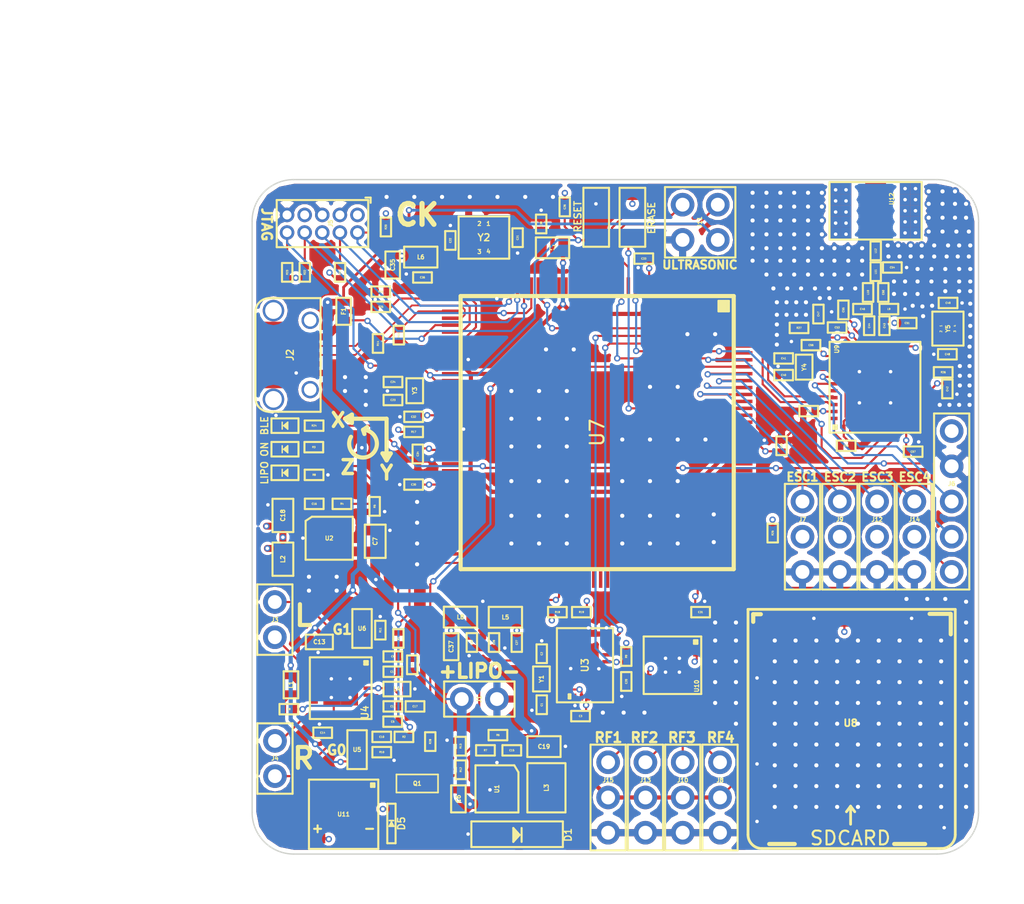
<source format=kicad_pcb>
(kicad_pcb (version 4) (host pcbnew 4.0.6)
  (layers (0 Signal1 signal) (1 GND power) (2 3.3V power) (31 Signal2 signal) (35 F.Paste user) (37 F.SilkS user) (39 F.Mask user) (44 Edge.Cuts user))
  (net 0 "")
  (net 1 "Net-(C1-Pad1)")
  (net 2 GND)
  (net 3 "Net-(C2-Pad1)")
  (net 4 +3V3)
  (net 5 "Net-(C4-Pad1)")
  (net 6 GNDA)
  (net 7 "Net-(C10-Pad2)")
  (net 8 +VBattery)
  (net 9 +5V)
  (net 10 AVDD)
  (net 11 "Net-(C9-Pad1)")
  (net 12 "Net-(C10-Pad1)")
  (net 13 "Net-(C11-Pad1)")
  (net 14 "Net-(C12-Pad1)")
  (net 15 "Net-(C15-Pad1)")
  (net 16 "Net-(C15-Pad2)")
  (net 17 "Net-(C16-Pad2)")
  (net 18 "Net-(C20-Pad2)")
  (net 19 "Net-(C21-Pad1)")
  (net 20 "Net-(C22-Pad1)")
  (net 21 "Net-(C23-Pad1)")
  (net 22 "Net-(C24-Pad1)")
  (net 23 "Net-(C25-Pad1)")
  (net 24 MCU_RESET)
  (net 25 "Net-(C28-Pad1)")
  (net 26 VDDUTMI)
  (net 27 "Net-(C38-Pad1)")
  (net 28 VDDANA)
  (net 29 "Net-(C40-Pad1)")
  (net 30 "Net-(C41-Pad1)")
  (net 31 CC2541_RESET)
  (net 32 "Net-(C43-Pad1)")
  (net 33 "Net-(C43-Pad2)")
  (net 34 "Net-(C44-Pad1)")
  (net 35 "Net-(C44-Pad2)")
  (net 36 "Net-(C45-Pad2)")
  (net 37 "Net-(C48-Pad2)")
  (net 38 "Net-(C49-Pad2)")
  (net 39 "Net-(C50-Pad1)")
  (net 40 "Net-(C54-Pad2)")
  (net 41 "Net-(D2-Pad1)")
  (net 42 "Net-(D3-Pad1)")
  (net 43 "Net-(D4-Pad2)")
  (net 44 "Net-(D5-Pad2)")
  (net 45 VUSB)
  (net 46 "Net-(J2-Pad4)")
  (net 47 D+)
  (net 48 D-)
  (net 49 "Net-(J3-Pad1)")
  (net 50 "Net-(J3-Pad2)")
  (net 51 "Net-(J4-Pad1)")
  (net 52 "Net-(J4-Pad2)")
  (net 53 "Net-(J5-Pad7)")
  (net 54 JTAG_TCK)
  (net 55 JTAG_TDO)
  (net 56 JTAG_TDI)
  (net 57 JTAG_TMS)
  (net 58 CC2541_PIN7)
  (net 59 CC2541_PIN8)
  (net 60 ESC1)
  (net 61 "Net-(J7-Pad2)")
  (net 62 RECEIVER_HV_4)
  (net 63 ESC2)
  (net 64 "Net-(J9-Pad2)")
  (net 65 RECEIVER_HV_3)
  (net 66 SONIC_TRIGGER)
  (net 67 SONIC_ECHO)
  (net 68 ESC3)
  (net 69 "Net-(J12-Pad2)")
  (net 70 RECEIVER_HV_2)
  (net 71 ESC4)
  (net 72 "Net-(J14-Pad2)")
  (net 73 RECEIVER_HV_1)
  (net 74 "Net-(L2-Pad1)")
  (net 75 "Net-(L7-Pad1)")
  (net 76 "Net-(L12-Pad1)")
  (net 77 "Net-(Q1-Pad1)")
  (net 78 DAC0)
  (net 79 "Net-(R6-Pad2)")
  (net 80 BNO_RESET)
  (net 81 "Net-(R10-Pad1)")
  (net 82 "Net-(R11-Pad1)")
  (net 83 "Net-(R12-Pad2)")
  (net 84 "Net-(R14-Pad2)")
  (net 85 "Net-(R15-Pad2)")
  (net 86 "Net-(R17-Pad2)")
  (net 87 I2C_SDA)
  (net 88 I2C_SCL)
  (net 89 "Net-(R24-Pad2)")
  (net 90 SDCARD_SS)
  (net 91 "Net-(R26-Pad2)")
  (net 92 "Net-(R27-Pad1)")
  (net 93 BUZZER)
  (net 94 "Net-(SW2-Pad1)")
  (net 95 "Net-(U3-Pad1)")
  (net 96 "Net-(U3-Pad23)")
  (net 97 "Net-(U3-Pad22)")
  (net 98 "Net-(U3-Pad21)")
  (net 99 "Net-(U3-Pad7)")
  (net 100 "Net-(U3-Pad8)")
  (net 101 "Net-(U3-Pad12)")
  (net 102 "Net-(U3-Pad13)")
  (net 103 BNO_INT)
  (net 104 "Net-(U3-Pad24)")
  (net 105 "Net-(U4-Pad6)")
  (net 106 "Net-(U4-Pad10)")
  (net 107 "Net-(U7-Pad1)")
  (net 108 TX)
  (net 109 "Net-(U7-Pad3)")
  (net 110 "Net-(U7-Pad4)")
  (net 111 "Net-(U7-Pad5)")
  (net 112 "Net-(U7-Pad6)")
  (net 113 "Net-(U7-Pad7)")
  (net 114 "Net-(U7-Pad8)")
  (net 115 "Net-(U7-Pad9)")
  (net 116 CC2541_KEY)
  (net 117 "Net-(U7-Pad16)")
  (net 118 "Net-(U7-Pad17)")
  (net 119 "Net-(U7-Pad18)")
  (net 120 "Net-(U7-Pad19)")
  (net 121 "Net-(U7-Pad20)")
  (net 122 "Net-(U7-Pad21)")
  (net 123 "Net-(U7-Pad23)")
  (net 124 "Net-(U7-Pad24)")
  (net 125 "Net-(U7-Pad25)")
  (net 126 "Net-(U7-Pad26)")
  (net 127 RX)
  (net 128 "Net-(U7-Pad32)")
  (net 129 "Net-(U7-Pad46)")
  (net 130 "Net-(U7-Pad50)")
  (net 131 "Net-(U7-Pad51)")
  (net 132 "Net-(U7-Pad55)")
  (net 133 "Net-(U7-Pad59)")
  (net 134 "Net-(U7-Pad60)")
  (net 135 "Net-(U7-Pad63)")
  (net 136 "Net-(U7-Pad64)")
  (net 137 "Net-(U7-Pad65)")
  (net 138 "Net-(U7-Pad66)")
  (net 139 "Net-(U7-Pad67)")
  (net 140 "Net-(U7-Pad68)")
  (net 141 "Net-(U7-Pad69)")
  (net 142 "Net-(U7-Pad70)")
  (net 143 "Net-(U7-Pad71)")
  (net 144 "Net-(U7-Pad72)")
  (net 145 "Net-(U7-Pad77)")
  (net 146 "Net-(U7-Pad78)")
  (net 147 "Net-(U7-Pad79)")
  (net 148 "Net-(U7-Pad80)")
  (net 149 "Net-(U7-Pad81)")
  (net 150 "Net-(U7-Pad82)")
  (net 151 "Net-(U7-Pad83)")
  (net 152 "Net-(U7-Pad84)")
  (net 153 "Net-(U7-Pad88)")
  (net 154 "Net-(U7-Pad89)")
  (net 155 "Net-(U7-Pad90)")
  (net 156 "Net-(U7-Pad91)")
  (net 157 "Net-(U7-Pad92)")
  (net 158 "Net-(U7-Pad93)")
  (net 159 RECEIVER_LV_1)
  (net 160 RECEIVER_LV_2)
  (net 161 RECEIVER_LV_3)
  (net 162 RECEIVER_LV_4)
  (net 163 "Net-(U7-Pad98)")
  (net 164 "Net-(U7-Pad99)")
  (net 165 "Net-(U7-Pad100)")
  (net 166 "Net-(U7-Pad101)")
  (net 167 "Net-(U7-Pad102)")
  (net 168 "Net-(U7-Pad103)")
  (net 169 "Net-(U7-Pad107)")
  (net 170 SPI_MISO)
  (net 171 SPI_MOSI)
  (net 172 SPI_SCK)
  (net 173 "Net-(U7-Pad112)")
  (net 174 "Net-(U7-Pad113)")
  (net 175 "Net-(U7-Pad114)")
  (net 176 "Net-(U7-Pad115)")
  (net 177 "Net-(U7-Pad116)")
  (net 178 "Net-(U7-Pad117)")
  (net 179 "Net-(U7-Pad118)")
  (net 180 "Net-(U7-Pad119)")
  (net 181 "Net-(U7-Pad120)")
  (net 182 "Net-(U7-Pad121)")
  (net 183 "Net-(U7-Pad122)")
  (net 184 "Net-(U7-Pad123)")
  (net 185 "Net-(U7-Pad127)")
  (net 186 "Net-(U7-Pad128)")
  (net 187 "Net-(U7-Pad129)")
  (net 188 "Net-(U7-Pad131)")
  (net 189 "Net-(U7-Pad137)")
  (net 190 "Net-(U7-Pad138)")
  (net 191 "Net-(U7-Pad139)")
  (net 192 "Net-(U7-Pad140)")
  (net 193 "Net-(U7-Pad141)")
  (net 194 "Net-(U7-Pad142)")
  (net 195 "Net-(U8-Pad9)")
  (net 196 "Net-(U8-Pad8)")
  (net 197 "Net-(U8-Pad1)")
  (net 198 "Net-(U9-Pad2)")
  (net 199 "Net-(U9-Pad3)")
  (net 200 "Net-(U9-Pad4)")
  (net 201 "Net-(U9-Pad5)")
  (net 202 "Net-(U9-Pad6)")
  (net 203 "Net-(U9-Pad9)")
  (net 204 "Net-(U9-Pad11)")
  (net 205 "Net-(U9-Pad12)")
  (net 206 "Net-(U9-Pad13)")
  (net 207 "Net-(U9-Pad14)")
  (net 208 "Net-(U9-Pad15)")
  (net 209 "Net-(U9-Pad16)")
  (net 210 "Net-(U9-Pad17)")
  (net 211 "Net-(U9-Pad18)")
  (net 212 "Net-(U9-Pad19)")
  (net 213 "Net-(U9-Pad36)")
  (net 214 "Net-(U10-Pad6)")
  (net 215 "Net-(U10-Pad9)")
  (module Footprints:VIA (layer Signal1) (at 134.2 95.5)
    (fp_text reference REF** hide)
    (fp_text value Via hide)
    (pad 1 thru_hole circle (at 0 0) (size 0.6 0.6) (drill 0.3) (layers *.Cu) (net 2 GND))
  )
  (module Footprints:VIA (layer Signal1) (at 134.2 94)
    (fp_text reference REF** hide)
    (fp_text value Via hide)
    (pad 1 thru_hole circle (at 0 0) (size 0.6 0.6) (drill 0.3) (layers *.Cu) (net 2 GND))
  )
  (module Footprints:VIA (layer Signal1) (at 134.2 92.5)
    (fp_text reference REF** hide)
    (fp_text value Via hide)
    (pad 1 thru_hole circle (at 0 0) (size 0.6 0.6) (drill 0.3) (layers *.Cu) (net 2 GND))
  )
  (module Footprints:VIA (layer Signal1) (at 134.2 91)
    (fp_text reference REF** hide)
    (fp_text value Via hide)
    (pad 1 thru_hole circle (at 0 0) (size 0.6 0.6) (drill 0.3) (layers *.Cu) (net 2 GND))
  )
  (module Footprints:VIA (layer Signal1) (at 128.4 96.4)
    (fp_text reference REF** hide)
    (fp_text value Via hide)
    (pad 1 thru_hole circle (at 0 0) (size 0.6 0.6) (drill 0.3) (layers *.Cu) (net 2 GND))
  )
  (module Footprints:VIA (layer Signal1) (at 128.4 97.4)
    (fp_text reference REF** hide)
    (fp_text value Via hide)
    (pad 1 thru_hole circle (at 0 0) (size 0.6 0.6) (drill 0.3) (layers *.Cu) (net 2 GND))
  )
  (module Footprints:VIA (layer Signal1) (at 126.4 96.4)
    (fp_text reference REF** hide)
    (fp_text value Via hide)
    (pad 1 thru_hole circle (at 0 0) (size 0.6 0.6) (drill 0.3) (layers *.Cu) (net 2 GND))
  )
  (module Footprints:VIA (layer Signal1) (at 126.4 97.4)
    (fp_text reference REF** hide)
    (fp_text value Via hide)
    (pad 1 thru_hole circle (at 0 0) (size 0.6 0.6) (drill 0.3) (layers *.Cu) (net 2 GND))
  )
  (module Footprints:VIA (layer Signal1) (at 130.5 84)
    (fp_text reference REF** hide)
    (fp_text value Via hide)
    (pad 1 thru_hole circle (at 0 0) (size 0.6 0.6) (drill 0.3) (layers *.Cu) (net 2 GND))
  )
  (module Footprints:VIA (layer Signal1) (at 129 83)
    (fp_text reference REF** hide)
    (fp_text value Via hide)
    (pad 1 thru_hole circle (at 0 0) (size 0.6 0.6) (drill 0.3) (layers *.Cu) (net 2 GND))
  )
  (module Footprints:VIA (layer Signal1) (at 130.5 83)
    (fp_text reference REF** hide)
    (fp_text value Via hide)
    (pad 1 thru_hole circle (at 0 0) (size 0.6 0.6) (drill 0.3) (layers *.Cu) (net 2 GND))
  )
  (module Footprints:VIA (layer Signal1) (at 130.5 82)
    (fp_text reference REF** hide)
    (fp_text value Via hide)
    (pad 1 thru_hole circle (at 0 0) (size 0.6 0.6) (drill 0.3) (layers *.Cu) (net 2 GND))
  )
  (module Footprints:VIA (layer Signal1) (at 129 82)
    (fp_text reference REF** hide)
    (fp_text value Via hide)
    (pad 1 thru_hole circle (at 0 0) (size 0.6 0.6) (drill 0.3) (layers *.Cu) (net 2 GND))
  )
  (module Footprints:VIA (layer Signal1) (at 134 69)
    (fp_text reference REF** hide)
    (fp_text value Via hide)
    (pad 1 thru_hole circle (at 0 0) (size 0.6 0.6) (drill 0.3) (layers *.Cu) (net 2 GND))
  )
  (module Footprints:VIA (layer Signal1) (at 132 69)
    (fp_text reference REF** hide)
    (fp_text value Via hide)
    (pad 1 thru_hole circle (at 0 0) (size 0.6 0.6) (drill 0.3) (layers *.Cu) (net 2 GND))
  )
  (module Footprints:VIA (layer Signal1) (at 136 69)
    (fp_text reference REF** hide)
    (fp_text value Via hide)
    (pad 1 thru_hole circle (at 0 0) (size 0.6 0.6) (drill 0.3) (layers *.Cu) (net 2 GND))
  )
  (module Footprints:VIA (layer Signal1) (at 138 69)
    (fp_text reference REF** hide)
    (fp_text value Via hide)
    (pad 1 thru_hole circle (at 0 0) (size 0.6 0.6) (drill 0.3) (layers *.Cu) (net 2 GND))
  )
  (module Footprints:VIA (layer Signal1) (at 140 69)
    (fp_text reference REF** hide)
    (fp_text value Via hide)
    (pad 1 thru_hole circle (at 0 0) (size 0.6 0.6) (drill 0.3) (layers *.Cu) (net 2 GND))
  )
  (module Footprints:VIA (layer Signal1) (at 142 69)
    (fp_text reference REF** hide)
    (fp_text value Via hide)
    (pad 1 thru_hole circle (at 0 0) (size 0.6 0.6) (drill 0.3) (layers *.Cu) (net 2 GND))
  )
  (module Footprints:VIA (layer Signal1) (at 155.6 91.9)
    (fp_text reference REF** hide)
    (fp_text value Via hide)
    (pad 1 thru_hole circle (at 0 0) (size 0.6 0.6) (drill 0.3) (layers *.Cu) (net 2 GND))
  )
  (module Footprints:VIA (layer Signal1) (at 155.6 93.9)
    (fp_text reference REF** hide)
    (fp_text value Via hide)
    (pad 1 thru_hole circle (at 0 0) (size 0.6 0.6) (drill 0.3) (layers *.Cu) (net 2 GND))
  )
  (module Footprints:VIA (layer Signal1) (at 155.7 78.9)
    (fp_text reference REF** hide)
    (fp_text value Via hide)
    (pad 1 thru_hole circle (at 0 0) (size 0.6 0.6) (drill 0.3) (layers *.Cu) (net 2 GND))
  )
  (module Footprints:VIA (layer Signal1) (at 153.7 78.9)
    (fp_text reference REF** hide)
    (fp_text value Via hide)
    (pad 1 thru_hole circle (at 0 0) (size 0.6 0.6) (drill 0.3) (layers *.Cu) (net 2 GND))
  )
  (module Footprints:VIA (layer Signal1) (at 151 82.7)
    (fp_text reference REF** hide)
    (fp_text value Via hide)
    (pad 1 thru_hole circle (at 0 0) (size 0.6 0.6) (drill 0.3) (layers *.Cu) (net 2 GND))
  )
  (module Footprints:VIA (layer Signal1) (at 153 82.7)
    (fp_text reference REF** hide)
    (fp_text value Via hide)
    (pad 1 thru_hole circle (at 0 0) (size 0.6 0.6) (drill 0.3) (layers *.Cu) (net 2 GND))
  )
  (module Footprints:VIA (layer Signal1) (at 145.5 80)
    (fp_text reference REF** hide)
    (fp_text value Via hide)
    (pad 1 thru_hole circle (at 0 0) (size 0.6 0.6) (drill 0.3) (layers *.Cu) (net 2 GND))
  )
  (module Footprints:VIA (layer Signal1) (at 143.5 80)
    (fp_text reference REF** hide)
    (fp_text value Via hide)
    (pad 1 thru_hole circle (at 0 0) (size 0.6 0.6) (drill 0.3) (layers *.Cu) (net 2 GND))
  )
  (module Footprints:VIA (layer Signal1) (at 155 86.5)
    (fp_text reference REF** hide)
    (fp_text value Via hide)
    (pad 1 thru_hole circle (at 0 0) (size 0.6 0.6) (drill 0.3) (layers *.Cu) (net 2 GND))
  )
  (module Footprints:VIA (layer Signal1) (at 153 86.5)
    (fp_text reference REF** hide)
    (fp_text value Via hide)
    (pad 1 thru_hole circle (at 0 0) (size 0.6 0.6) (drill 0.3) (layers *.Cu) (net 2 GND))
  )
  (module Footprints:VIA (layer Signal1) (at 151 86.5)
    (fp_text reference REF** hide)
    (fp_text value Via hide)
    (pad 1 thru_hole circle (at 0 0) (size 0.6 0.6) (drill 0.3) (layers *.Cu) (net 2 GND))
  )
  (module Footprints:VIA (layer Signal1) (at 149 86.5)
    (fp_text reference REF** hide)
    (fp_text value Via hide)
    (pad 1 thru_hole circle (at 0 0) (size 0.6 0.6) (drill 0.3) (layers *.Cu) (net 2 GND))
  )
  (module Footprints:VIA (layer Signal1) (at 153 89.5)
    (fp_text reference REF** hide)
    (fp_text value Via hide)
    (pad 1 thru_hole circle (at 0 0) (size 0.6 0.6) (drill 0.3) (layers *.Cu) (net 2 GND))
  )
  (module Footprints:VIA (layer Signal1) (at 151 89.5)
    (fp_text reference REF** hide)
    (fp_text value Via hide)
    (pad 1 thru_hole circle (at 0 0) (size 0.6 0.6) (drill 0.3) (layers *.Cu) (net 2 GND))
  )
  (module Footprints:VIA (layer Signal1) (at 149 89.5)
    (fp_text reference REF** hide)
    (fp_text value Via hide)
    (pad 1 thru_hole circle (at 0 0) (size 0.6 0.6) (drill 0.3) (layers *.Cu) (net 2 GND))
  )
  (module Footprints:VIA (layer Signal1) (at 145 89.5)
    (fp_text reference REF** hide)
    (fp_text value Via hide)
    (pad 1 thru_hole circle (at 0 0) (size 0.6 0.6) (drill 0.3) (layers *.Cu) (net 2 GND))
  )
  (module Footprints:VIA (layer Signal1) (at 143 89.5)
    (fp_text reference REF** hide)
    (fp_text value Via hide)
    (pad 1 thru_hole circle (at 0 0) (size 0.6 0.6) (drill 0.3) (layers *.Cu) (net 2 GND))
  )
  (module Footprints:VIA (layer Signal1) (at 141 89.5)
    (fp_text reference REF** hide)
    (fp_text value Via hide)
    (pad 1 thru_hole circle (at 0 0) (size 0.6 0.6) (drill 0.3) (layers *.Cu) (net 2 GND))
  )
  (module Footprints:VIA (layer Signal1) (at 153 94)
    (fp_text reference REF** hide)
    (fp_text value Via hide)
    (pad 1 thru_hole circle (at 0 0) (size 0.6 0.6) (drill 0.3) (layers *.Cu) (net 2 GND))
  )
  (module Footprints:VIA (layer Signal1) (at 151 94)
    (fp_text reference REF** hide)
    (fp_text value Via hide)
    (pad 1 thru_hole circle (at 0 0) (size 0.6 0.6) (drill 0.3) (layers *.Cu) (net 2 GND))
  )
  (module Footprints:VIA (layer Signal1) (at 149 94)
    (fp_text reference REF** hide)
    (fp_text value Via hide)
    (pad 1 thru_hole circle (at 0 0) (size 0.6 0.6) (drill 0.3) (layers *.Cu) (net 2 GND))
  )
  (module Footprints:VIA (layer Signal1) (at 153 92)
    (fp_text reference REF** hide)
    (fp_text value Via hide)
    (pad 1 thru_hole circle (at 0 0) (size 0.6 0.6) (drill 0.3) (layers *.Cu) (net 2 GND))
  )
  (module Footprints:VIA (layer Signal1) (at 151 92)
    (fp_text reference REF** hide)
    (fp_text value Via hide)
    (pad 1 thru_hole circle (at 0 0) (size 0.6 0.6) (drill 0.3) (layers *.Cu) (net 2 GND))
  )
  (module Footprints:VIA (layer Signal1) (at 149 92)
    (fp_text reference REF** hide)
    (fp_text value Via hide)
    (pad 1 thru_hole circle (at 0 0) (size 0.6 0.6) (drill 0.3) (layers *.Cu) (net 2 GND))
  )
  (module Footprints:VIA (layer Signal1) (at 145 94)
    (fp_text reference REF** hide)
    (fp_text value Via hide)
    (pad 1 thru_hole circle (at 0 0) (size 0.6 0.6) (drill 0.3) (layers *.Cu) (net 2 GND))
  )
  (module Footprints:VIA (layer Signal1) (at 143 94)
    (fp_text reference REF** hide)
    (fp_text value Via hide)
    (pad 1 thru_hole circle (at 0 0) (size 0.6 0.6) (drill 0.3) (layers *.Cu) (net 2 GND))
  )
  (module Footprints:VIA (layer Signal1) (at 141 94)
    (fp_text reference REF** hide)
    (fp_text value Via hide)
    (pad 1 thru_hole circle (at 0 0) (size 0.6 0.6) (drill 0.3) (layers *.Cu) (net 2 GND))
  )
  (module Footprints:VIA (layer Signal1) (at 145 92)
    (fp_text reference REF** hide)
    (fp_text value Via hide)
    (pad 1 thru_hole circle (at 0 0) (size 0.6 0.6) (drill 0.3) (layers *.Cu) (net 2 GND))
  )
  (module Footprints:VIA (layer Signal1) (at 143 92)
    (fp_text reference REF** hide)
    (fp_text value Via hide)
    (pad 1 thru_hole circle (at 0 0) (size 0.6 0.6) (drill 0.3) (layers *.Cu) (net 2 GND))
  )
  (module Footprints:VIA (layer Signal1) (at 141 92)
    (fp_text reference REF** hide)
    (fp_text value Via hide)
    (pad 1 thru_hole circle (at 0 0) (size 0.6 0.6) (drill 0.3) (layers *.Cu) (net 2 GND))
  )
  (module Footprints:VIA (layer Signal1) (at 145 87)
    (fp_text reference REF** hide)
    (fp_text value Via hide)
    (pad 1 thru_hole circle (at 0 0) (size 0.6 0.6) (drill 0.3) (layers *.Cu) (net 2 GND))
  )
  (module Footprints:VIA (layer Signal1) (at 143 87)
    (fp_text reference REF** hide)
    (fp_text value Via hide)
    (pad 1 thru_hole circle (at 0 0) (size 0.6 0.6) (drill 0.3) (layers *.Cu) (net 2 GND))
  )
  (module Footprints:VIA (layer Signal1) (at 141 87)
    (fp_text reference REF** hide)
    (fp_text value Via hide)
    (pad 1 thru_hole circle (at 0 0) (size 0.6 0.6) (drill 0.3) (layers *.Cu) (net 2 GND))
  )
  (module Footprints:VIA (layer Signal1) (at 145 85)
    (fp_text reference REF** hide)
    (fp_text value Via hide)
    (pad 1 thru_hole circle (at 0 0) (size 0.6 0.6) (drill 0.3) (layers *.Cu) (net 2 GND))
  )
  (module Footprints:VIA (layer Signal1) (at 143 85)
    (fp_text reference REF** hide)
    (fp_text value Via hide)
    (pad 1 thru_hole circle (at 0 0) (size 0.6 0.6) (drill 0.3) (layers *.Cu) (net 2 GND))
  )
  (module Footprints:VIA (layer Signal1) (at 141 85)
    (fp_text reference REF** hide)
    (fp_text value Via hide)
    (pad 1 thru_hole circle (at 0 0) (size 0.6 0.6) (drill 0.3) (layers *.Cu) (net 2 GND))
  )
  (module Footprints:VIA (layer Signal1) (at 145 83)
    (fp_text reference REF** hide)
    (fp_text value Via hide)
    (pad 1 thru_hole circle (at 0 0) (size 0.6 0.6) (drill 0.3) (layers *.Cu) (net 2 GND))
  )
  (module Footprints:VIA (layer Signal1) (at 143 83)
    (fp_text reference REF** hide)
    (fp_text value Via hide)
    (pad 1 thru_hole circle (at 0 0) (size 0.6 0.6) (drill 0.3) (layers *.Cu) (net 2 GND))
  )
  (module Footprints:VIA (layer Signal1) (at 157.2 107)
    (fp_text reference REF** hide)
    (fp_text value Via hide)
    (pad 1 thru_hole circle (at 0 0) (size 0.6 0.6) (drill 0.3) (layers *.Cu) (net 2 GND))
  )
  (module Footprints:VIA (layer Signal1) (at 150.6 106.2)
    (fp_text reference REF** hide)
    (fp_text value Via hide)
    (pad 1 thru_hole circle (at 0 0) (size 0.6 0.6) (drill 0.3) (layers *.Cu) (net 2 GND))
  )
  (module Footprints:VIA (layer Signal1) (at 149.1 106.2)
    (fp_text reference REF** hide)
    (fp_text value Via hide)
    (pad 1 thru_hole circle (at 0 0) (size 0.6 0.6) (drill 0.3) (layers *.Cu) (net 2 GND))
  )
  (module Footprints:VIA (layer Signal1) (at 147.6 106.2)
    (fp_text reference REF** hide)
    (fp_text value Via hide)
    (pad 1 thru_hole circle (at 0 0) (size 0.6 0.6) (drill 0.3) (layers *.Cu) (net 2 GND))
  )
  (module Footprints:VIA (layer Signal1) (at 157.2 99.7)
    (fp_text reference REF** hide)
    (fp_text value Via hide)
    (pad 1 thru_hole circle (at 0 0) (size 0.6 0.6) (drill 0.3) (layers *.Cu) (net 2 GND))
  )
  (module Footprints:VIA (layer Signal1) (at 155.7 99.7)
    (fp_text reference REF** hide)
    (fp_text value Via hide)
    (pad 1 thru_hole circle (at 0 0) (size 0.6 0.6) (drill 0.3) (layers *.Cu) (net 2 GND))
  )
  (module Footprints:VIA (layer Signal1) (at 157.2 105.5)
    (fp_text reference REF** hide)
    (fp_text value Via hide)
    (pad 1 thru_hole circle (at 0 0) (size 0.6 0.6) (drill 0.3) (layers *.Cu) (net 2 GND))
  )
  (module Footprints:VIA (layer Signal1) (at 155.7 105.5)
    (fp_text reference REF** hide)
    (fp_text value Via hide)
    (pad 1 thru_hole circle (at 0 0) (size 0.6 0.6) (drill 0.3) (layers *.Cu) (net 2 GND))
  )
  (module Footprints:VIA (layer Signal1) (at 157.2 104)
    (fp_text reference REF** hide)
    (fp_text value Via hide)
    (pad 1 thru_hole circle (at 0 0) (size 0.6 0.6) (drill 0.3) (layers *.Cu) (net 2 GND))
  )
  (module Footprints:VIA (layer Signal1) (at 155.7 104)
    (fp_text reference REF** hide)
    (fp_text value Via hide)
    (pad 1 thru_hole circle (at 0 0) (size 0.6 0.6) (drill 0.3) (layers *.Cu) (net 2 GND))
  )
  (module Footprints:VIA (layer Signal1) (at 157.2 102.5)
    (fp_text reference REF** hide)
    (fp_text value Via hide)
    (pad 1 thru_hole circle (at 0 0) (size 0.6 0.6) (drill 0.3) (layers *.Cu) (net 2 GND))
  )
  (module Footprints:VIA (layer Signal1) (at 155.7 102.5)
    (fp_text reference REF** hide)
    (fp_text value Via hide)
    (pad 1 thru_hole circle (at 0 0) (size 0.6 0.6) (drill 0.3) (layers *.Cu) (net 2 GND))
  )
  (module Footprints:VIA (layer Signal1) (at 157.2 101)
    (fp_text reference REF** hide)
    (fp_text value Via hide)
    (pad 1 thru_hole circle (at 0 0) (size 0.6 0.6) (drill 0.3) (layers *.Cu) (net 2 GND))
  )
  (module Footprints:VIA (layer Signal1) (at 155.7 101)
    (fp_text reference REF** hide)
    (fp_text value Via hide)
    (pad 1 thru_hole circle (at 0 0) (size 0.6 0.6) (drill 0.3) (layers *.Cu) (net 2 GND))
  )
  (module Footprints:VIA (layer Signal1) (at 169.5 98 90)
    (fp_text reference REF** hide)
    (fp_text value Via hide)
    (pad 1 thru_hole circle (at 0 0 90) (size 0.6 0.6) (drill 0.3) (layers *.Cu) (net 2 GND))
  )
  (module Footprints:VIA (layer Signal1) (at 171 98 90)
    (fp_text reference REF** hide)
    (fp_text value Via hide)
    (pad 1 thru_hole circle (at 0 0 90) (size 0.6 0.6) (drill 0.3) (layers *.Cu) (net 2 GND))
  )
  (module Footprints:VIA (layer Signal1) (at 172.3 98 90)
    (fp_text reference REF** hide)
    (fp_text value Via hide)
    (pad 1 thru_hole circle (at 0 0 90) (size 0.6 0.6) (drill 0.3) (layers *.Cu) (net 2 GND))
  )
  (module Footprints:VIA (layer Signal1) (at 173.8 99.7)
    (fp_text reference REF** hide)
    (fp_text value Via hide)
    (pad 1 thru_hole circle (at 0 0) (size 0.6 0.6) (drill 0.3) (layers *.Cu) (net 2 GND))
  )
  (module Footprints:VIA (layer Signal1) (at 173.8 98.2)
    (fp_text reference REF** hide)
    (fp_text value Via hide)
    (pad 1 thru_hole circle (at 0 0) (size 0.6 0.6) (drill 0.3) (layers *.Cu) (net 2 GND))
  )
  (module Footprints:VIA (layer Signal1) (at 173.8 111.5)
    (fp_text reference REF** hide)
    (fp_text value Via hide)
    (pad 1 thru_hole circle (at 0 0) (size 0.6 0.6) (drill 0.3) (layers *.Cu) (net 2 GND))
  )
  (module Footprints:VIA (layer Signal1) (at 173.8 110)
    (fp_text reference REF** hide)
    (fp_text value Via hide)
    (pad 1 thru_hole circle (at 0 0) (size 0.6 0.6) (drill 0.3) (layers *.Cu) (net 2 GND))
  )
  (module Footprints:VIA (layer Signal1) (at 173.8 113)
    (fp_text reference REF** hide)
    (fp_text value Via hide)
    (pad 1 thru_hole circle (at 0 0) (size 0.6 0.6) (drill 0.3) (layers *.Cu) (net 2 GND))
  )
  (module Footprints:VIA (layer Signal1) (at 173.8 108.5)
    (fp_text reference REF** hide)
    (fp_text value Via hide)
    (pad 1 thru_hole circle (at 0 0) (size 0.6 0.6) (drill 0.3) (layers *.Cu) (net 2 GND))
  )
  (module Footprints:VIA (layer Signal1) (at 173.8 104)
    (fp_text reference REF** hide)
    (fp_text value Via hide)
    (pad 1 thru_hole circle (at 0 0) (size 0.6 0.6) (drill 0.3) (layers *.Cu) (net 2 GND))
  )
  (module Footprints:VIA (layer Signal1) (at 173.8 101)
    (fp_text reference REF** hide)
    (fp_text value Via hide)
    (pad 1 thru_hole circle (at 0 0) (size 0.6 0.6) (drill 0.3) (layers *.Cu) (net 2 GND))
  )
  (module Footprints:VIA (layer Signal1) (at 173.8 102.5)
    (fp_text reference REF** hide)
    (fp_text value Via hide)
    (pad 1 thru_hole circle (at 0 0) (size 0.6 0.6) (drill 0.3) (layers *.Cu) (net 2 GND))
  )
  (module Footprints:VIA (layer Signal1) (at 173.8 107)
    (fp_text reference REF** hide)
    (fp_text value Via hide)
    (pad 1 thru_hole circle (at 0 0) (size 0.6 0.6) (drill 0.3) (layers *.Cu) (net 2 GND))
  )
  (module Footprints:VIA (layer Signal1) (at 173.8 105.5)
    (fp_text reference REF** hide)
    (fp_text value Via hide)
    (pad 1 thru_hole circle (at 0 0) (size 0.6 0.6) (drill 0.3) (layers *.Cu) (net 2 GND))
  )
  (module Footprints:VIA (layer Signal1) (at 172 113)
    (fp_text reference REF** hide)
    (fp_text value Via hide)
    (pad 1 thru_hole circle (at 0 0) (size 0.6 0.6) (drill 0.3) (layers *.Cu) (net 2 GND))
  )
  (module Footprints:VIA (layer Signal1) (at 170.5 113)
    (fp_text reference REF** hide)
    (fp_text value Via hide)
    (pad 1 thru_hole circle (at 0 0) (size 0.6 0.6) (drill 0.3) (layers *.Cu) (net 2 GND))
  )
  (module Footprints:VIA (layer Signal1) (at 169 113)
    (fp_text reference REF** hide)
    (fp_text value Via hide)
    (pad 1 thru_hole circle (at 0 0) (size 0.6 0.6) (drill 0.3) (layers *.Cu) (net 2 GND))
  )
  (module Footprints:VIA (layer Signal1) (at 167.5 113)
    (fp_text reference REF** hide)
    (fp_text value Via hide)
    (pad 1 thru_hole circle (at 0 0) (size 0.6 0.6) (drill 0.3) (layers *.Cu) (net 2 GND))
  )
  (module Footprints:VIA (layer Signal1) (at 166 113)
    (fp_text reference REF** hide)
    (fp_text value Via hide)
    (pad 1 thru_hole circle (at 0 0) (size 0.6 0.6) (drill 0.3) (layers *.Cu) (net 2 GND))
  )
  (module Footprints:VIA (layer Signal1) (at 164.5 113)
    (fp_text reference REF** hide)
    (fp_text value Via hide)
    (pad 1 thru_hole circle (at 0 0) (size 0.6 0.6) (drill 0.3) (layers *.Cu) (net 2 GND))
  )
  (module Footprints:VIA (layer Signal1) (at 163 113)
    (fp_text reference REF** hide)
    (fp_text value Via hide)
    (pad 1 thru_hole circle (at 0 0) (size 0.6 0.6) (drill 0.3) (layers *.Cu) (net 2 GND))
  )
  (module Footprints:VIA (layer Signal1) (at 161.5 113)
    (fp_text reference REF** hide)
    (fp_text value Via hide)
    (pad 1 thru_hole circle (at 0 0) (size 0.6 0.6) (drill 0.3) (layers *.Cu) (net 2 GND))
  )
  (module Footprints:VIA (layer Signal1) (at 160 113)
    (fp_text reference REF** hide)
    (fp_text value Via hide)
    (pad 1 thru_hole circle (at 0 0) (size 0.6 0.6) (drill 0.3) (layers *.Cu) (net 2 GND))
  )
  (module Footprints:VIA (layer Signal1) (at 172 111.5)
    (fp_text reference REF** hide)
    (fp_text value Via hide)
    (pad 1 thru_hole circle (at 0 0) (size 0.6 0.6) (drill 0.3) (layers *.Cu) (net 2 GND))
  )
  (module Footprints:VIA (layer Signal1) (at 170.5 111.5)
    (fp_text reference REF** hide)
    (fp_text value Via hide)
    (pad 1 thru_hole circle (at 0 0) (size 0.6 0.6) (drill 0.3) (layers *.Cu) (net 2 GND))
  )
  (module Footprints:VIA (layer Signal1) (at 169 111.5)
    (fp_text reference REF** hide)
    (fp_text value Via hide)
    (pad 1 thru_hole circle (at 0 0) (size 0.6 0.6) (drill 0.3) (layers *.Cu) (net 2 GND))
  )
  (module Footprints:VIA (layer Signal1) (at 167.5 111.5)
    (fp_text reference REF** hide)
    (fp_text value Via hide)
    (pad 1 thru_hole circle (at 0 0) (size 0.6 0.6) (drill 0.3) (layers *.Cu) (net 2 GND))
  )
  (module Footprints:VIA (layer Signal1) (at 166 111.5)
    (fp_text reference REF** hide)
    (fp_text value Via hide)
    (pad 1 thru_hole circle (at 0 0) (size 0.6 0.6) (drill 0.3) (layers *.Cu) (net 2 GND))
  )
  (module Footprints:VIA (layer Signal1) (at 164.5 111.5)
    (fp_text reference REF** hide)
    (fp_text value Via hide)
    (pad 1 thru_hole circle (at 0 0) (size 0.6 0.6) (drill 0.3) (layers *.Cu) (net 2 GND))
  )
  (module Footprints:VIA (layer Signal1) (at 163 111.5)
    (fp_text reference REF** hide)
    (fp_text value Via hide)
    (pad 1 thru_hole circle (at 0 0) (size 0.6 0.6) (drill 0.3) (layers *.Cu) (net 2 GND))
  )
  (module Footprints:VIA (layer Signal1) (at 161.5 111.5)
    (fp_text reference REF** hide)
    (fp_text value Via hide)
    (pad 1 thru_hole circle (at 0 0) (size 0.6 0.6) (drill 0.3) (layers *.Cu) (net 2 GND))
  )
  (module Footprints:VIA (layer Signal1) (at 160 111.5)
    (fp_text reference REF** hide)
    (fp_text value Via hide)
    (pad 1 thru_hole circle (at 0 0) (size 0.6 0.6) (drill 0.3) (layers *.Cu) (net 2 GND))
  )
  (module Footprints:VIA (layer Signal1) (at 172 110)
    (fp_text reference REF** hide)
    (fp_text value Via hide)
    (pad 1 thru_hole circle (at 0 0) (size 0.6 0.6) (drill 0.3) (layers *.Cu) (net 2 GND))
  )
  (module Footprints:VIA (layer Signal1) (at 170.5 110)
    (fp_text reference REF** hide)
    (fp_text value Via hide)
    (pad 1 thru_hole circle (at 0 0) (size 0.6 0.6) (drill 0.3) (layers *.Cu) (net 2 GND))
  )
  (module Footprints:VIA (layer Signal1) (at 169 110)
    (fp_text reference REF** hide)
    (fp_text value Via hide)
    (pad 1 thru_hole circle (at 0 0) (size 0.6 0.6) (drill 0.3) (layers *.Cu) (net 2 GND))
  )
  (module Footprints:VIA (layer Signal1) (at 167.5 110)
    (fp_text reference REF** hide)
    (fp_text value Via hide)
    (pad 1 thru_hole circle (at 0 0) (size 0.6 0.6) (drill 0.3) (layers *.Cu) (net 2 GND))
  )
  (module Footprints:VIA (layer Signal1) (at 166 110)
    (fp_text reference REF** hide)
    (fp_text value Via hide)
    (pad 1 thru_hole circle (at 0 0) (size 0.6 0.6) (drill 0.3) (layers *.Cu) (net 2 GND))
  )
  (module Footprints:VIA (layer Signal1) (at 164.5 110)
    (fp_text reference REF** hide)
    (fp_text value Via hide)
    (pad 1 thru_hole circle (at 0 0) (size 0.6 0.6) (drill 0.3) (layers *.Cu) (net 2 GND))
  )
  (module Footprints:VIA (layer Signal1) (at 163 110)
    (fp_text reference REF** hide)
    (fp_text value Via hide)
    (pad 1 thru_hole circle (at 0 0) (size 0.6 0.6) (drill 0.3) (layers *.Cu) (net 2 GND))
  )
  (module Footprints:VIA (layer Signal1) (at 161.5 110)
    (fp_text reference REF** hide)
    (fp_text value Via hide)
    (pad 1 thru_hole circle (at 0 0) (size 0.6 0.6) (drill 0.3) (layers *.Cu) (net 2 GND))
  )
  (module Footprints:VIA (layer Signal1) (at 160 110)
    (fp_text reference REF** hide)
    (fp_text value Via hide)
    (pad 1 thru_hole circle (at 0 0) (size 0.6 0.6) (drill 0.3) (layers *.Cu) (net 2 GND))
  )
  (module Footprints:VIA (layer Signal1) (at 172 108.5)
    (fp_text reference REF** hide)
    (fp_text value Via hide)
    (pad 1 thru_hole circle (at 0 0) (size 0.6 0.6) (drill 0.3) (layers *.Cu) (net 2 GND))
  )
  (module Footprints:VIA (layer Signal1) (at 170.5 108.5)
    (fp_text reference REF** hide)
    (fp_text value Via hide)
    (pad 1 thru_hole circle (at 0 0) (size 0.6 0.6) (drill 0.3) (layers *.Cu) (net 2 GND))
  )
  (module Footprints:VIA (layer Signal1) (at 169 108.5)
    (fp_text reference REF** hide)
    (fp_text value Via hide)
    (pad 1 thru_hole circle (at 0 0) (size 0.6 0.6) (drill 0.3) (layers *.Cu) (net 2 GND))
  )
  (module Footprints:VIA (layer Signal1) (at 167.5 108.5)
    (fp_text reference REF** hide)
    (fp_text value Via hide)
    (pad 1 thru_hole circle (at 0 0) (size 0.6 0.6) (drill 0.3) (layers *.Cu) (net 2 GND))
  )
  (module Footprints:VIA (layer Signal1) (at 166 108.5)
    (fp_text reference REF** hide)
    (fp_text value Via hide)
    (pad 1 thru_hole circle (at 0 0) (size 0.6 0.6) (drill 0.3) (layers *.Cu) (net 2 GND))
  )
  (module Footprints:VIA (layer Signal1) (at 164.5 108.5)
    (fp_text reference REF** hide)
    (fp_text value Via hide)
    (pad 1 thru_hole circle (at 0 0) (size 0.6 0.6) (drill 0.3) (layers *.Cu) (net 2 GND))
  )
  (module Footprints:VIA (layer Signal1) (at 163 108.5)
    (fp_text reference REF** hide)
    (fp_text value Via hide)
    (pad 1 thru_hole circle (at 0 0) (size 0.6 0.6) (drill 0.3) (layers *.Cu) (net 2 GND))
  )
  (module Footprints:VIA (layer Signal1) (at 161.5 108.5)
    (fp_text reference REF** hide)
    (fp_text value Via hide)
    (pad 1 thru_hole circle (at 0 0) (size 0.6 0.6) (drill 0.3) (layers *.Cu) (net 2 GND))
  )
  (module Footprints:VIA (layer Signal1) (at 160 108.5)
    (fp_text reference REF** hide)
    (fp_text value Via hide)
    (pad 1 thru_hole circle (at 0 0) (size 0.6 0.6) (drill 0.3) (layers *.Cu) (net 2 GND))
  )
  (module Footprints:VIA (layer Signal1) (at 169 107)
    (fp_text reference REF** hide)
    (fp_text value Via hide)
    (pad 1 thru_hole circle (at 0 0) (size 0.6 0.6) (drill 0.3) (layers *.Cu) (net 2 GND))
  )
  (module Footprints:VIA (layer Signal1) (at 170.5 107)
    (fp_text reference REF** hide)
    (fp_text value Via hide)
    (pad 1 thru_hole circle (at 0 0) (size 0.6 0.6) (drill 0.3) (layers *.Cu) (net 2 GND))
  )
  (module Footprints:VIA (layer Signal1) (at 172 107)
    (fp_text reference REF** hide)
    (fp_text value Via hide)
    (pad 1 thru_hole circle (at 0 0) (size 0.6 0.6) (drill 0.3) (layers *.Cu) (net 2 GND))
  )
  (module Footprints:VIA (layer Signal1) (at 167.5 107)
    (fp_text reference REF** hide)
    (fp_text value Via hide)
    (pad 1 thru_hole circle (at 0 0) (size 0.6 0.6) (drill 0.3) (layers *.Cu) (net 2 GND))
  )
  (module Footprints:VIA (layer Signal1) (at 172 105.5)
    (fp_text reference REF** hide)
    (fp_text value Via hide)
    (pad 1 thru_hole circle (at 0 0) (size 0.6 0.6) (drill 0.3) (layers *.Cu) (net 2 GND))
  )
  (module Footprints:VIA (layer Signal1) (at 170.5 105.5)
    (fp_text reference REF** hide)
    (fp_text value Via hide)
    (pad 1 thru_hole circle (at 0 0) (size 0.6 0.6) (drill 0.3) (layers *.Cu) (net 2 GND))
  )
  (module Footprints:VIA (layer Signal1) (at 169 104)
    (fp_text reference REF** hide)
    (fp_text value Via hide)
    (pad 1 thru_hole circle (at 0 0) (size 0.6 0.6) (drill 0.3) (layers *.Cu) (net 2 GND))
  )
  (module Footprints:VIA (layer Signal1) (at 167.5 105.5)
    (fp_text reference REF** hide)
    (fp_text value Via hide)
    (pad 1 thru_hole circle (at 0 0) (size 0.6 0.6) (drill 0.3) (layers *.Cu) (net 2 GND))
  )
  (module Footprints:VIA (layer Signal1) (at 170.5 104)
    (fp_text reference REF** hide)
    (fp_text value Via hide)
    (pad 1 thru_hole circle (at 0 0) (size 0.6 0.6) (drill 0.3) (layers *.Cu) (net 2 GND))
  )
  (module Footprints:VIA (layer Signal1) (at 167.5 104)
    (fp_text reference REF** hide)
    (fp_text value Via hide)
    (pad 1 thru_hole circle (at 0 0) (size 0.6 0.6) (drill 0.3) (layers *.Cu) (net 2 GND))
  )
  (module Footprints:VIA (layer Signal1) (at 169 105.5)
    (fp_text reference REF** hide)
    (fp_text value Via hide)
    (pad 1 thru_hole circle (at 0 0) (size 0.6 0.6) (drill 0.3) (layers *.Cu) (net 2 GND))
  )
  (module Footprints:VIA (layer Signal1) (at 167.5 101)
    (fp_text reference REF** hide)
    (fp_text value Via hide)
    (pad 1 thru_hole circle (at 0 0) (size 0.6 0.6) (drill 0.3) (layers *.Cu) (net 2 GND))
  )
  (module Footprints:VIA (layer Signal1) (at 169 102.5)
    (fp_text reference REF** hide)
    (fp_text value Via hide)
    (pad 1 thru_hole circle (at 0 0) (size 0.6 0.6) (drill 0.3) (layers *.Cu) (net 2 GND))
  )
  (module Footprints:VIA (layer Signal1) (at 167.5 102.5)
    (fp_text reference REF** hide)
    (fp_text value Via hide)
    (pad 1 thru_hole circle (at 0 0) (size 0.6 0.6) (drill 0.3) (layers *.Cu) (net 2 GND))
  )
  (module Footprints:VIA (layer Signal1) (at 172 101)
    (fp_text reference REF** hide)
    (fp_text value Via hide)
    (pad 1 thru_hole circle (at 0 0) (size 0.6 0.6) (drill 0.3) (layers *.Cu) (net 2 GND))
  )
  (module Footprints:VIA (layer Signal1) (at 170.5 101)
    (fp_text reference REF** hide)
    (fp_text value Via hide)
    (pad 1 thru_hole circle (at 0 0) (size 0.6 0.6) (drill 0.3) (layers *.Cu) (net 2 GND))
  )
  (module Footprints:VIA (layer Signal1) (at 169 101)
    (fp_text reference REF** hide)
    (fp_text value Via hide)
    (pad 1 thru_hole circle (at 0 0) (size 0.6 0.6) (drill 0.3) (layers *.Cu) (net 2 GND))
  )
  (module Footprints:VIA (layer Signal1) (at 170.5 102.5)
    (fp_text reference REF** hide)
    (fp_text value Via hide)
    (pad 1 thru_hole circle (at 0 0) (size 0.6 0.6) (drill 0.3) (layers *.Cu) (net 2 GND))
  )
  (module Footprints:VIA (layer Signal1) (at 172 102.5)
    (fp_text reference REF** hide)
    (fp_text value Via hide)
    (pad 1 thru_hole circle (at 0 0) (size 0.6 0.6) (drill 0.3) (layers *.Cu) (net 2 GND))
  )
  (module Footprints:VIA (layer Signal1) (at 172 104)
    (fp_text reference REF** hide)
    (fp_text value Via hide)
    (pad 1 thru_hole circle (at 0 0) (size 0.6 0.6) (drill 0.3) (layers *.Cu) (net 2 GND))
  )
  (module Footprints:VIA (layer Signal1) (at 166 107)
    (fp_text reference REF** hide)
    (fp_text value Via hide)
    (pad 1 thru_hole circle (at 0 0) (size 0.6 0.6) (drill 0.3) (layers *.Cu) (net 2 GND))
  )
  (module Footprints:VIA (layer Signal1) (at 164.5 107)
    (fp_text reference REF** hide)
    (fp_text value Via hide)
    (pad 1 thru_hole circle (at 0 0) (size 0.6 0.6) (drill 0.3) (layers *.Cu) (net 2 GND))
  )
  (module Footprints:VIA (layer Signal1) (at 163 107)
    (fp_text reference REF** hide)
    (fp_text value Via hide)
    (pad 1 thru_hole circle (at 0 0) (size 0.6 0.6) (drill 0.3) (layers *.Cu) (net 2 GND))
  )
  (module Footprints:VIA (layer Signal1) (at 161.5 107)
    (fp_text reference REF** hide)
    (fp_text value Via hide)
    (pad 1 thru_hole circle (at 0 0) (size 0.6 0.6) (drill 0.3) (layers *.Cu) (net 2 GND))
  )
  (module Footprints:VIA (layer Signal1) (at 160 107)
    (fp_text reference REF** hide)
    (fp_text value Via hide)
    (pad 1 thru_hole circle (at 0 0) (size 0.6 0.6) (drill 0.3) (layers *.Cu) (net 2 GND))
  )
  (module Footprints:VIA (layer Signal1) (at 166 105.5)
    (fp_text reference REF** hide)
    (fp_text value Via hide)
    (pad 1 thru_hole circle (at 0 0) (size 0.6 0.6) (drill 0.3) (layers *.Cu) (net 2 GND))
  )
  (module Footprints:VIA (layer Signal1) (at 164.5 105.5)
    (fp_text reference REF** hide)
    (fp_text value Via hide)
    (pad 1 thru_hole circle (at 0 0) (size 0.6 0.6) (drill 0.3) (layers *.Cu) (net 2 GND))
  )
  (module Footprints:VIA (layer Signal1) (at 163 105.5)
    (fp_text reference REF** hide)
    (fp_text value Via hide)
    (pad 1 thru_hole circle (at 0 0) (size 0.6 0.6) (drill 0.3) (layers *.Cu) (net 2 GND))
  )
  (module Footprints:VIA (layer Signal1) (at 161.5 105.5)
    (fp_text reference REF** hide)
    (fp_text value Via hide)
    (pad 1 thru_hole circle (at 0 0) (size 0.6 0.6) (drill 0.3) (layers *.Cu) (net 2 GND))
  )
  (module Footprints:VIA (layer Signal1) (at 160 105.5)
    (fp_text reference REF** hide)
    (fp_text value Via hide)
    (pad 1 thru_hole circle (at 0 0) (size 0.6 0.6) (drill 0.3) (layers *.Cu) (net 2 GND))
  )
  (module Footprints:VIA (layer Signal1) (at 166 104)
    (fp_text reference REF** hide)
    (fp_text value Via hide)
    (pad 1 thru_hole circle (at 0 0) (size 0.6 0.6) (drill 0.3) (layers *.Cu) (net 2 GND))
  )
  (module Footprints:VIA (layer Signal1) (at 164.5 104)
    (fp_text reference REF** hide)
    (fp_text value Via hide)
    (pad 1 thru_hole circle (at 0 0) (size 0.6 0.6) (drill 0.3) (layers *.Cu) (net 2 GND))
  )
  (module Footprints:VIA (layer Signal1) (at 163 104)
    (fp_text reference REF** hide)
    (fp_text value Via hide)
    (pad 1 thru_hole circle (at 0 0) (size 0.6 0.6) (drill 0.3) (layers *.Cu) (net 2 GND))
  )
  (module Footprints:VIA (layer Signal1) (at 161.5 104)
    (fp_text reference REF** hide)
    (fp_text value Via hide)
    (pad 1 thru_hole circle (at 0 0) (size 0.6 0.6) (drill 0.3) (layers *.Cu) (net 2 GND))
  )
  (module Footprints:VIA (layer Signal1) (at 160 104)
    (fp_text reference REF** hide)
    (fp_text value Via hide)
    (pad 1 thru_hole circle (at 0 0) (size 0.6 0.6) (drill 0.3) (layers *.Cu) (net 2 GND))
  )
  (module Footprints:VIA (layer Signal1) (at 166 102.5)
    (fp_text reference REF** hide)
    (fp_text value Via hide)
    (pad 1 thru_hole circle (at 0 0) (size 0.6 0.6) (drill 0.3) (layers *.Cu) (net 2 GND))
  )
  (module Footprints:VIA (layer Signal1) (at 164.5 102.5)
    (fp_text reference REF** hide)
    (fp_text value Via hide)
    (pad 1 thru_hole circle (at 0 0) (size 0.6 0.6) (drill 0.3) (layers *.Cu) (net 2 GND))
  )
  (module Footprints:VIA (layer Signal1) (at 163 102.5)
    (fp_text reference REF** hide)
    (fp_text value Via hide)
    (pad 1 thru_hole circle (at 0 0) (size 0.6 0.6) (drill 0.3) (layers *.Cu) (net 2 GND))
  )
  (module Footprints:VIA (layer Signal1) (at 161.5 102.5)
    (fp_text reference REF** hide)
    (fp_text value Via hide)
    (pad 1 thru_hole circle (at 0 0) (size 0.6 0.6) (drill 0.3) (layers *.Cu) (net 2 GND))
  )
  (module Footprints:VIA (layer Signal1) (at 160 102.5)
    (fp_text reference REF** hide)
    (fp_text value Via hide)
    (pad 1 thru_hole circle (at 0 0) (size 0.6 0.6) (drill 0.3) (layers *.Cu) (net 2 GND))
  )
  (module Footprints:VIA (layer Signal1) (at 166 101)
    (fp_text reference REF** hide)
    (fp_text value Via hide)
    (pad 1 thru_hole circle (at 0 0) (size 0.6 0.6) (drill 0.3) (layers *.Cu) (net 2 GND))
  )
  (module Footprints:VIA (layer Signal1) (at 164.5 101)
    (fp_text reference REF** hide)
    (fp_text value Via hide)
    (pad 1 thru_hole circle (at 0 0) (size 0.6 0.6) (drill 0.3) (layers *.Cu) (net 2 GND))
  )
  (module Footprints:VIA (layer Signal1) (at 163 101)
    (fp_text reference REF** hide)
    (fp_text value Via hide)
    (pad 1 thru_hole circle (at 0 0) (size 0.6 0.6) (drill 0.3) (layers *.Cu) (net 2 GND))
  )
  (module Footprints:VIA (layer Signal1) (at 161.5 101)
    (fp_text reference REF** hide)
    (fp_text value Via hide)
    (pad 1 thru_hole circle (at 0 0) (size 0.6 0.6) (drill 0.3) (layers *.Cu) (net 2 GND))
  )
  (module Footprints:VIA (layer Signal1) (at 160 101)
    (fp_text reference REF** hide)
    (fp_text value Via hide)
    (pad 1 thru_hole circle (at 0 0) (size 0.6 0.6) (drill 0.3) (layers *.Cu) (net 2 GND))
  )
  (module Footprints:VIA (layer Signal1) (at 174.1 74.2)
    (fp_text reference REF** hide)
    (fp_text value Via hide)
    (pad 1 thru_hole circle (at 0 0) (size 0.6 0.6) (drill 0.3) (layers *.Cu) (net 2 GND))
  )
  (module Footprints:VIA (layer Signal1) (at 174.1 75.1)
    (fp_text reference REF** hide)
    (fp_text value Via hide)
    (pad 1 thru_hole circle (at 0 0) (size 0.6 0.6) (drill 0.3) (layers *.Cu) (net 2 GND))
  )
  (module Footprints:VIA (layer Signal1) (at 174.1 75.8)
    (fp_text reference REF** hide)
    (fp_text value Via hide)
    (pad 1 thru_hole circle (at 0 0) (size 0.6 0.6) (drill 0.3) (layers *.Cu) (net 2 GND))
  )
  (module Footprints:VIA (layer Signal1) (at 169.4 76)
    (fp_text reference REF** hide)
    (fp_text value Via hide)
    (pad 1 thru_hole circle (at 0 0) (size 0.6 0.6) (drill 0.3) (layers *.Cu) (net 2 GND))
  )
  (module Footprints:VIA (layer Signal1) (at 168.6 76)
    (fp_text reference REF** hide)
    (fp_text value Via hide)
    (pad 1 thru_hole circle (at 0 0) (size 0.6 0.6) (drill 0.3) (layers *.Cu) (net 2 GND))
  )
  (module Footprints:VIA (layer Signal1) (at 170.3 76)
    (fp_text reference REF** hide)
    (fp_text value Via hide)
    (pad 1 thru_hole circle (at 0 0) (size 0.6 0.6) (drill 0.3) (layers *.Cu) (net 2 GND))
  )
  (module Footprints:VIA (layer Signal1) (at 173.3 75.8)
    (fp_text reference REF** hide)
    (fp_text value Via hide)
    (pad 1 thru_hole circle (at 0 0) (size 0.6 0.6) (drill 0.3) (layers *.Cu) (net 2 GND))
  )
  (module Footprints:VIA (layer Signal1) (at 172.3 75.8)
    (fp_text reference REF** hide)
    (fp_text value Via hide)
    (pad 1 thru_hole circle (at 0 0) (size 0.6 0.6) (drill 0.3) (layers *.Cu) (net 2 GND))
  )
  (module Footprints:VIA (layer Signal1) (at 171.3 76)
    (fp_text reference REF** hide)
    (fp_text value Via hide)
    (pad 1 thru_hole circle (at 0 0) (size 0.6 0.6) (drill 0.3) (layers *.Cu) (net 2 GND))
  )
  (module Footprints:VIA (layer Signal1) (at 168.6 75.1)
    (fp_text reference REF** hide)
    (fp_text value Via hide)
    (pad 1 thru_hole circle (at 0 0) (size 0.6 0.6) (drill 0.3) (layers *.Cu) (net 2 GND))
  )
  (module Footprints:VIA (layer Signal1) (at 169.4 75.1)
    (fp_text reference REF** hide)
    (fp_text value Via hide)
    (pad 1 thru_hole circle (at 0 0) (size 0.6 0.6) (drill 0.3) (layers *.Cu) (net 2 GND))
  )
  (module Footprints:VIA (layer Signal1) (at 173.3 75.1)
    (fp_text reference REF** hide)
    (fp_text value Via hide)
    (pad 1 thru_hole circle (at 0 0) (size 0.6 0.6) (drill 0.3) (layers *.Cu) (net 2 GND))
  )
  (module Footprints:VIA (layer Signal1) (at 172.3 75.1)
    (fp_text reference REF** hide)
    (fp_text value Via hide)
    (pad 1 thru_hole circle (at 0 0) (size 0.6 0.6) (drill 0.3) (layers *.Cu) (net 2 GND))
  )
  (module Footprints:VIA (layer Signal1) (at 171.3 75.1)
    (fp_text reference REF** hide)
    (fp_text value Via hide)
    (pad 1 thru_hole circle (at 0 0) (size 0.6 0.6) (drill 0.3) (layers *.Cu) (net 2 GND))
  )
  (module Footprints:VIA (layer Signal1) (at 170.3 75.1)
    (fp_text reference REF** hide)
    (fp_text value Via hide)
    (pad 1 thru_hole circle (at 0 0) (size 0.6 0.6) (drill 0.3) (layers *.Cu) (net 2 GND))
  )
  (module Footprints:VIA (layer Signal1) (at 173.3 74.2)
    (fp_text reference REF** hide)
    (fp_text value Via hide)
    (pad 1 thru_hole circle (at 0 0) (size 0.6 0.6) (drill 0.3) (layers *.Cu) (net 2 GND))
  )
  (module Footprints:VIA (layer Signal1) (at 172.3 74.2)
    (fp_text reference REF** hide)
    (fp_text value Via hide)
    (pad 1 thru_hole circle (at 0 0) (size 0.6 0.6) (drill 0.3) (layers *.Cu) (net 2 GND))
  )
  (module Footprints:VIA (layer Signal1) (at 171.3 74.2)
    (fp_text reference REF** hide)
    (fp_text value Via hide)
    (pad 1 thru_hole circle (at 0 0) (size 0.6 0.6) (drill 0.3) (layers *.Cu) (net 2 GND))
  )
  (module Footprints:VIA (layer Signal1) (at 170.3 74.2)
    (fp_text reference REF** hide)
    (fp_text value Via hide)
    (pad 1 thru_hole circle (at 0 0) (size 0.6 0.6) (drill 0.3) (layers *.Cu) (net 2 GND))
  )
  (module Footprints:VIA (layer Signal1) (at 172.4 73.3)
    (fp_text reference REF** hide)
    (fp_text value Via hide)
    (pad 1 thru_hole circle (at 0 0) (size 0.6 0.6) (drill 0.3) (layers *.Cu) (net 2 GND))
  )
  (module Footprints:VIA (layer Signal1) (at 174 73.3)
    (fp_text reference REF** hide)
    (fp_text value Via hide)
    (pad 1 thru_hole circle (at 0 0) (size 0.6 0.6) (drill 0.3) (layers *.Cu) (net 2 GND))
  )
  (module Footprints:VIA (layer Signal1) (at 173.2 73.3)
    (fp_text reference REF** hide)
    (fp_text value Via hide)
    (pad 1 thru_hole circle (at 0 0) (size 0.6 0.6) (drill 0.3) (layers *.Cu) (net 2 GND))
  )
  (module Footprints:VIA (layer Signal1) (at 171.5 73.3)
    (fp_text reference REF** hide)
    (fp_text value Via hide)
    (pad 1 thru_hole circle (at 0 0) (size 0.6 0.6) (drill 0.3) (layers *.Cu) (net 2 GND))
  )
  (module Footprints:VIA (layer Signal1) (at 170.6 73.3)
    (fp_text reference REF** hide)
    (fp_text value Via hide)
    (pad 1 thru_hole circle (at 0 0) (size 0.6 0.6) (drill 0.3) (layers *.Cu) (net 2 GND))
  )
  (module Footprints:VIA (layer Signal1) (at 169.8 73.3)
    (fp_text reference REF** hide)
    (fp_text value Via hide)
    (pad 1 thru_hole circle (at 0 0) (size 0.6 0.6) (drill 0.3) (layers *.Cu) (net 2 GND))
  )
  (module Footprints:VIA (layer Signal1) (at 169 73.3)
    (fp_text reference REF** hide)
    (fp_text value Via hide)
    (pad 1 thru_hole circle (at 0 0) (size 0.6 0.6) (drill 0.3) (layers *.Cu) (net 2 GND))
  )
  (module Footprints:VIA (layer Signal1) (at 174.1 72.5)
    (fp_text reference REF** hide)
    (fp_text value Via hide)
    (pad 1 thru_hole circle (at 0 0) (size 0.6 0.6) (drill 0.3) (layers *.Cu) (net 2 GND))
  )
  (module Footprints:VIA (layer Signal1) (at 169.8 72.5)
    (fp_text reference REF** hide)
    (fp_text value Via hide)
    (pad 1 thru_hole circle (at 0 0) (size 0.6 0.6) (drill 0.3) (layers *.Cu) (net 2 GND))
  )
  (module Footprints:VIA (layer Signal1) (at 168.9 72.5)
    (fp_text reference REF** hide)
    (fp_text value Via hide)
    (pad 1 thru_hole circle (at 0 0) (size 0.6 0.6) (drill 0.3) (layers *.Cu) (net 2 GND))
  )
  (module Footprints:VIA (layer Signal1) (at 173.3 72.5)
    (fp_text reference REF** hide)
    (fp_text value Via hide)
    (pad 1 thru_hole circle (at 0 0) (size 0.6 0.6) (drill 0.3) (layers *.Cu) (net 2 GND))
  )
  (module Footprints:VIA (layer Signal1) (at 172.5 72.5)
    (fp_text reference REF** hide)
    (fp_text value Via hide)
    (pad 1 thru_hole circle (at 0 0) (size 0.6 0.6) (drill 0.3) (layers *.Cu) (net 2 GND))
  )
  (module Footprints:VIA (layer Signal1) (at 174 71.5)
    (fp_text reference REF** hide)
    (fp_text value Via hide)
    (pad 1 thru_hole circle (at 0 0) (size 0.6 0.6) (drill 0.3) (layers *.Cu) (net 2 GND))
  )
  (module Footprints:VIA (layer Signal1) (at 171.5 72.5)
    (fp_text reference REF** hide)
    (fp_text value Via hide)
    (pad 1 thru_hole circle (at 0 0) (size 0.6 0.6) (drill 0.3) (layers *.Cu) (net 2 GND))
  )
  (module Footprints:VIA (layer Signal1) (at 172.1 71.5)
    (fp_text reference REF** hide)
    (fp_text value Via hide)
    (pad 1 thru_hole circle (at 0 0) (size 0.6 0.6) (drill 0.3) (layers *.Cu) (net 2 GND))
  )
  (module Footprints:VIA (layer Signal1) (at 173.1 71.5)
    (fp_text reference REF** hide)
    (fp_text value Via hide)
    (pad 1 thru_hole circle (at 0 0) (size 0.6 0.6) (drill 0.3) (layers *.Cu) (net 2 GND))
  )
  (module Footprints:VIA (layer Signal1) (at 170.6 72.5)
    (fp_text reference REF** hide)
    (fp_text value Via hide)
    (pad 1 thru_hole circle (at 0 0) (size 0.6 0.6) (drill 0.3) (layers *.Cu) (net 2 GND))
  )
  (module Footprints:VIA (layer Signal1) (at 171.1 71.5)
    (fp_text reference REF** hide)
    (fp_text value Via hide)
    (pad 1 thru_hole circle (at 0 0) (size 0.6 0.6) (drill 0.3) (layers *.Cu) (net 2 GND))
  )
  (module Footprints:VIA (layer Signal1) (at 173.8 69.5)
    (fp_text reference REF** hide)
    (fp_text value Via hide)
    (pad 1 thru_hole circle (at 0 0) (size 0.6 0.6) (drill 0.3) (layers *.Cu) (net 2 GND))
  )
  (module Footprints:VIA (layer Signal1) (at 171.1 70.5)
    (fp_text reference REF** hide)
    (fp_text value Via hide)
    (pad 1 thru_hole circle (at 0 0) (size 0.6 0.6) (drill 0.3) (layers *.Cu) (net 2 GND))
  )
  (module Footprints:VIA (layer Signal1) (at 172.1 70.5)
    (fp_text reference REF** hide)
    (fp_text value Via hide)
    (pad 1 thru_hole circle (at 0 0) (size 0.6 0.6) (drill 0.3) (layers *.Cu) (net 2 GND))
  )
  (module Footprints:VIA (layer Signal1) (at 171.1 68.6)
    (fp_text reference REF** hide)
    (fp_text value Via hide)
    (pad 1 thru_hole circle (at 0 0) (size 0.6 0.6) (drill 0.3) (layers *.Cu) (net 2 GND))
  )
  (module Footprints:VIA (layer Signal1) (at 172.1 68.6)
    (fp_text reference REF** hide)
    (fp_text value Via hide)
    (pad 1 thru_hole circle (at 0 0) (size 0.6 0.6) (drill 0.3) (layers *.Cu) (net 2 GND))
  )
  (module Footprints:VIA (layer Signal1) (at 172.1 69.5)
    (fp_text reference REF** hide)
    (fp_text value Via hide)
    (pad 1 thru_hole circle (at 0 0) (size 0.6 0.6) (drill 0.3) (layers *.Cu) (net 2 GND))
  )
  (module Footprints:VIA (layer Signal1) (at 171.1 69.5)
    (fp_text reference REF** hide)
    (fp_text value Via hide)
    (pad 1 thru_hole circle (at 0 0) (size 0.6 0.6) (drill 0.3) (layers *.Cu) (net 2 GND))
  )
  (module Footprints:VIA (layer Signal1) (at 173 70.5)
    (fp_text reference REF** hide)
    (fp_text value Via hide)
    (pad 1 thru_hole circle (at 0 0) (size 0.6 0.6) (drill 0.3) (layers *.Cu) (net 2 GND))
  )
  (module Footprints:VIA (layer Signal1) (at 173.8 70.5)
    (fp_text reference REF** hide)
    (fp_text value Via hide)
    (pad 1 thru_hole circle (at 0 0) (size 0.6 0.6) (drill 0.3) (layers *.Cu) (net 2 GND))
  )
  (module Footprints:VIA (layer Signal1) (at 173 69.5)
    (fp_text reference REF** hide)
    (fp_text value Via hide)
    (pad 1 thru_hole circle (at 0 0) (size 0.6 0.6) (drill 0.3) (layers *.Cu) (net 2 GND))
  )
  (module Footprints:VIA (layer Signal1) (at 173 68.6)
    (fp_text reference REF** hide)
    (fp_text value Via hide)
    (pad 1 thru_hole circle (at 0 0) (size 0.6 0.6) (drill 0.3) (layers *.Cu) (net 2 GND))
  )
  (module Footprints:VIA (layer Signal1) (at 163.95 76.3)
    (fp_text reference REF** hide)
    (fp_text value Via hide)
    (pad 1 thru_hole circle (at 0 0) (size 0.6 0.6) (drill 0.3) (layers *.Cu) (net 2 GND))
  )
  (module Footprints:VIA (layer Signal1) (at 163.25 76.3)
    (fp_text reference REF** hide)
    (fp_text value Via hide)
    (pad 1 thru_hole circle (at 0 0) (size 0.6 0.6) (drill 0.3) (layers *.Cu) (net 2 GND))
  )
  (module Footprints:VIA (layer Signal1) (at 159.9 75.6)
    (fp_text reference REF** hide)
    (fp_text value Via hide)
    (pad 1 thru_hole circle (at 0 0) (size 0.6 0.6) (drill 0.3) (layers *.Cu) (net 2 GND))
  )
  (module Footprints:VIA (layer Signal1) (at 165.8 75.6)
    (fp_text reference REF** hide)
    (fp_text value Via hide)
    (pad 1 thru_hole circle (at 0 0) (size 0.6 0.6) (drill 0.3) (layers *.Cu) (net 2 GND))
  )
  (module Footprints:VIA (layer Signal1) (at 164.8 75.6)
    (fp_text reference REF** hide)
    (fp_text value Via hide)
    (pad 1 thru_hole circle (at 0 0) (size 0.6 0.6) (drill 0.3) (layers *.Cu) (net 2 GND))
  )
  (module Footprints:VIA (layer Signal1) (at 164.3 73.6)
    (fp_text reference REF** hide)
    (fp_text value Via hide)
    (pad 1 thru_hole circle (at 0 0) (size 0.6 0.6) (drill 0.3) (layers *.Cu) (net 2 GND))
  )
  (module Footprints:VIA (layer Signal1) (at 166.3 72.7)
    (fp_text reference REF** hide)
    (fp_text value Via hide)
    (pad 1 thru_hole circle (at 0 0) (size 0.6 0.6) (drill 0.3) (layers *.Cu) (net 2 GND))
  )
  (module Footprints:VIA (layer Signal1) (at 164.3 72.7)
    (fp_text reference REF** hide)
    (fp_text value Via hide)
    (pad 1 thru_hole circle (at 0 0) (size 0.6 0.6) (drill 0.3) (layers *.Cu) (net 2 GND))
  )
  (module Footprints:VIA (layer Signal1) (at 165.3 72.7)
    (fp_text reference REF** hide)
    (fp_text value Via hide)
    (pad 1 thru_hole circle (at 0 0) (size 0.6 0.6) (drill 0.3) (layers *.Cu) (net 2 GND))
  )
  (module Footprints:VIA (layer Signal1) (at 165.3 73.6)
    (fp_text reference REF** hide)
    (fp_text value Via hide)
    (pad 1 thru_hole circle (at 0 0) (size 0.6 0.6) (drill 0.3) (layers *.Cu) (net 2 GND))
  )
  (module Footprints:VIA (layer Signal1) (at 165.3 74.6)
    (fp_text reference REF** hide)
    (fp_text value Via hide)
    (pad 1 thru_hole circle (at 0 0) (size 0.6 0.6) (drill 0.3) (layers *.Cu) (net 2 GND))
  )
  (module Footprints:VIA (layer Signal1) (at 166.3 73.6)
    (fp_text reference REF** hide)
    (fp_text value Via hide)
    (pad 1 thru_hole circle (at 0 0) (size 0.6 0.6) (drill 0.3) (layers *.Cu) (net 2 GND))
  )
  (module Footprints:VIA (layer Signal1) (at 166.3 74.6)
    (fp_text reference REF** hide)
    (fp_text value Via hide)
    (pad 1 thru_hole circle (at 0 0) (size 0.6 0.6) (drill 0.3) (layers *.Cu) (net 2 GND))
  )
  (module Footprints:VIA (layer Signal1) (at 164.3 74.6)
    (fp_text reference REF** hide)
    (fp_text value Via hide)
    (pad 1 thru_hole circle (at 0 0) (size 0.6 0.6) (drill 0.3) (layers *.Cu) (net 2 GND))
  )
  (module Footprints:VIA (layer Signal1) (at 158.4 73.6)
    (fp_text reference REF** hide)
    (fp_text value Via hide)
    (pad 1 thru_hole circle (at 0 0) (size 0.6 0.6) (drill 0.3) (layers *.Cu) (net 2 GND))
  )
  (module Footprints:VIA (layer Signal1) (at 162.4 73.6)
    (fp_text reference REF** hide)
    (fp_text value Via hide)
    (pad 1 thru_hole circle (at 0 0) (size 0.6 0.6) (drill 0.3) (layers *.Cu) (net 2 GND))
  )
  (module Footprints:VIA (layer Signal1) (at 161.4 73.6)
    (fp_text reference REF** hide)
    (fp_text value Via hide)
    (pad 1 thru_hole circle (at 0 0) (size 0.6 0.6) (drill 0.3) (layers *.Cu) (net 2 GND))
  )
  (module Footprints:VIA (layer Signal1) (at 162.9 75.6)
    (fp_text reference REF** hide)
    (fp_text value Via hide)
    (pad 1 thru_hole circle (at 0 0) (size 0.6 0.6) (drill 0.3) (layers *.Cu) (net 2 GND))
  )
  (module Footprints:VIA (layer Signal1) (at 160.9 75.6)
    (fp_text reference REF** hide)
    (fp_text value Via hide)
    (pad 1 thru_hole circle (at 0 0) (size 0.6 0.6) (drill 0.3) (layers *.Cu) (net 2 GND))
  )
  (module Footprints:VIA (layer Signal1) (at 159.4 74.6)
    (fp_text reference REF** hide)
    (fp_text value Via hide)
    (pad 1 thru_hole circle (at 0 0) (size 0.6 0.6) (drill 0.3) (layers *.Cu) (net 2 GND))
  )
  (module Footprints:VIA (layer Signal1) (at 161.9 75.6)
    (fp_text reference REF** hide)
    (fp_text value Via hide)
    (pad 1 thru_hole circle (at 0 0) (size 0.6 0.6) (drill 0.3) (layers *.Cu) (net 2 GND))
  )
  (module Footprints:VIA (layer Signal1) (at 160.4 74.6)
    (fp_text reference REF** hide)
    (fp_text value Via hide)
    (pad 1 thru_hole circle (at 0 0) (size 0.6 0.6) (drill 0.3) (layers *.Cu) (net 2 GND))
  )
  (module Footprints:VIA (layer Signal1) (at 162.4 74.6)
    (fp_text reference REF** hide)
    (fp_text value Via hide)
    (pad 1 thru_hole circle (at 0 0) (size 0.6 0.6) (drill 0.3) (layers *.Cu) (net 2 GND))
  )
  (module Footprints:VIA (layer Signal1) (at 161.4 74.6)
    (fp_text reference REF** hide)
    (fp_text value Via hide)
    (pad 1 thru_hole circle (at 0 0) (size 0.6 0.6) (drill 0.3) (layers *.Cu) (net 2 GND))
  )
  (module Footprints:VIA (layer Signal1) (at 160.4 73.6)
    (fp_text reference REF** hide)
    (fp_text value Via hide)
    (pad 1 thru_hole circle (at 0 0) (size 0.6 0.6) (drill 0.3) (layers *.Cu) (net 2 GND))
  )
  (module Footprints:VIA (layer Signal1) (at 159.4 73.6)
    (fp_text reference REF** hide)
    (fp_text value Via hide)
    (pad 1 thru_hole circle (at 0 0) (size 0.6 0.6) (drill 0.3) (layers *.Cu) (net 2 GND))
  )
  (module Footprints:VIA (layer Signal1) (at 163.4 73.6)
    (fp_text reference REF** hide)
    (fp_text value Via hide)
    (pad 1 thru_hole circle (at 0 0) (size 0.6 0.6) (drill 0.3) (layers *.Cu) (net 2 GND))
  )
  (module Footprints:VIA (layer Signal1) (at 163.9 75.6)
    (fp_text reference REF** hide)
    (fp_text value Via hide)
    (pad 1 thru_hole circle (at 0 0) (size 0.6 0.6) (drill 0.3) (layers *.Cu) (net 2 GND))
  )
  (module Footprints:VIA (layer Signal1) (at 163.4 74.6)
    (fp_text reference REF** hide)
    (fp_text value Via hide)
    (pad 1 thru_hole circle (at 0 0) (size 0.6 0.6) (drill 0.3) (layers *.Cu) (net 2 GND))
  )
  (module Footprints:VIA (layer Signal1) (at 163.4 72.7)
    (fp_text reference REF** hide)
    (fp_text value Via hide)
    (pad 1 thru_hole circle (at 0 0) (size 0.6 0.6) (drill 0.3) (layers *.Cu) (net 2 GND))
  )
  (module Footprints:VIA (layer Signal1) (at 163.4 71.7)
    (fp_text reference REF** hide)
    (fp_text value Via hide)
    (pad 1 thru_hole circle (at 0 0) (size 0.6 0.6) (drill 0.3) (layers *.Cu) (net 2 GND))
  )
  (module Footprints:VIA (layer Signal1) (at 163.4 68.7)
    (fp_text reference REF** hide)
    (fp_text value Via hide)
    (pad 1 thru_hole circle (at 0 0) (size 0.6 0.6) (drill 0.3) (layers *.Cu) (net 2 GND))
  )
  (module Footprints:VIA (layer Signal1) (at 163.4 70.7)
    (fp_text reference REF** hide)
    (fp_text value Via hide)
    (pad 1 thru_hole circle (at 0 0) (size 0.6 0.6) (drill 0.3) (layers *.Cu) (net 2 GND))
  )
  (module Footprints:VIA (layer Signal1) (at 163.4 69.7)
    (fp_text reference REF** hide)
    (fp_text value Via hide)
    (pad 1 thru_hole circle (at 0 0) (size 0.6 0.6) (drill 0.3) (layers *.Cu) (net 2 GND))
  )
  (module Footprints:VIA (layer Signal1) (at 162.4 72.7)
    (fp_text reference REF** hide)
    (fp_text value Via hide)
    (pad 1 thru_hole circle (at 0 0) (size 0.6 0.6) (drill 0.3) (layers *.Cu) (net 2 GND))
  )
  (module Footprints:VIA (layer Signal1) (at 161.4 72.7)
    (fp_text reference REF** hide)
    (fp_text value Via hide)
    (pad 1 thru_hole circle (at 0 0) (size 0.6 0.6) (drill 0.3) (layers *.Cu) (net 2 GND))
  )
  (module Footprints:VIA (layer Signal1) (at 160.4 72.7)
    (fp_text reference REF** hide)
    (fp_text value Via hide)
    (pad 1 thru_hole circle (at 0 0) (size 0.6 0.6) (drill 0.3) (layers *.Cu) (net 2 GND))
  )
  (module Footprints:VIA (layer Signal1) (at 159.4 72.7)
    (fp_text reference REF** hide)
    (fp_text value Via hide)
    (pad 1 thru_hole circle (at 0 0) (size 0.6 0.6) (drill 0.3) (layers *.Cu) (net 2 GND))
  )
  (module Footprints:VIA (layer Signal1) (at 158.4 72.7)
    (fp_text reference REF** hide)
    (fp_text value Via hide)
    (pad 1 thru_hole circle (at 0 0) (size 0.6 0.6) (drill 0.3) (layers *.Cu) (net 2 GND))
  )
  (module Footprints:VIA (layer Signal1) (at 162.4 71.7)
    (fp_text reference REF** hide)
    (fp_text value Via hide)
    (pad 1 thru_hole circle (at 0 0) (size 0.6 0.6) (drill 0.3) (layers *.Cu) (net 2 GND))
  )
  (module Footprints:VIA (layer Signal1) (at 161.4 71.7)
    (fp_text reference REF** hide)
    (fp_text value Via hide)
    (pad 1 thru_hole circle (at 0 0) (size 0.6 0.6) (drill 0.3) (layers *.Cu) (net 2 GND))
  )
  (module Footprints:VIA (layer Signal1) (at 160.4 71.7)
    (fp_text reference REF** hide)
    (fp_text value Via hide)
    (pad 1 thru_hole circle (at 0 0) (size 0.6 0.6) (drill 0.3) (layers *.Cu) (net 2 GND))
  )
  (module Footprints:VIA (layer Signal1) (at 159.4 71.7)
    (fp_text reference REF** hide)
    (fp_text value Via hide)
    (pad 1 thru_hole circle (at 0 0) (size 0.6 0.6) (drill 0.3) (layers *.Cu) (net 2 GND))
  )
  (module Footprints:VIA (layer Signal1) (at 158.4 71.7)
    (fp_text reference REF** hide)
    (fp_text value Via hide)
    (pad 1 thru_hole circle (at 0 0) (size 0.6 0.6) (drill 0.3) (layers *.Cu) (net 2 GND))
  )
  (module Footprints:VIA (layer Signal1) (at 162.4 70.7)
    (fp_text reference REF** hide)
    (fp_text value Via hide)
    (pad 1 thru_hole circle (at 0 0) (size 0.6 0.6) (drill 0.3) (layers *.Cu) (net 2 GND))
  )
  (module Footprints:VIA (layer Signal1) (at 161.4 70.7)
    (fp_text reference REF** hide)
    (fp_text value Via hide)
    (pad 1 thru_hole circle (at 0 0) (size 0.6 0.6) (drill 0.3) (layers *.Cu) (net 2 GND))
  )
  (module Footprints:VIA (layer Signal1) (at 160.4 70.7)
    (fp_text reference REF** hide)
    (fp_text value Via hide)
    (pad 1 thru_hole circle (at 0 0) (size 0.6 0.6) (drill 0.3) (layers *.Cu) (net 2 GND))
  )
  (module Footprints:VIA (layer Signal1) (at 159.4 70.7)
    (fp_text reference REF** hide)
    (fp_text value Via hide)
    (pad 1 thru_hole circle (at 0 0) (size 0.6 0.6) (drill 0.3) (layers *.Cu) (net 2 GND))
  )
  (module Footprints:VIA (layer Signal1) (at 158.4 70.7)
    (fp_text reference REF** hide)
    (fp_text value Via hide)
    (pad 1 thru_hole circle (at 0 0) (size 0.6 0.6) (drill 0.3) (layers *.Cu) (net 2 GND))
  )
  (module Footprints:VIA (layer Signal1) (at 162.4 69.7)
    (fp_text reference REF** hide)
    (fp_text value Via hide)
    (pad 1 thru_hole circle (at 0 0) (size 0.6 0.6) (drill 0.3) (layers *.Cu) (net 2 GND))
  )
  (module Footprints:VIA (layer Signal1) (at 161.4 69.7)
    (fp_text reference REF** hide)
    (fp_text value Via hide)
    (pad 1 thru_hole circle (at 0 0) (size 0.6 0.6) (drill 0.3) (layers *.Cu) (net 2 GND))
  )
  (module Footprints:VIA (layer Signal1) (at 160.4 69.7)
    (fp_text reference REF** hide)
    (fp_text value Via hide)
    (pad 1 thru_hole circle (at 0 0) (size 0.6 0.6) (drill 0.3) (layers *.Cu) (net 2 GND))
  )
  (module Footprints:VIA (layer Signal1) (at 159.4 69.7)
    (fp_text reference REF** hide)
    (fp_text value Via hide)
    (pad 1 thru_hole circle (at 0 0) (size 0.6 0.6) (drill 0.3) (layers *.Cu) (net 2 GND))
  )
  (module Footprints:VIA (layer Signal1) (at 158.4 69.7)
    (fp_text reference REF** hide)
    (fp_text value Via hide)
    (pad 1 thru_hole circle (at 0 0) (size 0.6 0.6) (drill 0.3) (layers *.Cu) (net 2 GND))
  )
  (module Footprints:VIA (layer Signal1) (at 162.4 68.7)
    (fp_text reference REF** hide)
    (fp_text value Via hide)
    (pad 1 thru_hole circle (at 0 0) (size 0.6 0.6) (drill 0.3) (layers *.Cu) (net 2 GND))
  )
  (module Footprints:VIA (layer Signal1) (at 161.4 68.7)
    (fp_text reference REF** hide)
    (fp_text value Via hide)
    (pad 1 thru_hole circle (at 0 0) (size 0.6 0.6) (drill 0.3) (layers *.Cu) (net 2 GND))
  )
  (module Footprints:VIA (layer Signal1) (at 160.4 68.7)
    (fp_text reference REF** hide)
    (fp_text value Via hide)
    (pad 1 thru_hole circle (at 0 0) (size 0.6 0.6) (drill 0.3) (layers *.Cu) (net 2 GND))
  )
  (module Footprints:VIA (layer Signal1) (at 159.4 68.7)
    (fp_text reference REF** hide)
    (fp_text value Via hide)
    (pad 1 thru_hole circle (at 0 0) (size 0.6 0.6) (drill 0.3) (layers *.Cu) (net 2 GND))
  )
  (module Footprints:VIA (layer Signal1) (at 174.1 76.7)
    (fp_text reference REF** hide)
    (fp_text value Via hide)
    (pad 1 thru_hole circle (at 0 0) (size 0.6 0.6) (drill 0.3) (layers *.Cu) (net 2 GND))
  )
  (module Footprints:VIA (layer Signal1) (at 170.65 76.9)
    (fp_text reference REF** hide)
    (fp_text value Via hide)
    (pad 1 thru_hole circle (at 0 0) (size 0.6 0.6) (drill 0.3) (layers *.Cu) (net 2 GND))
  )
  (module Footprints:VIA (layer Signal1) (at 169.95 76.85)
    (fp_text reference REF** hide)
    (fp_text value Via hide)
    (pad 1 thru_hole circle (at 0 0) (size 0.6 0.6) (drill 0.3) (layers *.Cu) (net 2 GND))
  )
  (module Footprints:VIA (layer Signal1) (at 171.35 76.85)
    (fp_text reference REF** hide)
    (fp_text value Via hide)
    (pad 1 thru_hole circle (at 0 0) (size 0.6 0.6) (drill 0.3) (layers *.Cu) (net 2 GND))
  )
  (module Footprints:VIA (layer Signal1) (at 168.2 73.3)
    (fp_text reference REF** hide)
    (fp_text value Via hide)
    (pad 1 thru_hole circle (at 0 0) (size 0.6 0.6) (drill 0.3) (layers *.Cu) (net 2 GND))
  )
  (module Footprints:VIA (layer Signal1) (at 168.15 72.5)
    (fp_text reference REF** hide)
    (fp_text value Via hide)
    (pad 1 thru_hole circle (at 0 0) (size 0.6 0.6) (drill 0.3) (layers *.Cu) (net 2 GND))
  )
  (module Footprints:VIA (layer Signal1) (at 171.9 84)
    (fp_text reference REF** hide)
    (fp_text value Via hide)
    (pad 1 thru_hole circle (at 0 0) (size 0.6 0.6) (drill 0.3) (layers *.Cu) (net 2 GND))
  )
  (module Footprints:VIA (layer Signal1) (at 172.6 84)
    (fp_text reference REF** hide)
    (fp_text value Via hide)
    (pad 1 thru_hole circle (at 0 0) (size 0.6 0.6) (drill 0.3) (layers *.Cu) (net 2 GND))
  )
  (module Footprints:VIA (layer Signal1) (at 173.3 84)
    (fp_text reference REF** hide)
    (fp_text value Via hide)
    (pad 1 thru_hole circle (at 0 0) (size 0.6 0.6) (drill 0.3) (layers *.Cu) (net 2 GND))
  )
  (module Footprints:VIA (layer Signal1) (at 174.05 84)
    (fp_text reference REF** hide)
    (fp_text value Via hide)
    (pad 1 thru_hole circle (at 0 0) (size 0.6 0.6) (drill 0.3) (layers *.Cu) (net 2 GND))
  )
  (module Footprints:VIA (layer Signal1) (at 174.05 83.3)
    (fp_text reference REF** hide)
    (fp_text value Via hide)
    (pad 1 thru_hole circle (at 0 0) (size 0.6 0.6) (drill 0.3) (layers *.Cu) (net 2 GND))
  )
  (module Footprints:VIA (layer Signal1) (at 174.05 82.6)
    (fp_text reference REF** hide)
    (fp_text value Via hide)
    (pad 1 thru_hole circle (at 0 0) (size 0.6 0.6) (drill 0.3) (layers *.Cu) (net 2 GND))
  )
  (module Footprints:VIA (layer Signal1) (at 173.35 82.6)
    (fp_text reference REF** hide)
    (fp_text value Via hide)
    (pad 1 thru_hole circle (at 0 0) (size 0.6 0.6) (drill 0.3) (layers *.Cu) (net 2 GND))
  )
  (module Footprints:VIA (layer Signal1) (at 173.35 81.9)
    (fp_text reference REF** hide)
    (fp_text value Via hide)
    (pad 1 thru_hole circle (at 0 0) (size 0.6 0.6) (drill 0.3) (layers *.Cu) (net 2 GND))
  )
  (module Footprints:VIA (layer Signal1) (at 173.35 81.2)
    (fp_text reference REF** hide)
    (fp_text value Via hide)
    (pad 1 thru_hole circle (at 0 0) (size 0.6 0.6) (drill 0.3) (layers *.Cu) (net 2 GND))
  )
  (module Footprints:VIA (layer Signal1) (at 174.05 79.8)
    (fp_text reference REF** hide)
    (fp_text value Via hide)
    (pad 1 thru_hole circle (at 0 0) (size 0.6 0.6) (drill 0.3) (layers *.Cu) (net 2 GND))
  )
  (module Footprints:VIA (layer Signal1) (at 174.05 81.9)
    (fp_text reference REF** hide)
    (fp_text value Via hide)
    (pad 1 thru_hole circle (at 0 0) (size 0.6 0.6) (drill 0.3) (layers *.Cu) (net 2 GND))
  )
  (module Footprints:VIA (layer Signal1) (at 174.05 81.2)
    (fp_text reference REF** hide)
    (fp_text value Via hide)
    (pad 1 thru_hole circle (at 0 0) (size 0.6 0.6) (drill 0.3) (layers *.Cu) (net 2 GND))
  )
  (module Footprints:VIA (layer Signal1) (at 174.05 80.5)
    (fp_text reference REF** hide)
    (fp_text value Via hide)
    (pad 1 thru_hole circle (at 0 0) (size 0.6 0.6) (drill 0.3) (layers *.Cu) (net 2 GND))
  )
  (module Footprints:VIA (layer Signal1) (at 174.1 78.3)
    (fp_text reference REF** hide)
    (fp_text value Via hide)
    (pad 1 thru_hole circle (at 0 0) (size 0.6 0.6) (drill 0.3) (layers *.Cu) (net 2 GND))
  )
  (module Footprints:VIA (layer Signal1) (at 174.1 79.1)
    (fp_text reference REF** hide)
    (fp_text value Via hide)
    (pad 1 thru_hole circle (at 0 0) (size 0.6 0.6) (drill 0.3) (layers *.Cu) (net 2 GND))
  )
  (module Footprints:VIA (layer Signal1) (at 174.1 77.5)
    (fp_text reference REF** hide)
    (fp_text value Via hide)
    (pad 1 thru_hole circle (at 0 0) (size 0.6 0.6) (drill 0.3) (layers *.Cu) (net 2 GND))
  )
  (module Footprints:VIA (layer Signal1) (at 170.7 77.6)
    (fp_text reference REF** hide)
    (fp_text value Via hide)
    (pad 1 thru_hole circle (at 0 0) (size 0.6 0.6) (drill 0.3) (layers *.Cu) (net 2 GND))
  )
  (module Footprints:VIA (layer Signal1) (at 160.15 78.2)
    (fp_text reference REF** hide)
    (fp_text value Via hide)
    (pad 1 thru_hole circle (at 0 0) (size 0.6 0.6) (drill 0.3) (layers *.Cu) (net 2 GND))
  )
  (module Footprints:VIA (layer Signal1) (at 160.15 78.95)
    (fp_text reference REF** hide)
    (fp_text value Via hide)
    (pad 1 thru_hole circle (at 0 0) (size 0.6 0.6) (drill 0.3) (layers *.Cu) (net 2 GND))
  )
  (module Footprints:VIA (layer Signal1) (at 160.15 79.65)
    (fp_text reference REF** hide)
    (fp_text value Via hide)
    (pad 1 thru_hole circle (at 0 0) (size 0.6 0.6) (drill 0.3) (layers *.Cu) (net 2 GND))
  )
  (module Footprints:VIA (layer Signal1) (at 160.15 77.5)
    (fp_text reference REF** hide)
    (fp_text value Via hide)
    (pad 1 thru_hole circle (at 0 0) (size 0.6 0.6) (drill 0.3) (layers *.Cu) (net 2 GND))
  )
  (module Footprints:VIA (layer Signal1) (at 160.85 77.5)
    (fp_text reference REF** hide)
    (fp_text value Via hide)
    (pad 1 thru_hole circle (at 0 0) (size 0.6 0.6) (drill 0.3) (layers *.Cu) (net 2 GND))
  )
  (module Footprints:VIA (layer Signal1) (at 160.15 76.6)
    (fp_text reference REF** hide)
    (fp_text value Via hide)
    (pad 1 thru_hole circle (at 0 0) (size 0.6 0.6) (drill 0.3) (layers *.Cu) (net 2 GND))
  )
  (module Footprints:VIA (layer Signal1) (at 160.85 76.6)
    (fp_text reference REF** hide)
    (fp_text value Via hide)
    (pad 1 thru_hole circle (at 0 0) (size 0.6 0.6) (drill 0.3) (layers *.Cu) (net 2 GND))
  )
  (module Footprints:VIA (layer Signal1) (at 161.55 77.5)
    (fp_text reference REF** hide)
    (fp_text value Via hide)
    (pad 1 thru_hole circle (at 0 0) (size 0.6 0.6) (drill 0.3) (layers *.Cu) (net 2 GND))
  )
  (module Footprints:VIA (layer Signal1) (at 161.55 76.6)
    (fp_text reference REF** hide)
    (fp_text value Via hide)
    (pad 1 thru_hole circle (at 0 0) (size 0.6 0.6) (drill 0.3) (layers *.Cu) (net 2 GND))
  )
  (module Footprints:VIA (layer Signal1) (at 162.25 77.5)
    (fp_text reference REF** hide)
    (fp_text value Via hide)
    (pad 1 thru_hole circle (at 0 0) (size 0.6 0.6) (drill 0.3) (layers *.Cu) (net 2 GND))
  )
  (module Footprints:VIA (layer Signal1) (at 162.25 76.6)
    (fp_text reference REF** hide)
    (fp_text value Via hide)
    (pad 1 thru_hole circle (at 0 0) (size 0.6 0.6) (drill 0.3) (layers *.Cu) (net 2 GND))
  )
  (module Footprints:SMD_0402 (layer Signal1) (at 143.19 105.63 270)
    (fp_text reference C1 (at 0 0 270) (layer F.SilkS) (effects (font (size 0.127 0.127) (thickness 0.03175))))
    (fp_text value 15pF)
    (pad 1 smd rect (at -0.4 0 270) (size 0.4 0.6) (layers Signal1 F.Paste F.Mask) (net 1 "Net-(C1-Pad1)"))
    (pad 2 smd rect (at 0.4 0 270) (size 0.4 0.6) (layers Signal1 F.Paste F.Mask) (net 2 GND))
  )
  (module Footprints:SMD_0402 (layer Signal1) (at 143.19 101.95 90)
    (fp_text reference C2 (at 0 0 90) (layer F.SilkS) (effects (font (size 0.127 0.127) (thickness 0.03175))))
    (fp_text value 15pF)
    (pad 1 smd rect (at -0.4 0 90) (size 0.4 0.6) (layers Signal1 F.Paste F.Mask) (net 3 "Net-(C2-Pad1)"))
    (pad 2 smd rect (at 0.4 0 90) (size 0.4 0.6) (layers Signal1 F.Paste F.Mask) (net 2 GND))
  )
  (module Footprints:SMD_0402 (layer Signal1) (at 145.99 106.45 180)
    (fp_text reference C3 (at 0 0 180) (layer F.SilkS) (effects (font (size 0.127 0.127) (thickness 0.03175))))
    (fp_text value 100nF)
    (pad 1 smd rect (at -0.4 0 180) (size 0.4 0.6) (layers Signal1 F.Paste F.Mask) (net 4 +3V3))
    (pad 2 smd rect (at 0.4 0 180) (size 0.4 0.6) (layers Signal1 F.Paste F.Mask) (net 2 GND))
  )
  (module Footprints:SMD_0402 (layer Signal1) (at 133.85 102.75 270)
    (fp_text reference C4 (at 0 0 270) (layer F.SilkS) (effects (font (size 0.127 0.127) (thickness 0.03175))))
    (fp_text value 47nF)
    (pad 1 smd rect (at -0.4 0 270) (size 0.4 0.6) (layers Signal1 F.Paste F.Mask) (net 5 "Net-(C4-Pad1)"))
    (pad 2 smd rect (at 0.4 0 270) (size 0.4 0.6) (layers Signal1 F.Paste F.Mask) (net 6 GNDA))
  )
  (module Footprints:SMD_0402 (layer Signal1) (at 132.44 106.85)
    (fp_text reference C5 (at 0 0) (layer F.SilkS) (effects (font (size 0.127 0.127) (thickness 0.03175))))
    (fp_text value 47nF)
    (pad 1 smd rect (at -0.4 0) (size 0.4 0.6) (layers Signal1 F.Paste F.Mask) (net 7 "Net-(C10-Pad2)"))
    (pad 2 smd rect (at 0.4 0) (size 0.4 0.6) (layers Signal1 F.Paste F.Mask) (net 6 GNDA))
  )
  (module Footprints:SMD_0603 (layer Signal1) (at 137.18 112.42 90)
    (fp_text reference C6 (at 0 0 90) (layer F.SilkS) (effects (font (size 0.3 0.3) (thickness 0.075))))
    (fp_text value 10uF)
    (pad 1 smd rect (at -0.65 0 90) (size 0.5 0.9) (layers Signal1 F.Paste F.Mask) (net 8 +VBattery))
    (pad 2 smd rect (at 0.65 0 90) (size 0.5 0.9) (layers Signal1 F.Paste F.Mask) (net 2 GND))
  )
  (module Footprints:SMD_0805 (layer Signal1) (at 131.18 93.84 90)
    (fp_text reference C7 (at 0 0 90) (layer F.SilkS) (effects (font (size 0.3 0.3) (thickness 0.075))))
    (fp_text value 22uF)
    (pad 1 smd rect (at -0.775 0 90) (size 0.7 1.35) (layers Signal1 F.Paste F.Mask) (net 9 +5V))
    (pad 2 smd rect (at 0.775 0 90) (size 0.7 1.35) (layers Signal1 F.Paste F.Mask) (net 2 GND))
  )
  (module Footprints:SMD_0402 (layer Signal1) (at 124.95 105.95 180)
    (fp_text reference C8 (at 0 0 180) (layer F.SilkS) (effects (font (size 0.127 0.127) (thickness 0.03175))))
    (fp_text value 100nF)
    (pad 1 smd rect (at -0.4 0 180) (size 0.4 0.6) (layers Signal1 F.Paste F.Mask) (net 6 GNDA))
    (pad 2 smd rect (at 0.4 0 180) (size 0.4 0.6) (layers Signal1 F.Paste F.Mask) (net 10 AVDD))
  )
  (module Footprints:SMD_0402 (layer Signal1) (at 132.45 102.15)
    (fp_text reference C9 (at 0 0) (layer F.SilkS) (effects (font (size 0.127 0.127) (thickness 0.03175))))
    (fp_text value 1uF)
    (pad 1 smd rect (at -0.4 0) (size 0.4 0.6) (layers Signal1 F.Paste F.Mask) (net 11 "Net-(C9-Pad1)"))
    (pad 2 smd rect (at 0.4 0) (size 0.4 0.6) (layers Signal1 F.Paste F.Mask) (net 5 "Net-(C4-Pad1)"))
  )
  (module Footprints:SMD_0402 (layer Signal1) (at 131.65 107.95)
    (fp_text reference C10 (at 0 0) (layer F.SilkS) (effects (font (size 0.127 0.127) (thickness 0.03175))))
    (fp_text value 1uF)
    (pad 1 smd rect (at -0.4 0) (size 0.4 0.6) (layers Signal1 F.Paste F.Mask) (net 12 "Net-(C10-Pad1)"))
    (pad 2 smd rect (at 0.4 0) (size 0.4 0.6) (layers Signal1 F.Paste F.Mask) (net 7 "Net-(C10-Pad2)"))
  )
  (module Footprints:SMD_0402 (layer Signal1) (at 132.45 103.25)
    (fp_text reference C11 (at 0 0) (layer F.SilkS) (effects (font (size 0.127 0.127) (thickness 0.03175))))
    (fp_text value 1uF)
    (pad 1 smd rect (at -0.4 0) (size 0.4 0.6) (layers Signal1 F.Paste F.Mask) (net 13 "Net-(C11-Pad1)"))
    (pad 2 smd rect (at 0.4 0) (size 0.4 0.6) (layers Signal1 F.Paste F.Mask) (net 6 GNDA))
  )
  (module Footprints:SMD_0402 (layer Signal1) (at 132.45 105.75)
    (fp_text reference C12 (at 0 0) (layer F.SilkS) (effects (font (size 0.127 0.127) (thickness 0.03175))))
    (fp_text value 1uF)
    (pad 1 smd rect (at -0.4 0) (size 0.4 0.6) (layers Signal1 F.Paste F.Mask) (net 14 "Net-(C12-Pad1)"))
    (pad 2 smd rect (at 0.4 0) (size 0.4 0.6) (layers Signal1 F.Paste F.Mask) (net 6 GNDA))
  )
  (module Footprints:SMD_0603 (layer Signal1) (at 127.15 101.1)
    (fp_text reference C13 (at 0 0) (layer F.SilkS) (effects (font (size 0.3 0.3) (thickness 0.075))))
    (fp_text value 10uF)
    (pad 1 smd rect (at -0.65 0) (size 0.5 0.9) (layers Signal1 F.Paste F.Mask) (net 2 GND))
    (pad 2 smd rect (at 0.65 0) (size 0.5 0.9) (layers Signal1 F.Paste F.Mask) (net 9 +5V))
  )
  (module Footprints:SMD_0402 (layer Signal1) (at 127.39 107.65 180)
    (fp_text reference C14 (at 0 0 180) (layer F.SilkS) (effects (font (size 0.127 0.127) (thickness 0.03175))))
    (fp_text value 100nF)
    (pad 1 smd rect (at -0.4 0 180) (size 0.4 0.6) (layers Signal1 F.Paste F.Mask) (net 9 +5V))
    (pad 2 smd rect (at 0.4 0 180) (size 0.4 0.6) (layers Signal1 F.Paste F.Mask) (net 2 GND))
  )
  (module Footprints:SMD_0402 (layer Signal1) (at 141.03 108.92)
    (fp_text reference C15 (at 0 0) (layer F.SilkS) (effects (font (size 0.127 0.127) (thickness 0.03175))))
    (fp_text value 10nF)
    (pad 1 smd rect (at -0.4 0) (size 0.4 0.6) (layers Signal1 F.Paste F.Mask) (net 15 "Net-(C15-Pad1)"))
    (pad 2 smd rect (at 0.4 0) (size 0.4 0.6) (layers Signal1 F.Paste F.Mask) (net 16 "Net-(C15-Pad2)"))
  )
  (module Footprints:SMD_0402 (layer Signal1) (at 126.78 91.14)
    (fp_text reference C16 (at 0 0) (layer F.SilkS) (effects (font (size 0.127 0.127) (thickness 0.03175))))
    (fp_text value 22pF)
    (pad 1 smd rect (at -0.4 0) (size 0.4 0.6) (layers Signal1 F.Paste F.Mask) (net 4 +3V3))
    (pad 2 smd rect (at 0.4 0) (size 0.4 0.6) (layers Signal1 F.Paste F.Mask) (net 17 "Net-(C16-Pad2)"))
  )
  (module Footprints:SMD_0402 (layer Signal1) (at 134.05 105.75 180)
    (fp_text reference C17 (at 0 0 180) (layer F.SilkS) (effects (font (size 0.127 0.127) (thickness 0.03175))))
    (fp_text value 100nF)
    (pad 1 smd rect (at -0.4 0 180) (size 0.4 0.6) (layers Signal1 F.Paste F.Mask) (net 2 GND))
    (pad 2 smd rect (at 0.4 0 180) (size 0.4 0.6) (layers Signal1 F.Paste F.Mask) (net 6 GNDA))
  )
  (module Footprints:SMD_0805 (layer Signal1) (at 124.52 91.975 90)
    (fp_text reference C18 (at 0 0 90) (layer F.SilkS) (effects (font (size 0.3 0.3) (thickness 0.075))))
    (fp_text value 22uF)
    (pad 1 smd rect (at -0.775 0 90) (size 0.7 1.35) (layers Signal1 F.Paste F.Mask) (net 4 +3V3))
    (pad 2 smd rect (at 0.775 0 90) (size 0.7 1.35) (layers Signal1 F.Paste F.Mask) (net 2 GND))
  )
  (module Footprints:SMD_0805 (layer Signal1) (at 143.35 108.65)
    (fp_text reference C19 (at 0 0) (layer F.SilkS) (effects (font (size 0.3 0.3) (thickness 0.075))))
    (fp_text value 22uF)
    (pad 1 smd rect (at -0.775 0) (size 0.7 1.35) (layers Signal1 F.Paste F.Mask) (net 9 +5V))
    (pad 2 smd rect (at 0.775 0) (size 0.7 1.35) (layers Signal1 F.Paste F.Mask) (net 2 GND))
  )
  (module Footprints:SMD_0402 (layer Signal1) (at 149.29 103.95 90)
    (fp_text reference C20 (at 0 0 90) (layer F.SilkS) (effects (font (size 0.127 0.127) (thickness 0.03175))))
    (fp_text value 100nF)
    (pad 1 smd rect (at -0.4 0 90) (size 0.4 0.6) (layers Signal1 F.Paste F.Mask) (net 2 GND))
    (pad 2 smd rect (at 0.4 0 90) (size 0.4 0.6) (layers Signal1 F.Paste F.Mask) (net 18 "Net-(C20-Pad2)"))
  )
  (module Footprints:SMD_0402 (layer Signal1) (at 141.45 71.94 270)
    (fp_text reference C21 (at 0 0 270) (layer F.SilkS) (effects (font (size 0.127 0.127) (thickness 0.03175))))
    (fp_text value 15pF)
    (pad 1 smd rect (at -0.4 0 270) (size 0.4 0.6) (layers Signal1 F.Paste F.Mask) (net 19 "Net-(C21-Pad1)"))
    (pad 2 smd rect (at 0.4 0 270) (size 0.4 0.6) (layers Signal1 F.Paste F.Mask) (net 2 GND))
  )
  (module Footprints:SMD_0402 (layer Signal1) (at 136.6 72.14 90)
    (fp_text reference C22 (at 0 0 90) (layer F.SilkS) (effects (font (size 0.127 0.127) (thickness 0.03175))))
    (fp_text value 15pF)
    (pad 1 smd rect (at -0.4 0 90) (size 0.4 0.6) (layers Signal1 F.Paste F.Mask) (net 20 "Net-(C22-Pad1)"))
    (pad 2 smd rect (at 0.4 0 90) (size 0.4 0.6) (layers Signal1 F.Paste F.Mask) (net 2 GND))
  )
  (module Footprints:SMD_0402 (layer Signal1) (at 132.46 83.65 180)
    (fp_text reference C23 (at 0 0 180) (layer F.SilkS) (effects (font (size 0.127 0.127) (thickness 0.03175))))
    (fp_text value 15pF)
    (pad 1 smd rect (at -0.4 0 180) (size 0.4 0.6) (layers Signal1 F.Paste F.Mask) (net 21 "Net-(C23-Pad1)"))
    (pad 2 smd rect (at 0.4 0 180) (size 0.4 0.6) (layers Signal1 F.Paste F.Mask) (net 2 GND))
  )
  (module Footprints:SMD_0402 (layer Signal1) (at 131.58 76.93 180)
    (fp_text reference C25 (at 0 0 180) (layer F.SilkS) (effects (font (size 0.127 0.127) (thickness 0.03175))))
    (fp_text value 15pF)
    (pad 1 smd rect (at -0.4 0 180) (size 0.4 0.6) (layers Signal1 F.Paste F.Mask) (net 23 "Net-(C25-Pad1)"))
    (pad 2 smd rect (at 0.4 0 180) (size 0.4 0.6) (layers Signal1 F.Paste F.Mask) (net 2 GND))
  )
  (module Footprints:SMD_0402 (layer Signal1) (at 144.85 69.72 270)
    (fp_text reference C26 (at 0 0 270) (layer F.SilkS) (effects (font (size 0.127 0.127) (thickness 0.03175))))
    (fp_text value 10nF)
    (pad 1 smd rect (at -0.4 0 270) (size 0.4 0.6) (layers Signal1 F.Paste F.Mask) (net 4 +3V3))
    (pad 2 smd rect (at 0.4 0 270) (size 0.4 0.6) (layers Signal1 F.Paste F.Mask) (net 24 MCU_RESET))
  )
  (module Footprints:SMD_0402 (layer Signal1) (at 141.39 101.14 270)
    (fp_text reference C27 (at 0 0 270) (layer F.SilkS) (effects (font (size 0.127 0.127) (thickness 0.03175))))
    (fp_text value 100nF)
    (pad 1 smd rect (at -0.4 0 270) (size 0.4 0.6) (layers Signal1 F.Paste F.Mask) (net 4 +3V3))
    (pad 2 smd rect (at 0.4 0 270) (size 0.4 0.6) (layers Signal1 F.Paste F.Mask) (net 2 GND))
  )
  (module Footprints:SMD_0402 (layer Signal1) (at 139.75 101.14 270)
    (fp_text reference C28 (at 0 0 270) (layer F.SilkS) (effects (font (size 0.127 0.127) (thickness 0.03175))))
    (fp_text value 100nF)
    (pad 1 smd rect (at -0.4 0 270) (size 0.4 0.6) (layers Signal1 F.Paste F.Mask) (net 25 "Net-(C28-Pad1)"))
    (pad 2 smd rect (at 0.4 0 270) (size 0.4 0.6) (layers Signal1 F.Paste F.Mask) (net 2 GND))
  )
  (module Footprints:SMD_0402 (layer Signal1) (at 160.49 86.95 90)
    (fp_text reference C29 (at 0 0 90) (layer F.SilkS) (effects (font (size 0.127 0.127) (thickness 0.03175))))
    (fp_text value 100nF)
    (pad 1 smd rect (at -0.4 0 90) (size 0.4 0.6) (layers Signal1 F.Paste F.Mask) (net 4 +3V3))
    (pad 2 smd rect (at 0.4 0 90) (size 0.4 0.6) (layers Signal1 F.Paste F.Mask) (net 2 GND))
  )
  (module Footprints:SMD_0402 (layer Signal1) (at 133.95 89.75 180)
    (fp_text reference C30 (at 0 0 180) (layer F.SilkS) (effects (font (size 0.127 0.127) (thickness 0.03175))))
    (fp_text value 100nF)
    (pad 1 smd rect (at -0.4 0 180) (size 0.4 0.6) (layers Signal1 F.Paste F.Mask) (net 4 +3V3))
    (pad 2 smd rect (at 0.4 0 180) (size 0.4 0.6) (layers Signal1 F.Paste F.Mask) (net 2 GND))
  )
  (module Footprints:SMD_0402 (layer Signal1) (at 154.65 98.95)
    (fp_text reference C31 (at 0 0) (layer F.SilkS) (effects (font (size 0.127 0.127) (thickness 0.03175))))
    (fp_text value 100nF)
    (pad 1 smd rect (at -0.4 0) (size 0.4 0.6) (layers Signal1 F.Paste F.Mask) (net 4 +3V3))
    (pad 2 smd rect (at 0.4 0) (size 0.4 0.6) (layers Signal1 F.Paste F.Mask) (net 2 GND))
  )
  (module Footprints:SMD_0402 (layer Signal1) (at 133.95 84.86 180)
    (fp_text reference C32 (at 0 0 180) (layer F.SilkS) (effects (font (size 0.127 0.127) (thickness 0.03175))))
    (fp_text value 100nF)
    (pad 1 smd rect (at -0.4 0 180) (size 0.4 0.6) (layers Signal1 F.Paste F.Mask) (net 4 +3V3))
    (pad 2 smd rect (at 0.4 0 180) (size 0.4 0.6) (layers Signal1 F.Paste F.Mask) (net 2 GND))
  )
  (module Footprints:SMD_0402 (layer Signal1) (at 150.55 73.45 180)
    (fp_text reference C33 (at 0 0 180) (layer F.SilkS) (effects (font (size 0.127 0.127) (thickness 0.03175))))
    (fp_text value 100nF)
    (pad 1 smd rect (at -0.4 0 180) (size 0.4 0.6) (layers Signal1 F.Paste F.Mask) (net 4 +3V3))
    (pad 2 smd rect (at 0.4 0 180) (size 0.4 0.6) (layers Signal1 F.Paste F.Mask) (net 2 GND))
  )
  (module Footprints:SMD_0402 (layer Signal1) (at 134.25 87.54 270)
    (fp_text reference C34 (at 0 0 270) (layer F.SilkS) (effects (font (size 0.127 0.127) (thickness 0.03175))))
    (fp_text value 100nF)
    (pad 1 smd rect (at -0.4 0 270) (size 0.4 0.6) (layers Signal1 F.Paste F.Mask) (net 4 +3V3))
    (pad 2 smd rect (at 0.4 0 270) (size 0.4 0.6) (layers Signal1 F.Paste F.Mask) (net 2 GND))
  )
  (module Footprints:SMD_0603 (layer Signal1) (at 136.66 101.44 270)
    (fp_text reference C37 (at 0 0 270) (layer F.SilkS) (effects (font (size 0.3 0.3) (thickness 0.075))))
    (fp_text value 10uF)
    (pad 1 smd rect (at -0.65 0 270) (size 0.5 0.9) (layers Signal1 F.Paste F.Mask) (net 4 +3V3))
    (pad 2 smd rect (at 0.65 0 270) (size 0.5 0.9) (layers Signal1 F.Paste F.Mask) (net 2 GND))
  )
  (module Footprints:SMD_0402 (layer Signal1) (at 143.15 70.95 90)
    (fp_text reference C38 (at 0 0 90) (layer F.SilkS) (effects (font (size 0.127 0.127) (thickness 0.03175))))
    (fp_text value 100nF)
    (pad 1 smd rect (at -0.4 0 90) (size 0.4 0.6) (layers Signal1 F.Paste F.Mask) (net 27 "Net-(C38-Pad1)"))
    (pad 2 smd rect (at 0.4 0 90) (size 0.4 0.6) (layers Signal1 F.Paste F.Mask) (net 2 GND))
  )
  (module Footprints:SMD_0402 (layer Signal1) (at 138.15 101.14 270)
    (fp_text reference C39 (at 0 0 270) (layer F.SilkS) (effects (font (size 0.127 0.127) (thickness 0.03175))))
    (fp_text value 100nF)
    (pad 1 smd rect (at -0.4 0 270) (size 0.4 0.6) (layers Signal1 F.Paste F.Mask) (net 28 VDDANA))
    (pad 2 smd rect (at 0.4 0 270) (size 0.4 0.6) (layers Signal1 F.Paste F.Mask) (net 2 GND))
  )
  (module Footprints:SMD_0402 (layer Signal1) (at 160.64 81.85 180)
    (fp_text reference C40 (at 0 0 180) (layer F.SilkS) (effects (font (size 0.127 0.127) (thickness 0.03175))))
    (fp_text value 15pF)
    (pad 1 smd rect (at -0.4 0 180) (size 0.4 0.6) (layers Signal1 F.Paste F.Mask) (net 29 "Net-(C40-Pad1)"))
    (pad 2 smd rect (at 0.4 0 180) (size 0.4 0.6) (layers Signal1 F.Paste F.Mask) (net 2 GND))
  )
  (module Footprints:SMD_0402 (layer Signal1) (at 160.64 80.65 180)
    (fp_text reference C41 (at 0 0 180) (layer F.SilkS) (effects (font (size 0.127 0.127) (thickness 0.03175))))
    (fp_text value 15pF)
    (pad 1 smd rect (at -0.4 0 180) (size 0.4 0.6) (layers Signal1 F.Paste F.Mask) (net 30 "Net-(C41-Pad1)"))
    (pad 2 smd rect (at 0.4 0 180) (size 0.4 0.6) (layers Signal1 F.Paste F.Mask) (net 2 GND))
  )
  (module Footprints:SMD_0402 (layer Signal1) (at 172.45 82.85 270)
    (fp_text reference C42 (at 0 0 270) (layer F.SilkS) (effects (font (size 0.127 0.127) (thickness 0.03175))))
    (fp_text value 1nF)
    (pad 1 smd rect (at -0.4 0 270) (size 0.4 0.6) (layers Signal1 F.Paste F.Mask) (net 31 CC2541_RESET))
    (pad 2 smd rect (at 0.4 0 270) (size 0.4 0.6) (layers Signal1 F.Paste F.Mask) (net 2 GND))
  )
  (module Footprints:SMD_0402 (layer Signal1) (at 167.91 78.29 270)
    (fp_text reference C43 (at 0 0 270) (layer F.SilkS) (effects (font (size 0.127 0.127) (thickness 0.03175))))
    (fp_text value 18pF)
    (pad 1 smd rect (at -0.4 0 270) (size 0.4 0.6) (layers Signal1 F.Paste F.Mask) (net 32 "Net-(C43-Pad1)"))
    (pad 2 smd rect (at 0.4 0 270) (size 0.4 0.6) (layers Signal1 F.Paste F.Mask) (net 33 "Net-(C43-Pad2)"))
  )
  (module Footprints:SMD_0402 (layer Signal1) (at 166.81 78.29 270)
    (fp_text reference C44 (at 0 0 270) (layer F.SilkS) (effects (font (size 0.127 0.127) (thickness 0.03175))))
    (fp_text value 18pF)
    (pad 1 smd rect (at -0.4 0 270) (size 0.4 0.6) (layers Signal1 F.Paste F.Mask) (net 34 "Net-(C44-Pad1)"))
    (pad 2 smd rect (at 0.4 0 270) (size 0.4 0.6) (layers Signal1 F.Paste F.Mask) (net 35 "Net-(C44-Pad2)"))
  )
  (module Footprints:SMD_0402 (layer Signal1) (at 165.15 86.95 180)
    (fp_text reference C45 (at 0 0 180) (layer F.SilkS) (effects (font (size 0.127 0.127) (thickness 0.03175))))
    (fp_text value 1uF)
    (pad 1 smd rect (at -0.4 0 180) (size 0.4 0.6) (layers Signal1 F.Paste F.Mask) (net 2 GND))
    (pad 2 smd rect (at 0.4 0 180) (size 0.4 0.6) (layers Signal1 F.Paste F.Mask) (net 36 "Net-(C45-Pad2)"))
  )
  (module Footprints:SMD_0402 (layer Signal1) (at 166.33 77.09)
    (fp_text reference C46 (at 0 0) (layer F.SilkS) (effects (font (size 0.127 0.127) (thickness 0.03175))))
    (fp_text value 1pF)
    (pad 1 smd rect (at -0.4 0) (size 0.4 0.6) (layers Signal1 F.Paste F.Mask) (net 2 GND))
    (pad 2 smd rect (at 0.4 0) (size 0.4 0.6) (layers Signal1 F.Paste F.Mask) (net 34 "Net-(C44-Pad1)"))
  )
  (module Footprints:SMD_0402 (layer Signal1) (at 163.15 77.45 270)
    (fp_text reference C47 (at 0 0 270) (layer F.SilkS) (effects (font (size 0.127 0.127) (thickness 0.03175))))
    (fp_text value 100nF)
    (pad 1 smd rect (at -0.4 0 270) (size 0.4 0.6) (layers Signal1 F.Paste F.Mask) (net 2 GND))
    (pad 2 smd rect (at 0.4 0 270) (size 0.4 0.6) (layers Signal1 F.Paste F.Mask) (net 4 +3V3))
  )
  (module Footprints:SMD_0402 (layer Signal1) (at 172.45 80.35)
    (fp_text reference C48 (at 0 0) (layer F.SilkS) (effects (font (size 0.127 0.127) (thickness 0.03175))))
    (fp_text value 15pF)
    (pad 1 smd rect (at -0.4 0) (size 0.4 0.6) (layers Signal1 F.Paste F.Mask) (net 2 GND))
    (pad 2 smd rect (at 0.4 0) (size 0.4 0.6) (layers Signal1 F.Paste F.Mask) (net 37 "Net-(C48-Pad2)"))
  )
  (module Footprints:SMD_0402 (layer Signal1) (at 172.5 76.65 180)
    (fp_text reference C49 (at 0 0 180) (layer F.SilkS) (effects (font (size 0.127 0.127) (thickness 0.03175))))
    (fp_text value 15pF)
    (pad 1 smd rect (at -0.4 0 180) (size 0.4 0.6) (layers Signal1 F.Paste F.Mask) (net 2 GND))
    (pad 2 smd rect (at 0.4 0 180) (size 0.4 0.6) (layers Signal1 F.Paste F.Mask) (net 38 "Net-(C49-Pad2)"))
  )
  (module Footprints:SMD_0402 (layer Signal1) (at 167.83 75.89 270)
    (fp_text reference C50 (at 0 0 270) (layer F.SilkS) (effects (font (size 0.127 0.127) (thickness 0.03175))))
    (fp_text value 1pF)
    (pad 1 smd rect (at -0.4 0 270) (size 0.4 0.6) (layers Signal1 F.Paste F.Mask) (net 39 "Net-(C50-Pad1)"))
    (pad 2 smd rect (at 0.4 0 270) (size 0.4 0.6) (layers Signal1 F.Paste F.Mask) (net 32 "Net-(C43-Pad1)"))
  )
  (module Footprints:SMD_0402 (layer Signal1) (at 169.55 78.1 180)
    (fp_text reference C51 (at 0 0 180) (layer F.SilkS) (effects (font (size 0.127 0.127) (thickness 0.03175))))
    (fp_text value 1uF)
    (pad 1 smd rect (at -0.4 0 180) (size 0.4 0.6) (layers Signal1 F.Paste F.Mask) (net 2 GND))
    (pad 2 smd rect (at 0.4 0 180) (size 0.4 0.6) (layers Signal1 F.Paste F.Mask) (net 4 +3V3))
  )
  (module Footprints:SMD_0402 (layer Signal1) (at 162.45 84.45)
    (fp_text reference C52 (at 0 0) (layer F.SilkS) (effects (font (size 0.127 0.127) (thickness 0.03175))))
    (fp_text value 100nF)
    (pad 1 smd rect (at -0.4 0) (size 0.4 0.6) (layers Signal1 F.Paste F.Mask) (net 2 GND))
    (pad 2 smd rect (at 0.4 0) (size 0.4 0.6) (layers Signal1 F.Paste F.Mask) (net 4 +3V3))
  )
  (module Footprints:SMD_0402 (layer Signal1) (at 164.5 78.42)
    (fp_text reference C53 (at 0 0) (layer F.SilkS) (effects (font (size 0.127 0.127) (thickness 0.03175))))
    (fp_text value 100nF)
    (pad 1 smd rect (at -0.4 0) (size 0.4 0.6) (layers Signal1 F.Paste F.Mask) (net 2 GND))
    (pad 2 smd rect (at 0.4 0) (size 0.4 0.6) (layers Signal1 F.Paste F.Mask) (net 4 +3V3))
  )
  (module Footprints:SMD_0402 (layer Signal1) (at 168.48 74.09 180)
    (fp_text reference C54 (at 0 0 180) (layer F.SilkS) (effects (font (size 0.127 0.127) (thickness 0.03175))))
    (fp_text value 1pF)
    (pad 1 smd rect (at -0.4 0 180) (size 0.4 0.6) (layers Signal1 F.Paste F.Mask) (net 2 GND))
    (pad 2 smd rect (at 0.4 0 180) (size 0.4 0.6) (layers Signal1 F.Paste F.Mask) (net 40 "Net-(C54-Pad2)"))
  )
  (module Footprints:SMD_0402 (layer Signal1) (at 164.95 77.15 270)
    (fp_text reference C55 (at 0 0 270) (layer F.SilkS) (effects (font (size 0.127 0.127) (thickness 0.03175))))
    (fp_text value 100nF)
    (pad 1 smd rect (at -0.4 0 270) (size 0.4 0.6) (layers Signal1 F.Paste F.Mask) (net 2 GND))
    (pad 2 smd rect (at 0.4 0 270) (size 0.4 0.6) (layers Signal1 F.Paste F.Mask) (net 4 +3V3))
  )
  (module Footprints:SMD_0402 (layer Signal1) (at 162.61 79.69)
    (fp_text reference C56 (at 0 0) (layer F.SilkS) (effects (font (size 0.127 0.127) (thickness 0.03175))))
    (fp_text value 1uF)
    (pad 1 smd rect (at -0.4 0) (size 0.4 0.6) (layers Signal1 F.Paste F.Mask) (net 2 GND))
    (pad 2 smd rect (at 0.4 0) (size 0.4 0.6) (layers Signal1 F.Paste F.Mask) (net 4 +3V3))
  )
  (module Footprints:SMD_0402 (layer Signal1) (at 169.98 87.376 180)
    (fp_text reference C57 (at 0 0 180) (layer F.SilkS) (effects (font (size 0.127 0.127) (thickness 0.03175))))
    (fp_text value 100nF)
    (pad 1 smd rect (at -0.4 0 180) (size 0.4 0.6) (layers Signal1 F.Paste F.Mask) (net 2 GND))
    (pad 2 smd rect (at 0.4 0 180) (size 0.4 0.6) (layers Signal1 F.Paste F.Mask) (net 4 +3V3))
  )
  (module Footprints:SMD_0603 (layer Signal1) (at 128.9 77.25 90)
    (fp_text reference F1 (at 0 0 90) (layer F.SilkS) (effects (font (size 0.3 0.3) (thickness 0.075))))
    (fp_text value Fuse)
    (pad 1 smd rect (at -0.65 0 90) (size 0.5 0.9) (layers Signal1 F.Paste F.Mask) (net 45 VUSB))
    (pad 2 smd rect (at 0.65 0 90) (size 0.5 0.9) (layers Signal1 F.Paste F.Mask) (net 9 +5V))
  )
  (module Footprints:PinHeader_1x2-2.54mm (layer Signal1) (at 138.67 105.22 90)
    (fp_text reference J1 (at 0 0 90) (layer F.SilkS) (effects (font (size 0.3 0.3) (thickness 0.075))))
    (fp_text value BatteryConnector)
    (pad 1 thru_hole circle (at 0 -1.25 90) (size 1.7 1.7) (drill 1) (layers *.Cu *.Mask) (net 8 +VBattery))
    (pad 2 thru_hole oval (at 0 1.29 90) (size 1.7 1.7) (drill 1) (layers *.Cu *.Mask) (net 2 GND))
  )
  (module Footprints:PinHeader_1x2-2.54mm (layer Signal1) (at 123.94 99.51 180)
    (fp_text reference J3 (at 0 0 180) (layer F.SilkS) (effects (font (size 0.3 0.3) (thickness 0.075))))
    (fp_text value AUDIO_OUT_L)
    (pad 1 thru_hole circle (at 0 -1.25 180) (size 1.7 1.7) (drill 1) (layers *.Cu *.Mask) (net 49 "Net-(J3-Pad1)"))
    (pad 2 thru_hole oval (at 0 1.29 180) (size 1.7 1.7) (drill 1) (layers *.Cu *.Mask) (net 50 "Net-(J3-Pad2)"))
  )
  (module Footprints:PinHeader_1x2-2.54mm (layer Signal1) (at 123.95 109.49)
    (fp_text reference J4 (at 0 0) (layer F.SilkS) (effects (font (size 0.3 0.3) (thickness 0.075))))
    (fp_text value AUDIO_OUT_R)
    (pad 1 thru_hole circle (at 0 -1.25) (size 1.7 1.7) (drill 1) (layers *.Cu *.Mask) (net 51 "Net-(J4-Pad1)"))
    (pad 2 thru_hole oval (at 0 1.29) (size 1.7 1.7) (drill 1) (layers *.Cu *.Mask) (net 52 "Net-(J4-Pad2)"))
  )
  (module Footprints:JTAG-SWD (layer Signal1) (at 127.375 70.925 270)
    (fp_text reference J5 (at -0.015 -0.585 270) (layer F.SilkS) (effects (font (size 0.3 0.3) (thickness 0.075))))
    (fp_text value JTAG-SWD)
    (pad 1 thru_hole circle (at -0.625 -2.525 270) (size 1.05 1.05) (drill 0.65) (layers *.Cu *.Mask) (net 4 +3V3))
    (pad 3 thru_hole circle (at -0.625 -1.255 270) (size 1.05 1.05) (drill 0.65) (layers *.Cu *.Mask) (net 2 GND))
    (pad 5 thru_hole circle (at -0.625 0.015 270) (size 1.05 1.05) (drill 0.65) (layers *.Cu *.Mask) (net 2 GND))
    (pad 7 thru_hole circle (at -0.625 1.285 270) (size 1.05 1.05) (drill 0.65) (layers *.Cu *.Mask) (net 53 "Net-(J5-Pad7)"))
    (pad 9 thru_hole circle (at -0.625 2.555 270) (size 1.05 1.05) (drill 0.65) (layers *.Cu *.Mask) (net 2 GND))
    (pad 4 thru_hole circle (at 0.645 -1.255 270) (size 1.05 1.05) (drill 0.65) (layers *.Cu *.Mask) (net 54 JTAG_TCK))
    (pad 6 thru_hole circle (at 0.645 0.015 270) (size 1.05 1.05) (drill 0.65) (layers *.Cu *.Mask) (net 55 JTAG_TDO))
    (pad 8 thru_hole circle (at 0.645 1.285 270) (size 1.05 1.05) (drill 0.65) (layers *.Cu *.Mask) (net 56 JTAG_TDI))
    (pad 10 thru_hole circle (at 0.645 2.555 270) (size 1.05 1.05) (drill 0.65) (layers *.Cu *.Mask) (net 24 MCU_RESET))
    (pad 2 thru_hole circle (at 0.645 -2.525 270) (size 1.05 1.05) (drill 0.65) (layers *.Cu *.Mask) (net 57 JTAG_TMS))
  )
  (module Footprints:PinHeader_1x5-2.54mm (layer Signal1) (at 172.76 90.99)
    (fp_text reference J6 (at 0 -1.3) (layer F.SilkS) (effects (font (size 0.3 0.3) (thickness 0.075))))
    (fp_text value CC2541_FLASHER)
    (pad 1 thru_hole circle (at 0 -5.1) (size 1.7 1.7) (drill 1) (layers *.Cu *.Mask) (net 4 +3V3))
    (pad 2 thru_hole circle (at 0 -2.56) (size 1.7 1.7) (drill 1) (layers *.Cu *.Mask) (net 2 GND))
    (pad 3 thru_hole circle (at 0 -0.02) (size 1.7 1.7) (drill 1) (layers *.Cu *.Mask) (net 58 CC2541_PIN7))
    (pad 4 thru_hole circle (at 0 2.52) (size 1.7 1.7) (drill 1) (layers *.Cu *.Mask) (net 59 CC2541_PIN8))
    (pad 5 thru_hole circle (at 0 5.06) (size 1.7 1.7) (drill 1) (layers *.Cu *.Mask) (net 31 CC2541_RESET))
  )
  (module Footprints:PinHeader_1x3-2.54mm (layer Signal1) (at 162 93.52)
    (fp_text reference J7 (at 0 -1.25) (layer F.SilkS) (effects (font (size 0.3 0.3) (thickness 0.075))))
    (fp_text value MOTOR1)
    (pad 1 thru_hole circle (at 0 -2.55) (size 1.7 1.7) (drill 1) (layers *.Cu *.Mask) (net 60 ESC1))
    (pad 2 thru_hole oval (at 0 -0.01) (size 1.7 1.7) (drill 1) (layers *.Cu *.Mask) (net 61 "Net-(J7-Pad2)"))
    (pad 3 thru_hole oval (at 0 2.53) (size 1.7 1.7) (drill 1) (layers *.Cu *.Mask) (net 2 GND))
  )
  (module Footprints:PinHeader_1x3-2.54mm (layer Signal1) (at 156.05 112.33)
    (fp_text reference J8 (at 0 -1.25) (layer F.SilkS) (effects (font (size 0.3 0.3) (thickness 0.075))))
    (fp_text value 2.4GHz_CH4)
    (pad 1 thru_hole circle (at 0 -2.55) (size 1.7 1.7) (drill 1) (layers *.Cu *.Mask) (net 62 RECEIVER_HV_4))
    (pad 2 thru_hole oval (at 0 -0.01) (size 1.7 1.7) (drill 1) (layers *.Cu *.Mask) (net 9 +5V))
    (pad 3 thru_hole oval (at 0 2.53) (size 1.7 1.7) (drill 1) (layers *.Cu *.Mask) (net 2 GND))
  )
  (module Footprints:PinHeader_1x3-2.54mm (layer Signal1) (at 164.69 93.52)
    (fp_text reference J9 (at 0 -1.25) (layer F.SilkS) (effects (font (size 0.3 0.3) (thickness 0.075))))
    (fp_text value MOTOR2)
    (pad 1 thru_hole circle (at 0 -2.55) (size 1.7 1.7) (drill 1) (layers *.Cu *.Mask) (net 63 ESC2))
    (pad 2 thru_hole oval (at 0 -0.01) (size 1.7 1.7) (drill 1) (layers *.Cu *.Mask) (net 64 "Net-(J9-Pad2)"))
    (pad 3 thru_hole oval (at 0 2.53) (size 1.7 1.7) (drill 1) (layers *.Cu *.Mask) (net 2 GND))
  )
  (module Footprints:PinHeader_1x3-2.54mm (layer Signal1) (at 153.36 112.33)
    (fp_text reference J10 (at 0 -1.25) (layer F.SilkS) (effects (font (size 0.3 0.3) (thickness 0.075))))
    (fp_text value 2.4GHz_CH3)
    (pad 1 thru_hole circle (at 0 -2.55) (size 1.7 1.7) (drill 1) (layers *.Cu *.Mask) (net 65 RECEIVER_HV_3))
    (pad 2 thru_hole oval (at 0 -0.01) (size 1.7 1.7) (drill 1) (layers *.Cu *.Mask) (net 9 +5V))
    (pad 3 thru_hole oval (at 0 2.53) (size 1.7 1.7) (drill 1) (layers *.Cu *.Mask) (net 2 GND))
  )
  (module Footprints:PinHeader_2x2-2.54mm (layer Signal1) (at 154.59 70.81 270)
    (fp_text reference J11 (at 0 0 270) (layer F.SilkS) (effects (font (size 0.3 0.3) (thickness 0.075))))
    (fp_text value ULTRASONIC)
    (pad 1 thru_hole circle (at -1.25 -1.3 270) (size 1.7 1.7) (drill 1) (layers *.Cu *.Mask) (net 66 SONIC_TRIGGER))
    (pad 2 thru_hole oval (at 1.29 -1.3 270) (size 1.7 1.7) (drill 1) (layers *.Cu *.Mask) (net 9 +5V))
    (pad 3 thru_hole oval (at -1.25 1.24 270) (size 1.7 1.7) (drill 1) (layers *.Cu *.Mask) (net 67 SONIC_ECHO))
    (pad 4 thru_hole oval (at 1.29 1.24 270) (size 1.7 1.7) (drill 1) (layers *.Cu *.Mask) (net 2 GND))
  )
  (module Footprints:PinHeader_1x3-2.54mm (layer Signal1) (at 167.38 93.52)
    (fp_text reference J12 (at 0 -1.25) (layer F.SilkS) (effects (font (size 0.3 0.3) (thickness 0.075))))
    (fp_text value MOTOR3)
    (pad 1 thru_hole circle (at 0 -2.55) (size 1.7 1.7) (drill 1) (layers *.Cu *.Mask) (net 68 ESC3))
    (pad 2 thru_hole oval (at 0 -0.01) (size 1.7 1.7) (drill 1) (layers *.Cu *.Mask) (net 69 "Net-(J12-Pad2)"))
    (pad 3 thru_hole oval (at 0 2.53) (size 1.7 1.7) (drill 1) (layers *.Cu *.Mask) (net 2 GND))
  )
  (module Footprints:PinHeader_1x3-2.54mm (layer Signal1) (at 150.67 112.33)
    (fp_text reference J13 (at 0 -1.25) (layer F.SilkS) (effects (font (size 0.3 0.3) (thickness 0.075))))
    (fp_text value 2.4GHz_CH2)
    (pad 1 thru_hole circle (at 0 -2.55) (size 1.7 1.7) (drill 1) (layers *.Cu *.Mask) (net 70 RECEIVER_HV_2))
    (pad 2 thru_hole oval (at 0 -0.01) (size 1.7 1.7) (drill 1) (layers *.Cu *.Mask) (net 9 +5V))
    (pad 3 thru_hole oval (at 0 2.53) (size 1.7 1.7) (drill 1) (layers *.Cu *.Mask) (net 2 GND))
  )
  (module Footprints:PinHeader_1x3-2.54mm (layer Signal1) (at 170.07 93.52)
    (fp_text reference J14 (at 0 -1.25) (layer F.SilkS) (effects (font (size 0.3 0.3) (thickness 0.075))))
    (fp_text value MOTOR4)
    (pad 1 thru_hole circle (at 0 -2.55) (size 1.7 1.7) (drill 1) (layers *.Cu *.Mask) (net 71 ESC4))
    (pad 2 thru_hole oval (at 0 -0.01) (size 1.7 1.7) (drill 1) (layers *.Cu *.Mask) (net 72 "Net-(J14-Pad2)"))
    (pad 3 thru_hole oval (at 0 2.53) (size 1.7 1.7) (drill 1) (layers *.Cu *.Mask) (net 2 GND))
  )
  (module Footprints:PinHeader_1x3-2.54mm (layer Signal1) (at 147.98 112.33)
    (fp_text reference J15 (at 0 -1.25) (layer F.SilkS) (effects (font (size 0.3 0.3) (thickness 0.075))))
    (fp_text value 2.4GHz_CH1)
    (pad 1 thru_hole circle (at 0 -2.55) (size 1.7 1.7) (drill 1) (layers *.Cu *.Mask) (net 73 RECEIVER_HV_1))
    (pad 2 thru_hole oval (at 0 -0.01) (size 1.7 1.7) (drill 1) (layers *.Cu *.Mask) (net 9 +5V))
    (pad 3 thru_hole oval (at 0 2.53) (size 1.7 1.7) (drill 1) (layers *.Cu *.Mask) (net 2 GND))
  )
  (module Footprints:SMD_0603 (layer Signal1) (at 125.1 104.19 90)
    (fp_text reference L1 (at 0 0 90) (layer F.SilkS) (effects (font (size 0.3 0.3) (thickness 0.075))))
    (fp_text value MAF1608GAD471CT0)
    (pad 1 smd rect (at -0.65 0 90) (size 0.5 0.9) (layers Signal1 F.Paste F.Mask) (net 10 AVDD))
    (pad 2 smd rect (at 0.65 0 90) (size 0.5 0.9) (layers Signal1 F.Paste F.Mask) (net 9 +5V))
  )
  (module Footprints:SMD_0805 (layer Signal1) (at 124.52 95.13 90)
    (fp_text reference L2 (at 0 0 90) (layer F.SilkS) (effects (font (size 0.3 0.3) (thickness 0.075))))
    (fp_text value 2.2uH)
    (pad 1 smd rect (at -0.775 0 90) (size 0.7 1.35) (layers Signal1 F.Paste F.Mask) (net 74 "Net-(L2-Pad1)"))
    (pad 2 smd rect (at 0.775 0 90) (size 0.7 1.35) (layers Signal1 F.Paste F.Mask) (net 4 +3V3))
  )
  (module Footprints:SMD_1210 (layer Signal1) (at 143.53 111.62 90)
    (fp_text reference L3 (at 0 0 90) (layer F.SilkS) (effects (font (size 0.3 0.3) (thickness 0.075))))
    (fp_text value 4.7uH)
    (pad 1 smd rect (at -1.25 0 90) (size 0.9 2.6) (layers Signal1 F.Paste F.Mask) (net 16 "Net-(C15-Pad2)"))
    (pad 2 smd rect (at 1.25 0 90) (size 0.9 2.6) (layers Signal1 F.Paste F.Mask) (net 9 +5V))
  )
  (module Footprints:SMD_0603 (layer Signal1) (at 132.75 104.5)
    (fp_text reference L4 (at 0 0) (layer F.SilkS) (effects (font (size 0.3 0.3) (thickness 0.075))))
    (fp_text value MAF1608GAD471CT0)
    (pad 1 smd rect (at -0.65 0) (size 0.5 0.9) (layers Signal1 F.Paste F.Mask) (net 6 GNDA))
    (pad 2 smd rect (at 0.65 0) (size 0.5 0.9) (layers Signal1 F.Paste F.Mask) (net 2 GND))
  )
  (module Footprints:SMD_0805 (layer Signal1) (at 140.57 99.32 180)
    (fp_text reference L5 (at 0 0 180) (layer F.SilkS) (effects (font (size 0.3 0.3) (thickness 0.075))))
    (fp_text value MH2029-330Y)
    (pad 1 smd rect (at -0.775 0 180) (size 0.7 1.35) (layers Signal1 F.Paste F.Mask) (net 4 +3V3))
    (pad 2 smd rect (at 0.775 0 180) (size 0.7 1.35) (layers Signal1 F.Paste F.Mask) (net 25 "Net-(C28-Pad1)"))
  )
  (module Footprints:SMD_0805 (layer Signal1) (at 143.97 72.67 180)
    (fp_text reference L7 (at 0 0 180) (layer F.SilkS) (effects (font (size 0.3 0.3) (thickness 0.075))))
    (fp_text value MH2029-330Y)
    (pad 1 smd rect (at -0.775 0 180) (size 0.7 1.35) (layers Signal1 F.Paste F.Mask) (net 75 "Net-(L7-Pad1)"))
    (pad 2 smd rect (at 0.775 0 180) (size 0.7 1.35) (layers Signal1 F.Paste F.Mask) (net 27 "Net-(C38-Pad1)"))
  )
  (module Footprints:SMD_0805 (layer Signal1) (at 137.33 99.31)
    (fp_text reference L8 (at 0 0) (layer F.SilkS) (effects (font (size 0.3 0.3) (thickness 0.075))))
    (fp_text value MH2029-330Y)
    (pad 1 smd rect (at -0.775 0) (size 0.7 1.35) (layers Signal1 F.Paste F.Mask) (net 4 +3V3))
    (pad 2 smd rect (at 0.775 0) (size 0.7 1.35) (layers Signal1 F.Paste F.Mask) (net 28 VDDANA))
  )
  (module Footprints:SMD_0402 (layer Signal1) (at 168.23 77.09 180)
    (fp_text reference L9 (at 0 0 180) (layer F.SilkS) (effects (font (size 0.127 0.127) (thickness 0.03175))))
    (fp_text value 2nH)
    (pad 1 smd rect (at -0.4 0 180) (size 0.4 0.6) (layers Signal1 F.Paste F.Mask) (net 2 GND))
    (pad 2 smd rect (at 0.4 0 180) (size 0.4 0.6) (layers Signal1 F.Paste F.Mask) (net 32 "Net-(C43-Pad1)"))
  )
  (module Footprints:SMD_0402 (layer Signal1) (at 166.73 75.89 270)
    (fp_text reference L10 (at 0 0 270) (layer F.SilkS) (effects (font (size 0.127 0.127) (thickness 0.03175))))
    (fp_text value 2nH)
    (pad 1 smd rect (at -0.4 0 270) (size 0.4 0.6) (layers Signal1 F.Paste F.Mask) (net 39 "Net-(C50-Pad1)"))
    (pad 2 smd rect (at 0.4 0 270) (size 0.4 0.6) (layers Signal1 F.Paste F.Mask) (net 34 "Net-(C44-Pad1)"))
  )
  (module Footprints:SMD_0402 (layer Signal1) (at 167.28 74.39 270)
    (fp_text reference L11 (at 0 0 270) (layer F.SilkS) (effects (font (size 0.127 0.127) (thickness 0.03175))))
    (fp_text value 1nH)
    (pad 1 smd rect (at -0.4 0 270) (size 0.4 0.6) (layers Signal1 F.Paste F.Mask) (net 40 "Net-(C54-Pad2)"))
    (pad 2 smd rect (at 0.4 0 270) (size 0.4 0.6) (layers Signal1 F.Paste F.Mask) (net 39 "Net-(C50-Pad1)"))
  )
  (module Footprints:SMD_0402 (layer Signal1) (at 167.28 72.89 270)
    (fp_text reference L12 (at 0 0 270) (layer F.SilkS) (effects (font (size 0.127 0.127) (thickness 0.03175))))
    (fp_text value 3nH)
    (pad 1 smd rect (at -0.4 0 270) (size 0.4 0.6) (layers Signal1 F.Paste F.Mask) (net 76 "Net-(L12-Pad1)"))
    (pad 2 smd rect (at 0.4 0 270) (size 0.4 0.6) (layers Signal1 F.Paste F.Mask) (net 40 "Net-(C54-Pad2)"))
  )
  (module Footprints:BSS138 (layer Signal1) (at 134.21 111.31 180)
    (fp_text reference Q1 (at 0 0 180) (layer F.SilkS) (effects (font (size 0.3 0.3) (thickness 0.075))))
    (fp_text value BSS138)
    (pad 2 smd rect (at 0.95 1.1 180) (size 0.8 1) (layers Signal1 F.Paste F.Mask) (net 2 GND))
    (pad 1 smd rect (at -0.95 1.1 180) (size 0.8 1) (layers Signal1 F.Paste F.Mask) (net 77 "Net-(Q1-Pad1)"))
    (pad 3 smd rect (at 0 -1.1 180) (size 0.8 1) (layers Signal1 F.Paste F.Mask) (net 44 "Net-(D5-Pad2)"))
  )
  (module Footprints:SMD_0402 (layer Signal1) (at 132.85 100.85 270)
    (fp_text reference R1 (at 0 0 270) (layer F.SilkS) (effects (font (size 0.127 0.127) (thickness 0.03175))))
    (fp_text value 100)
    (pad 1 smd rect (at -0.4 0 270) (size 0.4 0.6) (layers Signal1 F.Paste F.Mask) (net 78 DAC0))
    (pad 2 smd rect (at 0.4 0 270) (size 0.4 0.6) (layers Signal1 F.Paste F.Mask) (net 5 "Net-(C4-Pad1)"))
  )
  (module Footprints:SMD_0402 (layer Signal1) (at 133.25 107.95 180)
    (fp_text reference R2 (at 0 0 180) (layer F.SilkS) (effects (font (size 0.127 0.127) (thickness 0.03175))))
    (fp_text value 100)
    (pad 1 smd rect (at -0.4 0 180) (size 0.4 0.6) (layers Signal1 F.Paste F.Mask) (net 78 DAC0))
    (pad 2 smd rect (at 0.4 0 180) (size 0.4 0.6) (layers Signal1 F.Paste F.Mask) (net 7 "Net-(C10-Pad2)"))
  )
  (module Footprints:SMD_0402 (layer Signal1) (at 126.75 87.05 180)
    (fp_text reference R3 (at 0 0 180) (layer F.SilkS) (effects (font (size 0.127 0.127) (thickness 0.03175))))
    (fp_text value 1.5K)
    (pad 1 smd rect (at -0.4 0 180) (size 0.4 0.6) (layers Signal1 F.Paste F.Mask) (net 2 GND))
    (pad 2 smd rect (at 0.4 0 180) (size 0.4 0.6) (layers Signal1 F.Paste F.Mask) (net 41 "Net-(D2-Pad1)"))
  )
  (module Footprints:SMD_0402 (layer Signal1) (at 128.78 91.14)
    (fp_text reference R4 (at 0 0) (layer F.SilkS) (effects (font (size 0.127 0.127) (thickness 0.03175))))
    (fp_text value 470K)
    (pad 1 smd rect (at -0.4 0) (size 0.4 0.6) (layers Signal1 F.Paste F.Mask) (net 4 +3V3))
    (pad 2 smd rect (at 0.4 0) (size 0.4 0.6) (layers Signal1 F.Paste F.Mask) (net 17 "Net-(C16-Pad2)"))
  )
  (module Footprints:SMD_0402 (layer Signal1) (at 131.14 91.32 270)
    (fp_text reference R5 (at 0 0 270) (layer F.SilkS) (effects (font (size 0.127 0.127) (thickness 0.03175))))
    (fp_text value 105K)
    (pad 1 smd rect (at -0.4 0 270) (size 0.4 0.6) (layers Signal1 F.Paste F.Mask) (net 17 "Net-(C16-Pad2)"))
    (pad 2 smd rect (at 0.4 0 270) (size 0.4 0.6) (layers Signal1 F.Paste F.Mask) (net 2 GND))
  )
  (module Footprints:SMD_0402 (layer Signal1) (at 140.03 107.82 180)
    (fp_text reference R6 (at 0 0 180) (layer F.SilkS) (effects (font (size 0.127 0.127) (thickness 0.03175))))
    (fp_text value 52.3K)
    (pad 1 smd rect (at -0.4 0 180) (size 0.4 0.6) (layers Signal1 F.Paste F.Mask) (net 9 +5V))
    (pad 2 smd rect (at 0.4 0 180) (size 0.4 0.6) (layers Signal1 F.Paste F.Mask) (net 79 "Net-(R6-Pad2)"))
  )
  (module Footprints:SMD_0402 (layer Signal1) (at 139.13 108.92)
    (fp_text reference R7 (at 0 0) (layer F.SilkS) (effects (font (size 0.127 0.127) (thickness 0.03175))))
    (fp_text value 10.2K)
    (pad 1 smd rect (at -0.4 0) (size 0.4 0.6) (layers Signal1 F.Paste F.Mask) (net 79 "Net-(R6-Pad2)"))
    (pad 2 smd rect (at 0.4 0) (size 0.4 0.6) (layers Signal1 F.Paste F.Mask) (net 2 GND))
  )
  (module Footprints:SMD_0402 (layer Signal1) (at 126.77 89.05 180)
    (fp_text reference R8 (at 0 0 180) (layer F.SilkS) (effects (font (size 0.127 0.127) (thickness 0.03175))))
    (fp_text value 1.5K)
    (pad 1 smd rect (at -0.4 0 180) (size 0.4 0.6) (layers Signal1 F.Paste F.Mask) (net 2 GND))
    (pad 2 smd rect (at 0.4 0 180) (size 0.4 0.6) (layers Signal1 F.Paste F.Mask) (net 42 "Net-(D3-Pad1)"))
  )
  (module Footprints:SMD_0402 (layer Signal1) (at 149.29 102.15 90)
    (fp_text reference R9 (at 0 0 90) (layer F.SilkS) (effects (font (size 0.127 0.127) (thickness 0.03175))))
    (fp_text value 10.2K)
    (pad 1 smd rect (at -0.4 0 90) (size 0.4 0.6) (layers Signal1 F.Paste F.Mask) (net 80 BNO_RESET))
    (pad 2 smd rect (at 0.4 0 90) (size 0.4 0.6) (layers Signal1 F.Paste F.Mask) (net 4 +3V3))
  )
  (module Footprints:SMD_0402 (layer Signal1) (at 131.65 109.05)
    (fp_text reference R10 (at 0 0) (layer F.SilkS) (effects (font (size 0.127 0.127) (thickness 0.03175))))
    (fp_text value 105K)
    (pad 1 smd rect (at -0.4 0) (size 0.4 0.6) (layers Signal1 F.Paste F.Mask) (net 81 "Net-(R10-Pad1)"))
    (pad 2 smd rect (at 0.4 0) (size 0.4 0.6) (layers Signal1 F.Paste F.Mask) (net 2 GND))
  )
  (module Footprints:SMD_0402 (layer Signal1) (at 131.55 100.25 90)
    (fp_text reference R11 (at 0 0 90) (layer F.SilkS) (effects (font (size 0.127 0.127) (thickness 0.03175))))
    (fp_text value 105K)
    (pad 1 smd rect (at -0.4 0 90) (size 0.4 0.6) (layers Signal1 F.Paste F.Mask) (net 82 "Net-(R11-Pad1)"))
    (pad 2 smd rect (at 0.4 0 90) (size 0.4 0.6) (layers Signal1 F.Paste F.Mask) (net 2 GND))
  )
  (module Footprints:SMD_0402 (layer Signal1) (at 137.35 110.32 90)
    (fp_text reference R12 (at 0 0 90) (layer F.SilkS) (effects (font (size 0.127 0.127) (thickness 0.03175))))
    (fp_text value 52.3K)
    (pad 1 smd rect (at -0.4 0 90) (size 0.4 0.6) (layers Signal1 F.Paste F.Mask) (net 8 +VBattery))
    (pad 2 smd rect (at 0.4 0 90) (size 0.4 0.6) (layers Signal1 F.Paste F.Mask) (net 83 "Net-(R12-Pad2)"))
  )
  (module Footprints:SMD_0402 (layer Signal1) (at 137.34 108.62 90)
    (fp_text reference R13 (at 0 0 90) (layer F.SilkS) (effects (font (size 0.127 0.127) (thickness 0.03175))))
    (fp_text value 10.2K)
    (pad 1 smd rect (at -0.4 0 90) (size 0.4 0.6) (layers Signal1 F.Paste F.Mask) (net 83 "Net-(R12-Pad2)"))
    (pad 2 smd rect (at 0.4 0 90) (size 0.4 0.6) (layers Signal1 F.Paste F.Mask) (net 2 GND))
  )
  (module Footprints:SMD_0402 (layer Signal1) (at 131.38 79.57 270)
    (fp_text reference R14 (at 0 0 270) (layer F.SilkS) (effects (font (size 0.127 0.127) (thickness 0.03175))))
    (fp_text value 39)
    (pad 1 smd rect (at -0.4 0 270) (size 0.4 0.6) (layers Signal1 F.Paste F.Mask) (net 48 D-))
    (pad 2 smd rect (at 0.4 0 270) (size 0.4 0.6) (layers Signal1 F.Paste F.Mask) (net 84 "Net-(R14-Pad2)"))
  )
  (module Footprints:SMD_0402 (layer Signal1) (at 132.88 78.97 270)
    (fp_text reference R15 (at 0 0 270) (layer F.SilkS) (effects (font (size 0.127 0.127) (thickness 0.03175))))
    (fp_text value 39)
    (pad 1 smd rect (at -0.4 0 270) (size 0.4 0.6) (layers Signal1 F.Paste F.Mask) (net 47 D+))
    (pad 2 smd rect (at 0.4 0 270) (size 0.4 0.6) (layers Signal1 F.Paste F.Mask) (net 85 "Net-(R15-Pad2)"))
  )
  (module Footprints:SMD_0402 (layer Signal1) (at 131.58 75.83 180)
    (fp_text reference R16 (at 0 0 180) (layer F.SilkS) (effects (font (size 0.127 0.127) (thickness 0.03175))))
    (fp_text value 6.8K)
    (pad 1 smd rect (at -0.4 0 180) (size 0.4 0.6) (layers Signal1 F.Paste F.Mask) (net 23 "Net-(C25-Pad1)"))
    (pad 2 smd rect (at 0.4 0 180) (size 0.4 0.6) (layers Signal1 F.Paste F.Mask) (net 2 GND))
  )
  (module Footprints:SMD_0402 (layer Signal1) (at 133.95 85.95)
    (fp_text reference R17 (at 0 0) (layer F.SilkS) (effects (font (size 0.127 0.127) (thickness 0.03175))))
    (fp_text value 105K)
    (pad 1 smd rect (at -0.4 0) (size 0.4 0.6) (layers Signal1 F.Paste F.Mask) (net 4 +3V3))
    (pad 2 smd rect (at 0.4 0) (size 0.4 0.6) (layers Signal1 F.Paste F.Mask) (net 86 "Net-(R17-Pad2)"))
  )
  (module Footprints:SMD_0402 (layer Signal1) (at 144.32 98.95 180)
    (fp_text reference R18 (at 0 0 180) (layer F.SilkS) (effects (font (size 0.127 0.127) (thickness 0.03175))))
    (fp_text value 1.5K)
    (pad 1 smd rect (at -0.4 0 180) (size 0.4 0.6) (layers Signal1 F.Paste F.Mask) (net 87 I2C_SDA))
    (pad 2 smd rect (at 0.4 0 180) (size 0.4 0.6) (layers Signal1 F.Paste F.Mask) (net 4 +3V3))
  )
  (module Footprints:SMD_0402 (layer Signal1) (at 146.05 98.95)
    (fp_text reference R19 (at 0 0) (layer F.SilkS) (effects (font (size 0.127 0.127) (thickness 0.03175))))
    (fp_text value 1.5K)
    (pad 1 smd rect (at -0.4 0) (size 0.4 0.6) (layers Signal1 F.Paste F.Mask) (net 88 I2C_SCL))
    (pad 2 smd rect (at 0.4 0) (size 0.4 0.6) (layers Signal1 F.Paste F.Mask) (net 4 +3V3))
  )
  (module Footprints:SMD_0402 (layer Signal1) (at 131.95 71.17 270)
    (fp_text reference R20 (at 0 0 270) (layer F.SilkS) (effects (font (size 0.127 0.127) (thickness 0.03175))))
    (fp_text value 105K)
    (pad 1 smd rect (at -0.4 0 270) (size 0.4 0.6) (layers Signal1 F.Paste F.Mask) (net 4 +3V3))
    (pad 2 smd rect (at 0.4 0 270) (size 0.4 0.6) (layers Signal1 F.Paste F.Mask) (net 57 JTAG_TMS))
  )
  (module Footprints:SMD_0402 (layer Signal1) (at 128.64 74.44 90)
    (fp_text reference R21 (at 0 0 90) (layer F.SilkS) (effects (font (size 0.127 0.127) (thickness 0.03175))))
    (fp_text value 105K)
    (pad 1 smd rect (at -0.4 0 90) (size 0.4 0.6) (layers Signal1 F.Paste F.Mask) (net 4 +3V3))
    (pad 2 smd rect (at 0.4 0 90) (size 0.4 0.6) (layers Signal1 F.Paste F.Mask) (net 54 JTAG_TCK))
  )
  (module Footprints:SMD_0402 (layer Signal1) (at 126.1 74.44 90)
    (fp_text reference R22 (at 0 0 90) (layer F.SilkS) (effects (font (size 0.127 0.127) (thickness 0.03175))))
    (fp_text value 105K)
    (pad 1 smd rect (at -0.4 0 90) (size 0.4 0.6) (layers Signal1 F.Paste F.Mask) (net 4 +3V3))
    (pad 2 smd rect (at 0.4 0 90) (size 0.4 0.6) (layers Signal1 F.Paste F.Mask) (net 56 JTAG_TDI))
  )
  (module Footprints:SMD_0402 (layer Signal1) (at 124.83 74.44 90)
    (fp_text reference R23 (at 0 0 90) (layer F.SilkS) (effects (font (size 0.127 0.127) (thickness 0.03175))))
    (fp_text value 105K)
    (pad 1 smd rect (at -0.4 0 90) (size 0.4 0.6) (layers Signal1 F.Paste F.Mask) (net 4 +3V3))
    (pad 2 smd rect (at 0.4 0 90) (size 0.4 0.6) (layers Signal1 F.Paste F.Mask) (net 24 MCU_RESET))
  )
  (module Footprints:SMD_0402 (layer Signal1) (at 126.77 85.5)
    (fp_text reference R24 (at 0 0) (layer F.SilkS) (effects (font (size 0.127 0.127) (thickness 0.03175))))
    (fp_text value 1.5K)
    (pad 1 smd rect (at -0.4 0) (size 0.4 0.6) (layers Signal1 F.Paste F.Mask) (net 43 "Net-(D4-Pad2)"))
    (pad 2 smd rect (at 0.4 0) (size 0.4 0.6) (layers Signal1 F.Paste F.Mask) (net 89 "Net-(R24-Pad2)"))
  )
  (module Footprints:SMD_0402 (layer Signal1) (at 159.85 93.25 270)
    (fp_text reference R25 (at 0 0 270) (layer F.SilkS) (effects (font (size 0.127 0.127) (thickness 0.03175))))
    (fp_text value 105K)
    (pad 1 smd rect (at -0.4 0 270) (size 0.4 0.6) (layers Signal1 F.Paste F.Mask) (net 4 +3V3))
    (pad 2 smd rect (at 0.4 0 270) (size 0.4 0.6) (layers Signal1 F.Paste F.Mask) (net 90 SDCARD_SS))
  )
  (module Footprints:SMD_0402 (layer Signal1) (at 172.15 81.65 180)
    (fp_text reference R26 (at 0 0 180) (layer F.SilkS) (effects (font (size 0.127 0.127) (thickness 0.03175))))
    (fp_text value 1.5K)
    (pad 1 smd rect (at -0.4 0 180) (size 0.4 0.6) (layers Signal1 F.Paste F.Mask) (net 31 CC2541_RESET))
    (pad 2 smd rect (at 0.4 0 180) (size 0.4 0.6) (layers Signal1 F.Paste F.Mask) (net 91 "Net-(R26-Pad2)"))
  )
  (module Footprints:SMD_0402 (layer Signal1) (at 161.75 78.45 180)
    (fp_text reference R27 (at 0 0 180) (layer F.SilkS) (effects (font (size 0.127 0.127) (thickness 0.03175))))
    (fp_text value 52.3K)
    (pad 1 smd rect (at -0.4 0 180) (size 0.4 0.6) (layers Signal1 F.Paste F.Mask) (net 92 "Net-(R27-Pad1)"))
    (pad 2 smd rect (at 0.4 0 180) (size 0.4 0.6) (layers Signal1 F.Paste F.Mask) (net 2 GND))
  )
  (module Footprints:SMD_0402 (layer Signal1) (at 135.15 108.29 270)
    (fp_text reference R28 (at 0 0 270) (layer F.SilkS) (effects (font (size 0.127 0.127) (thickness 0.03175))))
    (fp_text value 1.5K)
    (pad 1 smd rect (at -0.4 0 270) (size 0.4 0.6) (layers Signal1 F.Paste F.Mask) (net 93 BUZZER))
    (pad 2 smd rect (at 0.4 0 270) (size 0.4 0.6) (layers Signal1 F.Paste F.Mask) (net 77 "Net-(Q1-Pad1)"))
  )
  (module Footprints:SOT23-6 (layer Signal1) (at 139.96 111.7 270)
    (fp_text reference U1 (at 0 0 270) (layer F.SilkS) (effects (font (size 0.3 0.3) (thickness 0.075))))
    (fp_text value AP3211)
    (pad 1 smd rect (at -1.1 -0.95 270) (size 1.06 0.65) (layers Signal1 F.Paste F.Mask) (net 15 "Net-(C15-Pad1)"))
    (pad 2 smd rect (at -1.1 0 270) (size 1.06 0.65) (layers Signal1 F.Paste F.Mask) (net 2 GND))
    (pad 3 smd rect (at -1.1 0.95 270) (size 1.06 0.65) (layers Signal1 F.Paste F.Mask) (net 79 "Net-(R6-Pad2)"))
    (pad 4 smd rect (at 1.1 0.95 270) (size 1.06 0.65) (layers Signal1 F.Paste F.Mask) (net 8 +VBattery))
    (pad 6 smd rect (at 1.1 -0.95 270) (size 1.06 0.65) (layers Signal1 F.Paste F.Mask) (net 16 "Net-(C15-Pad2)"))
    (pad 5 smd rect (at 1.1 0 270) (size 1.06 0.65) (layers Signal1 F.Paste F.Mask) (net 8 +VBattery))
  )
  (module Footprints:SOT23-5 (layer Signal1) (at 127.86 93.62)
    (fp_text reference U2 (at 0 0) (layer F.SilkS) (effects (font (size 0.3 0.3) (thickness 0.075))))
    (fp_text value AP3429)
    (pad 1 smd rect (at -1.1 -0.95) (size 1.06 0.65) (layers Signal1 F.Paste F.Mask) (net 9 +5V))
    (pad 2 smd rect (at -1.1 0) (size 1.06 0.65) (layers Signal1 F.Paste F.Mask) (net 2 GND))
    (pad 3 smd rect (at -1.1 0.95) (size 1.06 0.65) (layers Signal1 F.Paste F.Mask) (net 74 "Net-(L2-Pad1)"))
    (pad 4 smd rect (at 1.1 0.95) (size 1.06 0.65) (layers Signal1 F.Paste F.Mask) (net 9 +5V))
    (pad 5 smd rect (at 1.1 -0.95) (size 1.06 0.65) (layers Signal1 F.Paste F.Mask) (net 17 "Net-(C16-Pad2)"))
  )
  (module Footprints:Connector_Pad-2 (layer Signal1) (at 129.87 108.87 90)
    (fp_text reference U5 (at 0 0 360) (layer F.SilkS) (effects (font (size 0.3 0.3) (thickness 0.075))))
    (fp_text value Connector_Pad-2)
    (pad 1 smd rect (at -0.85 0 180) (size 1.27 0.9652) (layers Signal1 F.Paste F.Mask) (net 9 +5V))
    (pad 2 smd rect (at 0.85 0 180) (size 1.27 0.9652) (layers Signal1 F.Paste F.Mask) (net 81 "Net-(R10-Pad1)"))
  )
  (module Footprints:Connector_Pad-2 (layer Signal1) (at 130.23 100.13 90)
    (fp_text reference U6 (at 0 0 360) (layer F.SilkS) (effects (font (size 0.3 0.3) (thickness 0.075))))
    (fp_text value Connector_Pad-2)
    (pad 1 smd rect (at -0.85 0 180) (size 1.27 0.9652) (layers Signal1 F.Paste F.Mask) (net 82 "Net-(R11-Pad1)"))
    (pad 2 smd rect (at 0.85 0 180) (size 1.27 0.9652) (layers Signal1 F.Paste F.Mask) (net 9 +5V))
  )
  (module Footprints:MicroSD_DM3AT-SF-PEJM5 (layer Signal1) (at 165.47 106.95)
    (fp_text reference U8 (at 0 0 180) (layer F.SilkS) (effects (font (size 0.5 0.5) (thickness 0.125))))
    (fp_text value MicroSD_Card)
    (fp_text user SDCARD (at -0.02 8.3) (layer F.SilkS))
    (pad 9 smd rect (at -5.8 -7.55) (size 0.7 1.2) (layers Signal1 F.Paste F.Mask) (net 195 "Net-(U8-Pad9)"))
    (pad 8 smd rect (at -4.85 -7.55) (size 0.7 1.2) (layers Signal1 F.Paste F.Mask) (net 196 "Net-(U8-Pad8)"))
    (pad 1 smd rect (at 2.85 -7.55) (size 0.7 1.2) (layers Signal1 F.Paste F.Mask) (net 197 "Net-(U8-Pad1)"))
    (pad 2 smd rect (at 1.75 -7.55) (size 0.7 1.2) (layers Signal1 F.Paste F.Mask) (net 90 SDCARD_SS))
    (pad 3 smd rect (at 0.65 -7.55) (size 0.7 1.2) (layers Signal1 F.Paste F.Mask) (net 171 SPI_MOSI))
    (pad 4 smd rect (at -0.45 -7.55) (size 0.7 1.2) (layers Signal1 F.Paste F.Mask) (net 4 +3V3))
    (pad 5 smd rect (at -1.55 -7.55) (size 0.7 1.2) (layers Signal1 F.Paste F.Mask) (net 172 SPI_SCK))
    (pad 6 smd rect (at -2.65 -7.55) (size 0.7 1.2) (layers Signal1 F.Paste F.Mask) (net 2 GND))
    (pad 7 smd rect (at -3.75 -7.55) (size 0.7 1.2) (layers Signal1 F.Paste F.Mask) (net 170 SPI_MISO))
    (pad 11 smd rect (at 4.4 -7.55) (size 1 1.2) (layers Signal1 F.Paste F.Mask) (net 2 GND))
    (pad 11 smd rect (at -6.75 -3.25) (size 1 1.2) (layers Signal1 F.Paste F.Mask) (net 2 GND))
    (pad 10 smd rect (at -6.75 2.95) (size 1 0.8) (layers Signal1 F.Paste F.Mask) (net 2 GND))
    (pad 11 smd rect (at -6.75 7.1) (size 1 2.8) (layers Signal1 F.Paste F.Mask) (net 2 GND))
    (pad 11 smd rect (at 6.75 7.55) (size 1.3 1.9) (layers Signal1 F.Paste F.Mask) (net 2 GND))
  )
  (module Footprints:SMA_Connector (layer Signal1) (at 167.275 70.025)
    (fp_text reference U12 (at 1.16 -0.89 270) (layer F.SilkS) (effects (font (size 0.3 0.3) (thickness 0.075))))
    (fp_text value SMA_Connector)
    (pad 1 smd rect (at 0 -0.025) (size 1.5 4) (layers Signal1 F.Paste F.Mask) (net 76 "Net-(L12-Pad1)"))
    (pad 3 smd rect (at -2.875 -1.625) (size 0.75 0.8) (layers Signal1 F.Paste F.Mask) (net 2 GND))
    (pad 3 smd rect (at -2.125 -1.625) (size 0.75 0.8) (layers Signal1 F.Paste F.Mask) (net 2 GND))
    (pad 3 smd rect (at -2.125 -0.825) (size 0.75 0.8) (layers Signal1 F.Paste F.Mask) (net 2 GND))
    (pad 3 smd rect (at -2.875 -0.825) (size 0.75 0.8) (layers Signal1 F.Paste F.Mask) (net 2 GND))
    (pad 3 smd rect (at -2.125 -0.025) (size 0.75 0.8) (layers Signal1 F.Paste F.Mask) (net 2 GND))
    (pad 3 smd rect (at -2.875 -0.025) (size 0.75 0.8) (layers Signal1 F.Paste F.Mask) (net 2 GND))
    (pad 3 smd rect (at -2.125 0.775) (size 0.75 0.8) (layers Signal1 F.Paste F.Mask) (net 2 GND))
    (pad 3 smd rect (at -2.875 0.775) (size 0.75 0.8) (layers Signal1 F.Paste F.Mask) (net 2 GND))
    (pad 3 smd rect (at -2.125 1.575) (size 0.75 0.8) (layers Signal1 F.Paste F.Mask) (net 2 GND))
    (pad 3 smd rect (at -2.875 1.575) (size 0.75 0.8) (layers Signal1 F.Paste F.Mask) (net 2 GND))
    (pad 4 smd rect (at -2.125 -1.625) (size 0.75 0.8) (layers Signal2) (net 2 GND))
    (pad 4 smd rect (at -2.875 -1.625) (size 0.75 0.8) (layers Signal2) (net 2 GND))
    (pad 4 smd rect (at -2.875 -0.825) (size 0.75 0.8) (layers Signal2) (net 2 GND))
    (pad 4 smd rect (at -2.125 -0.825) (size 0.75 0.8) (layers Signal2) (net 2 GND))
    (pad 4 smd rect (at -2.875 0.775) (size 0.75 0.8) (layers Signal2) (net 2 GND))
    (pad 4 smd rect (at -2.125 0.775) (size 0.75 0.8) (layers Signal2) (net 2 GND))
    (pad 4 smd rect (at -2.875 -0.025) (size 0.75 0.8) (layers Signal2) (net 2 GND))
    (pad 4 smd rect (at -2.125 -0.025) (size 0.75 0.8) (layers Signal2) (net 2 GND))
    (pad 4 smd rect (at -2.125 1.575) (size 0.75 0.8) (layers Signal2) (net 2 GND))
    (pad 4 smd rect (at -2.875 1.575) (size 0.75 0.8) (layers Signal2) (net 2 GND))
    (pad 5 smd rect (at 2.125 -1.625) (size 0.75 0.8) (layers Signal1 F.Paste F.Mask) (net 2 GND))
    (pad 5 smd rect (at 2.875 -1.625) (size 0.75 0.8) (layers Signal1 F.Paste F.Mask) (net 2 GND))
    (pad 5 smd rect (at 2.125 -0.825) (size 0.75 0.8) (layers Signal1 F.Paste F.Mask) (net 2 GND))
    (pad 5 smd rect (at 2.875 -0.825) (size 0.75 0.8) (layers Signal1 F.Paste F.Mask) (net 2 GND))
    (pad 5 smd rect (at 2.125 -0.025) (size 0.75 0.8) (layers Signal1 F.Paste F.Mask) (net 2 GND))
    (pad 5 smd rect (at 2.875 -0.025) (size 0.75 0.8) (layers Signal1 F.Paste F.Mask) (net 2 GND))
    (pad 5 smd rect (at 2.125 0.775) (size 0.75 0.8) (layers Signal1 F.Paste F.Mask) (net 2 GND))
    (pad 5 smd rect (at 2.875 0.775) (size 0.75 0.8) (layers Signal1 F.Paste F.Mask) (net 2 GND))
    (pad 5 smd rect (at 2.125 1.575) (size 0.75 0.8) (layers Signal1 F.Paste F.Mask) (net 2 GND))
    (pad 5 smd rect (at 2.875 1.575) (size 0.75 0.8) (layers Signal1 F.Paste F.Mask) (net 2 GND))
    (pad 2 smd rect (at 2.125 -0.025) (size 0.75 0.8) (layers Signal2) (net 2 GND))
    (pad 2 smd rect (at 2.875 0.775) (size 0.75 0.8) (layers Signal2) (net 2 GND))
    (pad 2 smd rect (at 2.875 1.575) (size 0.75 0.8) (layers Signal2) (net 2 GND))
    (pad 2 smd rect (at 2.125 0.775) (size 0.75 0.8) (layers Signal2) (net 2 GND))
    (pad 2 smd rect (at 2.125 1.575) (size 0.75 0.8) (layers Signal2) (net 2 GND))
    (pad 2 smd rect (at 2.875 -0.025) (size 0.75 0.8) (layers Signal2) (net 2 GND))
    (pad 2 smd rect (at 2.125 -1.625) (size 0.75 0.8) (layers Signal2) (net 2 GND))
    (pad 2 smd rect (at 2.875 -1.625) (size 0.75 0.8) (layers Signal2) (net 2 GND))
    (pad 2 smd rect (at 2.125 -0.825) (size 0.75 0.8) (layers Signal2) (net 2 GND))
    (pad 2 smd rect (at 2.875 -0.825) (size 0.75 0.8) (layers Signal2) (net 2 GND))
  )
  (module Footprints:ABS05_32.768KHz (layer Signal1) (at 143.17 103.77 90)
    (fp_text reference Y1 (at 0 0 90) (layer F.SilkS) (effects (font (size 0.3 0.3) (thickness 0.075))))
    (fp_text value 32.768KHz)
    (pad 1 smd rect (at -0.55 0 180) (size 1 0.5) (layers Signal1 F.Paste F.Mask) (net 1 "Net-(C1-Pad1)"))
    (pad 2 smd rect (at 0.55 0 180) (size 1 0.5) (layers Signal1 F.Paste F.Mask) (net 3 "Net-(C2-Pad1)"))
  )
  (module Footprints:ABS05_32.768KHz (layer Signal1) (at 162.12 81.28 90)
    (fp_text reference Y4 (at 0 0 90) (layer F.SilkS) (effects (font (size 0.3 0.3) (thickness 0.075))))
    (fp_text value 32.768KHz)
    (pad 1 smd rect (at -0.55 0 180) (size 1 0.5) (layers Signal1 F.Paste F.Mask) (net 29 "Net-(C40-Pad1)"))
    (pad 2 smd rect (at 0.55 0 180) (size 1 0.5) (layers Signal1 F.Paste F.Mask) (net 30 "Net-(C41-Pad1)"))
  )
  (module Footprints:SMD_0603 (layer Signal1) (at 132.44 73.91 270)
    (fp_text reference C35 (at 0 0 270) (layer F.SilkS) (effects (font (size 0.3 0.3) (thickness 0.075))))
    (fp_text value 10uF)
    (pad 1 smd rect (at -0.65 0 270) (size 0.5 0.9) (layers Signal1 F.Paste F.Mask) (net 4 +3V3))
    (pad 2 smd rect (at 0.65 0 270) (size 0.5 0.9) (layers Signal1 F.Paste F.Mask) (net 2 GND))
  )
  (module Footprints:SMD_0402 (layer Signal1) (at 134.59 74.81 180)
    (fp_text reference C36 (at 0 0 180) (layer F.SilkS) (effects (font (size 0.127 0.127) (thickness 0.03175))))
    (fp_text value 100nF)
    (pad 1 smd rect (at -0.4 0 180) (size 0.4 0.6) (layers Signal1 F.Paste F.Mask) (net 26 VDDUTMI))
    (pad 2 smd rect (at 0.4 0 180) (size 0.4 0.6) (layers Signal1 F.Paste F.Mask) (net 2 GND))
  )
  (module Footprints:SMD_0805 (layer Signal1) (at 134.465 73.34)
    (fp_text reference L6 (at 0 0) (layer F.SilkS) (effects (font (size 0.3 0.3) (thickness 0.075))))
    (fp_text value MH2029-330Y)
    (pad 1 smd rect (at -0.775 0) (size 0.7 1.35) (layers Signal1 F.Paste F.Mask) (net 4 +3V3))
    (pad 2 smd rect (at 0.775 0) (size 0.7 1.35) (layers Signal1 F.Paste F.Mask) (net 26 VDDUTMI))
  )
  (module Footprints:SMD_0402 (layer Signal1) (at 132.46 82.35 180)
    (fp_text reference C24 (at 0 0 180) (layer F.SilkS) (effects (font (size 0.127 0.127) (thickness 0.03175))))
    (fp_text value 15pF)
    (pad 1 smd rect (at -0.4 0 180) (size 0.4 0.6) (layers Signal1 F.Paste F.Mask) (net 22 "Net-(C24-Pad1)"))
    (pad 2 smd rect (at 0.4 0 180) (size 0.4 0.6) (layers Signal1 F.Paste F.Mask) (net 2 GND))
  )
  (module Footprints:ABS05_32.768KHz (layer Signal1) (at 134.03 82.98 90)
    (fp_text reference Y3 (at 0 0 90) (layer F.SilkS) (effects (font (size 0.3 0.3) (thickness 0.075))))
    (fp_text value 32.768KHz)
    (pad 1 smd rect (at -0.55 0 180) (size 1 0.5) (layers Signal1 F.Paste F.Mask) (net 21 "Net-(C23-Pad1)"))
    (pad 2 smd rect (at 0.55 0 180) (size 1 0.5) (layers Signal1 F.Paste F.Mask) (net 22 "Net-(C24-Pad1)"))
  )
  (module Footprints:VIA (layer Signal1) (at 158.4 68.7)
    (fp_text reference REF** hide)
    (fp_text value Via hide)
    (pad 1 thru_hole circle (at 0 0) (size 0.6 0.6) (drill 0.3) (layers *.Cu) (net 2 GND))
  )
  (module Footprints:VIA (layer Signal1) (at 141 83)
    (fp_text reference REF** hide)
    (fp_text value Via hide)
    (pad 1 thru_hole circle (at 0 0) (size 0.6 0.6) (drill 0.3) (layers *.Cu) (net 2 GND))
  )
  (module Footprints:VIA (layer Signal1) (at 144 69)
    (fp_text reference REF** hide)
    (fp_text value Via hide)
    (pad 1 thru_hole circle (at 0 0) (size 0.6 0.6) (drill 0.3) (layers *.Cu) (net 2 GND))
  )
  (module Footprints:Diode_0603 (layer Signal1) (at 124.67 87.2)
    (fp_text reference ON (at -1.475 0 90) (layer F.SilkS) (effects (font (size 0.5 0.5) (thickness 0.1))))
    (fp_text value USB_Led)
    (pad 1 smd rect (at -0.65 0) (size 0.5 0.9) (layers Signal1 F.Paste F.Mask) (net 41 "Net-(D2-Pad1)"))
    (pad 2 smd rect (at 0.65 0) (size 0.5 0.9) (layers Signal1 F.Paste F.Mask) (net 9 +5V))
  )
  (module Footprints:Diode_0603 (layer Signal1) (at 124.67 88.9)
    (fp_text reference LIPO (at -1.475 0 90) (layer F.SilkS) (effects (font (size 0.5 0.5) (thickness 0.1))))
    (fp_text value Battery_Led)
    (pad 1 smd rect (at -0.65 0) (size 0.5 0.9) (layers Signal1 F.Paste F.Mask) (net 42 "Net-(D3-Pad1)"))
    (pad 2 smd rect (at 0.65 0) (size 0.5 0.9) (layers Signal1 F.Paste F.Mask) (net 8 +VBattery))
  )
  (module Footprints:Diode_0603 (layer Signal1) (at 124.67 85.5)
    (fp_text reference BLE (at -1.475 0 90) (layer F.SilkS) (effects (font (size 0.5 0.5) (thickness 0.1))))
    (fp_text value CC2541_LED)
    (pad 1 smd rect (at -0.65 0) (size 0.5 0.9) (layers Signal1 F.Paste F.Mask) (net 2 GND))
    (pad 2 smd rect (at 0.65 0) (size 0.5 0.9) (layers Signal1 F.Paste F.Mask) (net 43 "Net-(D4-Pad2)"))
  )
  (module Footprints:Button_B3U-1000P (layer Signal1) (at 147.12 70.42 270)
    (fp_text reference RESET (at 0 1.33 450) (layer F.SilkS) (effects (font (size 0.5 0.5) (thickness 0.1))))
    (fp_text value RESET)
    (pad 1 smd rect (at -1.6 0 270) (size 0.8 1.7) (layers Signal1 F.Paste F.Mask) (net 2 GND) (clearance 0.1))
    (pad 2 smd rect (at 1.7 0 270) (size 0.8 1.7) (layers Signal1 F.Paste F.Mask) (net 24 MCU_RESET) (clearance 0.1))
  )
  (module Footprints:Button_B3U-1000P (layer Signal1) (at 149.73 70.52 90)
    (fp_text reference ERASE (at 0 1.38 90) (layer F.SilkS) (effects (font (size 0.5 0.5) (thickness 0.1))))
    (fp_text value ERASE)
    (pad 1 smd rect (at -1.6 0 90) (size 0.8 1.7) (layers Signal1 F.Paste F.Mask) (net 94 "Net-(SW2-Pad1)") (clearance 0.1))
    (pad 2 smd rect (at 1.7 0 90) (size 0.8 1.7) (layers Signal1 F.Paste F.Mask) (net 4 +3V3) (clearance 0.1))
  )
  (module Footprints:Crystal_3.2mm-2.5mm (layer Signal1) (at 139.02 71.93 180)
    (fp_text reference Y2 (at 0 0 180) (layer F.SilkS) (effects (font (size 0.5 0.5) (thickness 0.1))))
    (fp_text value 12MHz)
    (fp_text user 2 (at 0.325 1 180) (layer F.SilkS) (effects (font (size 0.3 0.3) (thickness 0.075))))
    (fp_text user 1 (at -0.325 1 180) (layer F.SilkS) (effects (font (size 0.3 0.3) (thickness 0.075))))
    (fp_text user 3 (at 0.325 -1.025 180) (layer F.SilkS) (effects (font (size 0.3 0.3) (thickness 0.075))))
    (fp_text user 4 (at -0.325 -1 180) (layer F.SilkS) (effects (font (size 0.3 0.3) (thickness 0.075))))
    (pad 4 smd rect (at -1.1 -0.9 180) (size 1.3 1.1) (layers Signal1 F.Paste F.Mask) (net 2 GND))
    (pad 3 smd rect (at 1.1 -0.9 180) (size 1.3 1.1) (layers Signal1 F.Paste F.Mask) (net 20 "Net-(C22-Pad1)"))
    (pad 2 smd rect (at 1.1 0.9 180) (size 1.3 1.1) (layers Signal1 F.Paste F.Mask) (net 2 GND))
    (pad 1 smd rect (at -1.1 0.9 180) (size 1.3 1.1) (layers Signal1 F.Paste F.Mask) (net 19 "Net-(C21-Pad1)"))
  )
  (module Footprints:USB_MicroB-TH (layer Signal1) (at 125.04 80.4 270)
    (fp_text reference J2 (at 0 0 270) (layer F.SilkS) (effects (font (size 0.5 0.5) (thickness 0.1))))
    (fp_text value USB_MicroB)
    (pad 5 smd rect (at 1.3 -1.45 270) (size 0.4 1.35) (layers Signal1 F.Paste F.Mask) (net 2 GND))
    (pad 4 smd rect (at 0.65 -1.45 270) (size 0.4 1.35) (layers Signal1 F.Paste F.Mask) (net 46 "Net-(J2-Pad4)"))
    (pad 3 smd rect (at 0 -1.45 270) (size 0.4 1.35) (layers Signal1 F.Paste F.Mask) (net 47 D+))
    (pad 2 smd rect (at -0.65 -1.45 270) (size 0.4 1.35) (layers Signal1 F.Paste F.Mask) (net 48 D-))
    (pad 1 smd rect (at -1.3 -1.45 270) (size 0.4 1.35) (layers Signal1 F.Paste F.Mask) (net 45 VUSB))
    (pad "" thru_hole oval (at 2.5 -1.45 270) (size 1.25 1.25) (drill oval 0.9) (layers *.Cu *.Mask))
    (pad "" thru_hole oval (at -2.5 -1.45 270) (size 1.25 1.25) (drill oval 0.9) (layers *.Cu *.Mask))
    (pad "" thru_hole oval (at -3.2 1.2 270) (size 1.55 1.55) (drill oval 1.2) (layers *.Cu *.Mask))
    (pad "" thru_hole oval (at 3.2 1.2 270) (size 1.55 1.55) (drill oval 1.2) (layers *.Cu *.Mask))
    (pad "" smd rect (at 0 1.25 270) (size 4.8 1.55) (layers Signal1 F.Paste F.Mask))
  )
  (module Footprints:Diode_B230A (layer Signal1) (at 141.39 115.02 180)
    (fp_text reference D1 (at -3.7 0 270) (layer F.SilkS) (effects (font (size 0.5 0.5) (thickness 0.1))))
    (fp_text value B230A)
    (pad 1 smd rect (at -2 0.05 180) (size 2.5 1.7) (layers Signal1 F.Paste F.Mask) (net 16 "Net-(C15-Pad2)"))
    (pad 2 smd rect (at 1.95 0.05 180) (size 2.5 1.7) (layers Signal1 F.Paste F.Mask) (net 2 GND))
  )
  (module Footprints:Diode_SOD-323 (layer Signal1) (at 132.35 114.195 270)
    (fp_text reference D5 (at 0 -0.72 270) (layer F.SilkS) (effects (font (size 0.5 0.5) (thickness 0.1))))
    (fp_text value 1N4148WS)
    (pad 1 smd rect (at -1.055 0 270) (size 0.59 0.45) (layers Signal1 F.Paste F.Mask) (net 4 +3V3))
    (pad 2 smd rect (at 1.055 0 270) (size 0.59 0.45) (layers Signal1 F.Paste F.Mask) (net 44 "Net-(D5-Pad2)"))
  )
  (module Footprints:Crystal_2mm-1.6mm (layer Signal1) (at 172.49 78.5 270)
    (fp_text reference Y5 (at 0 0 270) (layer F.SilkS) (effects (font (size 0.3 0.3) (thickness 0.075))))
    (fp_text value 32MHz)
    (fp_text user 2 (at 0.2 0.5 270) (layer F.SilkS) (effects (font (size 0.15 0.15) (thickness 0.0375))))
    (fp_text user 3 (at 0.2 -0.5 270) (layer F.SilkS) (effects (font (size 0.15 0.15) (thickness 0.0375))))
    (fp_text user 4 (at -0.2 -0.5 270) (layer F.SilkS) (effects (font (size 0.15 0.15) (thickness 0.0375))))
    (fp_text user 1 (at -0.2 0.5 270) (layer F.SilkS) (effects (font (size 0.15 0.15) (thickness 0.0375))))
    (pad 4 smd rect (at -0.7 -0.6 270) (size 0.9 0.9) (layers Signal1 F.Paste F.Mask) (net 2 GND))
    (pad 3 smd rect (at 0.7 -0.6 270) (size 0.9 0.9) (layers Signal1 F.Paste F.Mask) (net 37 "Net-(C48-Pad2)"))
    (pad 2 smd rect (at 0.7 0.6 270) (size 0.9 0.9) (layers Signal1 F.Paste F.Mask) (net 2 GND))
    (pad 1 smd rect (at -0.7 0.6 270) (size 0.9 0.9) (layers Signal1 F.Paste F.Mask) (net 38 "Net-(C49-Pad2)"))
  )
  (module Footprints:QFN20-1EXP_4x4mm_Pitch0.5mm (layer Signal1) (at 128.69 104.435 270)
    (fp_text reference U4 (at 1.75 -1.75 270) (layer F.SilkS) (effects (font (size 0.5 0.5) (thickness 0.1))))
    (fp_text value TPA2012D)
    (pad 1 smd rect (at -1.9 -1 270) (size 0.5 0.25) (layers Signal1 F.Paste F.Mask) (net 82 "Net-(R11-Pad1)"))
    (pad 2 smd rect (at -1.9 -0.5 270) (size 0.5 0.25) (layers Signal1 F.Paste F.Mask) (net 50 "Net-(J3-Pad2)"))
    (pad 3 smd rect (at -1.9 0 270) (size 0.5 0.25) (layers Signal1 F.Paste F.Mask) (net 9 +5V))
    (pad 4 smd rect (at -1.9 0.5 270) (size 0.5 0.25) (layers Signal1 F.Paste F.Mask) (net 2 GND))
    (pad 5 smd rect (at -1.9 1 270) (size 0.5 0.25) (layers Signal1 F.Paste F.Mask) (net 49 "Net-(J3-Pad1)"))
    (pad 6 smd rect (at -1 1.9) (size 0.5 0.25) (layers Signal1 F.Paste F.Mask) (net 105 "Net-(U4-Pad6)"))
    (pad 7 smd rect (at -0.5 1.9) (size 0.5 0.25) (layers Signal1 F.Paste F.Mask) (net 9 +5V))
    (pad 8 smd rect (at 0 1.9) (size 0.5 0.25) (layers Signal1 F.Paste F.Mask) (net 9 +5V))
    (pad 9 smd rect (at 0.5 1.9) (size 0.5 0.25) (layers Signal1 F.Paste F.Mask) (net 10 AVDD))
    (pad 10 smd rect (at 1 1.9) (size 0.5 0.25) (layers Signal1 F.Paste F.Mask) (net 106 "Net-(U4-Pad10)"))
    (pad 11 smd rect (at 1.9 1 270) (size 0.5 0.25) (layers Signal1 F.Paste F.Mask) (net 51 "Net-(J4-Pad1)"))
    (pad 12 smd rect (at 1.9 0.5 270) (size 0.5 0.25) (layers Signal1 F.Paste F.Mask) (net 2 GND))
    (pad 13 smd rect (at 1.9 0 270) (size 0.5 0.25) (layers Signal1 F.Paste F.Mask) (net 9 +5V))
    (pad 14 smd rect (at 1.9 -0.5 270) (size 0.5 0.25) (layers Signal1 F.Paste F.Mask) (net 52 "Net-(J4-Pad2)"))
    (pad 15 smd rect (at 1.9 -1 270) (size 0.5 0.25) (layers Signal1 F.Paste F.Mask) (net 81 "Net-(R10-Pad1)"))
    (pad 16 smd rect (at 1 -1.9) (size 0.5 0.25) (layers Signal1 F.Paste F.Mask) (net 12 "Net-(C10-Pad1)"))
    (pad 17 smd rect (at 0.5 -1.9) (size 0.5 0.25) (layers Signal1 F.Paste F.Mask) (net 14 "Net-(C12-Pad1)"))
    (pad 18 smd rect (at 0 -1.9) (size 0.5 0.25) (layers Signal1 F.Paste F.Mask) (net 6 GNDA))
    (pad 19 smd rect (at -0.5 -1.9) (size 0.5 0.25) (layers Signal1 F.Paste F.Mask) (net 13 "Net-(C11-Pad1)"))
    (pad 20 smd rect (at -1 -1.9) (size 0.5 0.25) (layers Signal1 F.Paste F.Mask) (net 11 "Net-(C9-Pad1)"))
    (pad 21 smd rect (at 0.625 0.625 270) (size 1.25 1.25) (layers Signal1 F.Paste F.Mask) (net 2 GND))
    (pad 21 smd rect (at 0.625 -0.625 270) (size 1.25 1.25) (layers Signal1 F.Paste F.Mask) (net 2 GND))
    (pad 21 smd rect (at -0.625 0.625 270) (size 1.25 1.25) (layers Signal1 F.Paste F.Mask) (net 2 GND))
    (pad 21 smd rect (at -0.625 -0.625 270) (size 1.25 1.25) (layers Signal1 F.Paste F.Mask) (net 2 GND))
  )
  (module Footprints:LQFP144_20x20mm-Pitch0.5mm (layer Signal1) (at 147.19 86 270)
    (fp_text reference U7 (at 0 0 270) (layer F.SilkS))
    (fp_text value SAM3X8E)
    (pad 1 smd rect (at -10.6 -8.75 270) (size 1.2 0.25) (layers Signal1 F.Paste F.Mask) (net 107 "Net-(U7-Pad1)"))
    (pad 2 smd rect (at -10.6 -8.25 270) (size 1.2 0.25) (layers Signal1 F.Paste F.Mask) (net 108 TX))
    (pad 3 smd rect (at -10.6 -7.75 270) (size 1.2 0.25) (layers Signal1 F.Paste F.Mask) (net 109 "Net-(U7-Pad3)"))
    (pad 4 smd rect (at -10.6 -7.25 270) (size 1.2 0.25) (layers Signal1 F.Paste F.Mask) (net 110 "Net-(U7-Pad4)"))
    (pad 5 smd rect (at -10.6 -6.75 270) (size 1.2 0.25) (layers Signal1 F.Paste F.Mask) (net 111 "Net-(U7-Pad5)"))
    (pad 6 smd rect (at -10.6 -6.25 270) (size 1.2 0.25) (layers Signal1 F.Paste F.Mask) (net 112 "Net-(U7-Pad6)"))
    (pad 7 smd rect (at -10.6 -5.75 270) (size 1.2 0.25) (layers Signal1 F.Paste F.Mask) (net 113 "Net-(U7-Pad7)"))
    (pad 8 smd rect (at -10.6 -5.25 270) (size 1.2 0.25) (layers Signal1 F.Paste F.Mask) (net 114 "Net-(U7-Pad8)"))
    (pad 9 smd rect (at -10.6 -4.75 270) (size 1.2 0.25) (layers Signal1 F.Paste F.Mask) (net 115 "Net-(U7-Pad9)"))
    (pad 10 smd rect (at -10.6 -4.25 270) (size 1.2 0.25) (layers Signal1 F.Paste F.Mask) (net 75 "Net-(L7-Pad1)"))
    (pad 11 smd rect (at -10.6 -3.75 270) (size 1.2 0.25) (layers Signal1 F.Paste F.Mask) (net 4 +3V3))
    (pad 12 smd rect (at -10.6 -3.25 270) (size 1.2 0.25) (layers Signal1 F.Paste F.Mask) (net 2 GND))
    (pad 13 smd rect (at -10.6 -2.75 270) (size 1.2 0.25) (layers Signal1 F.Paste F.Mask) (net 116 CC2541_KEY))
    (pad 14 smd rect (at -10.6 -2.25 270) (size 1.2 0.25) (layers Signal1 F.Paste F.Mask) (net 66 SONIC_TRIGGER))
    (pad 15 smd rect (at -10.6 -1.75 270) (size 1.2 0.25) (layers Signal1 F.Paste F.Mask) (net 31 CC2541_RESET))
    (pad 16 smd rect (at -10.6 -1.25 270) (size 1.2 0.25) (layers Signal1 F.Paste F.Mask) (net 117 "Net-(U7-Pad16)"))
    (pad 17 smd rect (at -10.6 -0.75 270) (size 1.2 0.25) (layers Signal1 F.Paste F.Mask) (net 118 "Net-(U7-Pad17)"))
    (pad 18 smd rect (at -10.6 -0.25 270) (size 1.2 0.25) (layers Signal1 F.Paste F.Mask) (net 119 "Net-(U7-Pad18)"))
    (pad 19 smd rect (at -10.6 0.25 270) (size 1.2 0.25) (layers Signal1 F.Paste F.Mask) (net 120 "Net-(U7-Pad19)"))
    (pad 20 smd rect (at -10.6 0.75 270) (size 1.2 0.25) (layers Signal1 F.Paste F.Mask) (net 121 "Net-(U7-Pad20)"))
    (pad 21 smd rect (at -10.6 1.25 270) (size 1.2 0.25) (layers Signal1 F.Paste F.Mask) (net 122 "Net-(U7-Pad21)"))
    (pad 22 smd rect (at -10.6 1.75 270) (size 1.2 0.25) (layers Signal1 F.Paste F.Mask) (net 67 SONIC_ECHO))
    (pad 23 smd rect (at -10.6 2.25 270) (size 1.2 0.25) (layers Signal1 F.Paste F.Mask) (net 123 "Net-(U7-Pad23)"))
    (pad 24 smd rect (at -10.6 2.75 270) (size 1.2 0.25) (layers Signal1 F.Paste F.Mask) (net 124 "Net-(U7-Pad24)"))
    (pad 25 smd rect (at -10.6 3.25 270) (size 1.2 0.25) (layers Signal1 F.Paste F.Mask) (net 125 "Net-(U7-Pad25)"))
    (pad 26 smd rect (at -10.6 3.75 270) (size 1.2 0.25) (layers Signal1 F.Paste F.Mask) (net 126 "Net-(U7-Pad26)"))
    (pad 27 smd rect (at -10.6 4.25 270) (size 1.2 0.25) (layers Signal1 F.Paste F.Mask) (net 127 RX))
    (pad 28 smd rect (at -10.6 4.75 270) (size 1.2 0.25) (layers Signal1 F.Paste F.Mask) (net 54 JTAG_TCK))
    (pad 29 smd rect (at -10.6 5.25 270) (size 1.2 0.25) (layers Signal1 F.Paste F.Mask) (net 56 JTAG_TDI))
    (pad 30 smd rect (at -10.6 5.75 270) (size 1.2 0.25) (layers Signal1 F.Paste F.Mask) (net 55 JTAG_TDO))
    (pad 31 smd rect (at -10.6 6.25 270) (size 1.2 0.25) (layers Signal1 F.Paste F.Mask) (net 57 JTAG_TMS))
    (pad 32 smd rect (at -10.6 6.75 270) (size 1.2 0.25) (layers Signal1 F.Paste F.Mask) (net 128 "Net-(U7-Pad32)"))
    (pad 33 smd rect (at -10.6 7.25 270) (size 1.2 0.25) (layers Signal1 F.Paste F.Mask) (net 2 GND))
    (pad 34 smd rect (at -10.6 7.75 270) (size 1.2 0.25) (layers Signal1 F.Paste F.Mask) (net 27 "Net-(C38-Pad1)"))
    (pad 35 smd rect (at -10.6 8.25 270) (size 1.2 0.25) (layers Signal1 F.Paste F.Mask) (net 19 "Net-(C21-Pad1)"))
    (pad 36 smd rect (at -10.6 8.75 270) (size 1.2 0.25) (layers Signal1 F.Paste F.Mask) (net 20 "Net-(C22-Pad1)"))
    (pad 37 smd rect (at -8.75 10.6) (size 1.2 0.25) (layers Signal1 F.Paste F.Mask) (net 47 D+))
    (pad 38 smd rect (at -8.25 10.6) (size 1.2 0.25) (layers Signal1 F.Paste F.Mask) (net 48 D-))
    (pad 39 smd rect (at -7.75 10.6) (size 1.2 0.25) (layers Signal1 F.Paste F.Mask) (net 45 VUSB))
    (pad 40 smd rect (at -7.25 10.6) (size 1.2 0.25) (layers Signal1 F.Paste F.Mask) (net 23 "Net-(C25-Pad1)"))
    (pad 41 smd rect (at -6.75 10.6) (size 1.2 0.25) (layers Signal1 F.Paste F.Mask) (net 26 VDDUTMI))
    (pad 42 smd rect (at -6.25 10.6) (size 1.2 0.25) (layers Signal1 F.Paste F.Mask) (net 85 "Net-(R15-Pad2)"))
    (pad 43 smd rect (at -5.75 10.6) (size 1.2 0.25) (layers Signal1 F.Paste F.Mask) (net 84 "Net-(R14-Pad2)"))
    (pad 44 smd rect (at -5.25 10.6) (size 1.2 0.25) (layers Signal1 F.Paste F.Mask) (net 2 GND))
    (pad 45 smd rect (at -4.75 10.6) (size 1.2 0.25) (layers Signal1 F.Paste F.Mask) (net 75 "Net-(L7-Pad1)"))
    (pad 46 smd rect (at -4.25 10.6) (size 1.2 0.25) (layers Signal1 F.Paste F.Mask) (net 129 "Net-(U7-Pad46)"))
    (pad 47 smd rect (at -3.75 10.6) (size 1.2 0.25) (layers Signal1 F.Paste F.Mask) (net 24 MCU_RESET))
    (pad 48 smd rect (at -3.25 10.6) (size 1.2 0.25) (layers Signal1 F.Paste F.Mask) (net 22 "Net-(C24-Pad1)"))
    (pad 49 smd rect (at -2.75 10.6) (size 1.2 0.25) (layers Signal1 F.Paste F.Mask) (net 21 "Net-(C23-Pad1)"))
    (pad 50 smd rect (at -2.25 10.6) (size 1.2 0.25) (layers Signal1 F.Paste F.Mask) (net 130 "Net-(U7-Pad50)"))
    (pad 51 smd rect (at -1.75 10.6) (size 1.2 0.25) (layers Signal1 F.Paste F.Mask) (net 131 "Net-(U7-Pad51)"))
    (pad 52 smd rect (at -1.25 10.6) (size 1.2 0.25) (layers Signal1 F.Paste F.Mask) (net 4 +3V3))
    (pad 53 smd rect (at -0.75 10.6) (size 1.2 0.25) (layers Signal1 F.Paste F.Mask) (net 86 "Net-(R17-Pad2)"))
    (pad 54 smd rect (at -0.25 10.6) (size 1.2 0.25) (layers Signal1 F.Paste F.Mask) (net 2 GND))
    (pad 55 smd rect (at 0.25 10.6) (size 1.2 0.25) (layers Signal1 F.Paste F.Mask) (net 132 "Net-(U7-Pad55)"))
    (pad 56 smd rect (at 0.75 10.6) (size 1.2 0.25) (layers Signal1 F.Paste F.Mask) (net 75 "Net-(L7-Pad1)"))
    (pad 57 smd rect (at 1.25 10.6) (size 1.2 0.25) (layers Signal1 F.Paste F.Mask) (net 4 +3V3))
    (pad 58 smd rect (at 1.75 10.6) (size 1.2 0.25) (layers Signal1 F.Paste F.Mask) (net 2 GND))
    (pad 59 smd rect (at 2.25 10.6) (size 1.2 0.25) (layers Signal1 F.Paste F.Mask) (net 133 "Net-(U7-Pad59)"))
    (pad 60 smd rect (at 2.75 10.6) (size 1.2 0.25) (layers Signal1 F.Paste F.Mask) (net 134 "Net-(U7-Pad60)"))
    (pad 61 smd rect (at 3.25 10.6) (size 1.2 0.25) (layers Signal1 F.Paste F.Mask) (net 75 "Net-(L7-Pad1)"))
    (pad 62 smd rect (at 3.75 10.6) (size 1.2 0.25) (layers Signal1 F.Paste F.Mask) (net 4 +3V3))
    (pad 63 smd rect (at 4.25 10.6) (size 1.25 0.25) (layers Signal1 F.Paste F.Mask) (net 135 "Net-(U7-Pad63)"))
    (pad 64 smd rect (at 4.75 10.6) (size 1.2 0.25) (layers Signal1 F.Paste F.Mask) (net 136 "Net-(U7-Pad64)"))
    (pad 65 smd rect (at 5.25 10.6) (size 1.2 0.25) (layers Signal1 F.Paste F.Mask) (net 137 "Net-(U7-Pad65)"))
    (pad 66 smd rect (at 5.75 10.6) (size 1.2 0.25) (layers Signal1 F.Paste F.Mask) (net 138 "Net-(U7-Pad66)"))
    (pad 67 smd rect (at 6.25 10.6) (size 1.2 0.25) (layers Signal1 F.Paste F.Mask) (net 139 "Net-(U7-Pad67)"))
    (pad 68 smd rect (at 6.75 10.6) (size 1.2 0.25) (layers Signal1 F.Paste F.Mask) (net 140 "Net-(U7-Pad68)"))
    (pad 69 smd rect (at 7.25 10.6) (size 1.2 0.25) (layers Signal1 F.Paste F.Mask) (net 141 "Net-(U7-Pad69)"))
    (pad 70 smd rect (at 7.75 10.6) (size 1.2 0.25) (layers Signal1 F.Paste F.Mask) (net 142 "Net-(U7-Pad70)"))
    (pad 71 smd rect (at 8.25 10.6) (size 1.2 0.25) (layers Signal1 F.Paste F.Mask) (net 143 "Net-(U7-Pad71)"))
    (pad 72 smd rect (at 8.75 10.6) (size 1.2 0.25) (layers Signal1 F.Paste F.Mask) (net 144 "Net-(U7-Pad72)"))
    (pad 73 smd rect (at 10.6 8.75 270) (size 1.2 0.25) (layers Signal1 F.Paste F.Mask) (net 28 VDDANA))
    (pad 74 smd rect (at 10.6 8.25 270) (size 1.2 0.25) (layers Signal1 F.Paste F.Mask) (net 2 GND))
    (pad 75 smd rect (at 10.6 7.75 270) (size 1.2 0.25) (layers Signal1 F.Paste F.Mask) (net 25 "Net-(C28-Pad1)"))
    (pad 76 smd rect (at 10.6 7.25 270) (size 1.2 0.25) (layers Signal1 F.Paste F.Mask) (net 78 DAC0))
    (pad 77 smd rect (at 10.6 6.75 270) (size 1.2 0.25) (layers Signal1 F.Paste F.Mask) (net 145 "Net-(U7-Pad77)"))
    (pad 78 smd rect (at 10.6 6.25 270) (size 1.2 0.25) (layers Signal1 F.Paste F.Mask) (net 146 "Net-(U7-Pad78)"))
    (pad 79 smd rect (at 10.6 5.75 270) (size 1.2 0.25) (layers Signal1 F.Paste F.Mask) (net 147 "Net-(U7-Pad79)"))
    (pad 80 smd rect (at 10.6 5.25 270) (size 1.2 0.25) (layers Signal1 F.Paste F.Mask) (net 148 "Net-(U7-Pad80)"))
    (pad 81 smd rect (at 10.6 4.75 270) (size 1.2 0.25) (layers Signal1 F.Paste F.Mask) (net 149 "Net-(U7-Pad81)"))
    (pad 82 smd rect (at 10.6 4.25 270) (size 1.2 0.25) (layers Signal1 F.Paste F.Mask) (net 150 "Net-(U7-Pad82)"))
    (pad 83 smd rect (at 10.6 3.75 270) (size 1.2 0.25) (layers Signal1 F.Paste F.Mask) (net 151 "Net-(U7-Pad83)"))
    (pad 84 smd rect (at 10.6 3.25 270) (size 1.2 0.25) (layers Signal1 F.Paste F.Mask) (net 152 "Net-(U7-Pad84)"))
    (pad 85 smd rect (at 10.6 2.75 270) (size 1.2 0.25) (layers Signal1 F.Paste F.Mask) (net 83 "Net-(R12-Pad2)"))
    (pad 86 smd rect (at 10.6 2.25 270) (size 1.2 0.25) (layers Signal1 F.Paste F.Mask) (net 87 I2C_SDA))
    (pad 87 smd rect (at 10.6 1.75 270) (size 1.2 0.25) (layers Signal1 F.Paste F.Mask) (net 88 I2C_SCL))
    (pad 88 smd rect (at 10.6 1.25 270) (size 1.2 0.25) (layers Signal1 F.Paste F.Mask) (net 153 "Net-(U7-Pad88)"))
    (pad 89 smd rect (at 10.6 0.75 270) (size 1.2 0.25) (layers Signal1 F.Paste F.Mask) (net 154 "Net-(U7-Pad89)"))
    (pad 90 smd rect (at 10.6 0.25 270) (size 1.2 0.25) (layers Signal1 F.Paste F.Mask) (net 155 "Net-(U7-Pad90)"))
    (pad 91 smd rect (at 10.6 -0.25 270) (size 1.2 0.25) (layers Signal1 F.Paste F.Mask) (net 156 "Net-(U7-Pad91)"))
    (pad 92 smd rect (at 10.6 -0.75 270) (size 1.2 0.25) (layers Signal1 F.Paste F.Mask) (net 157 "Net-(U7-Pad92)"))
    (pad 93 smd rect (at 10.6 -1.25 270) (size 1.2 0.25) (layers Signal1 F.Paste F.Mask) (net 158 "Net-(U7-Pad93)"))
    (pad 94 smd rect (at 10.6 -1.75 270) (size 1.2 0.25) (layers Signal1 F.Paste F.Mask) (net 159 RECEIVER_LV_1))
    (pad 95 smd rect (at 10.6 -2.25 270) (size 1.2 0.25) (layers Signal1 F.Paste F.Mask) (net 160 RECEIVER_LV_2))
    (pad 96 smd rect (at 10.6 -2.75 270) (size 1.2 0.25) (layers Signal1 F.Paste F.Mask) (net 161 RECEIVER_LV_3))
    (pad 97 smd rect (at 10.6 -3.25 270) (size 1.2 0.25) (layers Signal1 F.Paste F.Mask) (net 162 RECEIVER_LV_4))
    (pad 98 smd rect (at 10.6 -3.75 270) (size 1.2 0.25) (layers Signal1 F.Paste F.Mask) (net 163 "Net-(U7-Pad98)"))
    (pad 99 smd rect (at 10.6 -4.25 270) (size 1.2 0.25) (layers Signal1 F.Paste F.Mask) (net 164 "Net-(U7-Pad99)"))
    (pad 100 smd rect (at 10.6 -4.75 270) (size 1.2 0.25) (layers Signal1 F.Paste F.Mask) (net 165 "Net-(U7-Pad100)"))
    (pad 101 smd rect (at 10.6 -5.25 270) (size 1.2 0.25) (layers Signal1 F.Paste F.Mask) (net 166 "Net-(U7-Pad101)"))
    (pad 102 smd rect (at 10.6 -5.75 270) (size 1.2 0.25) (layers Signal1 F.Paste F.Mask) (net 167 "Net-(U7-Pad102)"))
    (pad 103 smd rect (at 10.6 -6.25 270) (size 1.2 0.25) (layers Signal1 F.Paste F.Mask) (net 168 "Net-(U7-Pad103)"))
    (pad 104 smd rect (at 10.6 -6.75 270) (size 1.2 0.25) (layers Signal1 F.Paste F.Mask) (net 75 "Net-(L7-Pad1)"))
    (pad 105 smd rect (at 10.6 -7.25 270) (size 1.2 0.25) (layers Signal1 F.Paste F.Mask) (net 4 +3V3))
    (pad 106 smd rect (at 10.6 -7.75 270) (size 1.2 0.25) (layers Signal1 F.Paste F.Mask) (net 2 GND))
    (pad 107 smd rect (at 10.6 -8.25 270) (size 1.2 0.25) (layers Signal1 F.Paste F.Mask) (net 169 "Net-(U7-Pad107)"))
    (pad 108 smd rect (at 10.6 -8.75 270) (size 1.2 0.25) (layers Signal1 F.Paste F.Mask) (net 170 SPI_MISO))
    (pad 109 smd rect (at 8.75 -10.6) (size 1.2 0.25) (layers Signal1 F.Paste F.Mask) (net 171 SPI_MOSI))
    (pad 110 smd rect (at 8.25 -10.6) (size 1.2 0.25) (layers Signal1 F.Paste F.Mask) (net 172 SPI_SCK))
    (pad 111 smd rect (at 7.75 -10.6) (size 1.2 0.25) (layers Signal1 F.Paste F.Mask) (net 90 SDCARD_SS))
    (pad 112 smd rect (at 7.25 -10.6) (size 1.2 0.25) (layers Signal1 F.Paste F.Mask) (net 173 "Net-(U7-Pad112)"))
    (pad 113 smd rect (at 6.75 -10.6) (size 1.2 0.25) (layers Signal1 F.Paste F.Mask) (net 174 "Net-(U7-Pad113)"))
    (pad 114 smd rect (at 6.25 -10.6) (size 1.2 0.25) (layers Signal1 F.Paste F.Mask) (net 175 "Net-(U7-Pad114)"))
    (pad 115 smd rect (at 5.75 -10.6) (size 1.2 0.25) (layers Signal1 F.Paste F.Mask) (net 176 "Net-(U7-Pad115)"))
    (pad 116 smd rect (at 5.25 -10.6) (size 1.2 0.25) (layers Signal1 F.Paste F.Mask) (net 177 "Net-(U7-Pad116)"))
    (pad 117 smd rect (at 4.75 -10.6) (size 1.2 0.25) (layers Signal1 F.Paste F.Mask) (net 178 "Net-(U7-Pad117)"))
    (pad 118 smd rect (at 4.25 -10.6) (size 1.2 0.25) (layers Signal1 F.Paste F.Mask) (net 179 "Net-(U7-Pad118)"))
    (pad 119 smd rect (at 3.75 -10.6) (size 1.2 0.25) (layers Signal1 F.Paste F.Mask) (net 180 "Net-(U7-Pad119)"))
    (pad 120 smd rect (at 3.25 -10.6) (size 1.2 0.25) (layers Signal1 F.Paste F.Mask) (net 181 "Net-(U7-Pad120)"))
    (pad 121 smd rect (at 2.75 -10.6) (size 1.2 0.25) (layers Signal1 F.Paste F.Mask) (net 182 "Net-(U7-Pad121)"))
    (pad 122 smd rect (at 2.25 -10.6) (size 1.2 0.25) (layers Signal1 F.Paste F.Mask) (net 183 "Net-(U7-Pad122)"))
    (pad 123 smd rect (at 1.75 -10.6) (size 1.2 0.25) (layers Signal1 F.Paste F.Mask) (net 184 "Net-(U7-Pad123)"))
    (pad 124 smd rect (at 1.25 -10.6) (size 1.2 0.25) (layers Signal1 F.Paste F.Mask) (net 75 "Net-(L7-Pad1)"))
    (pad 125 smd rect (at 0.75 -10.6) (size 1.2 0.25) (layers Signal1 F.Paste F.Mask) (net 4 +3V3))
    (pad 126 smd rect (at 0.25 -10.6) (size 1.2 0.25) (layers Signal1 F.Paste F.Mask) (net 2 GND))
    (pad 127 smd rect (at -0.25 -10.6) (size 1.2 0.25) (layers Signal1 F.Paste F.Mask) (net 185 "Net-(U7-Pad127)"))
    (pad 128 smd rect (at -0.75 -10.6) (size 1.2 0.25) (layers Signal1 F.Paste F.Mask) (net 186 "Net-(U7-Pad128)"))
    (pad 129 smd rect (at -1.25 -10.6) (size 1.2 0.25) (layers Signal1 F.Paste F.Mask) (net 187 "Net-(U7-Pad129)"))
    (pad 130 smd rect (at -1.75 -10.6) (size 1.2 0.25) (layers Signal1 F.Paste F.Mask) (net 94 "Net-(SW2-Pad1)"))
    (pad 131 smd rect (at -2.25 -10.6) (size 1.2 0.25) (layers Signal1 F.Paste F.Mask) (net 188 "Net-(U7-Pad131)"))
    (pad 132 smd rect (at -2.75 -10.6) (size 1.2 0.25) (layers Signal1 F.Paste F.Mask) (net 60 ESC1))
    (pad 133 smd rect (at -3.25 -10.6) (size 1.2 0.25) (layers Signal1 F.Paste F.Mask) (net 63 ESC2))
    (pad 134 smd rect (at -3.75 -10.6) (size 1.2 0.25) (layers Signal1 F.Paste F.Mask) (net 68 ESC3))
    (pad 135 smd rect (at -4.25 -10.6) (size 1.2 0.25) (layers Signal1 F.Paste F.Mask) (net 71 ESC4))
    (pad 136 smd rect (at -4.75 -10.6) (size 1.2 0.25) (layers Signal1 F.Paste F.Mask) (net 93 BUZZER))
    (pad 137 smd rect (at -5.25 -10.6) (size 1.2 0.25) (layers Signal1 F.Paste F.Mask) (net 189 "Net-(U7-Pad137)"))
    (pad 138 smd rect (at -5.75 -10.6) (size 1.2 0.25) (layers Signal1 F.Paste F.Mask) (net 190 "Net-(U7-Pad138)"))
    (pad 139 smd rect (at -6.25 -10.6) (size 1.2 0.26) (layers Signal1 F.Paste F.Mask) (net 191 "Net-(U7-Pad139)"))
    (pad 140 smd rect (at -6.75 -10.6) (size 1.2 0.25) (layers Signal1 F.Paste F.Mask) (net 192 "Net-(U7-Pad140)"))
    (pad 141 smd rect (at -7.25 -10.6) (size 1.2 0.25) (layers Signal1 F.Paste F.Mask) (net 193 "Net-(U7-Pad141)"))
    (pad 142 smd rect (at -7.75 -10.6) (size 1.2 0.25) (layers Signal1 F.Paste F.Mask) (net 194 "Net-(U7-Pad142)"))
    (pad 143 smd rect (at -8.25 -10.6) (size 1.2 0.25) (layers Signal1 F.Paste F.Mask) (net 103 BNO_INT))
    (pad 144 smd rect (at -8.75 -10.6) (size 1.2 0.25) (layers Signal1 F.Paste F.Mask) (net 80 BNO_RESET))
  )
  (module Footprints:LGA28_3.8x5.2mm-Pitch0.5mm (layer Signal1) (at 146.31 102.78 90)
    (fp_text reference U3 (at 0 0 90) (layer F.SilkS) (effects (font (size 0.5 0.5) (thickness 0.1))))
    (fp_text value BNO055)
    (pad 1 smd rect (at -2.25 -1.55 90) (size 0.25 0.6) (layers Signal1 F.Paste F.Mask) (net 95 "Net-(U3-Pad1)"))
    (pad 2 smd rect (at -2.3 -0.75 90) (size 0.5 0.25) (layers Signal1 F.Paste F.Mask) (net 2 GND))
    (pad 19 smd rect (at 2.3 -0.75 90) (size 0.5 0.25) (layers Signal1 F.Paste F.Mask) (net 88 I2C_SCL))
    (pad 3 smd rect (at -2.3 -0.25 90) (size 0.5 0.25) (layers Signal1 F.Paste F.Mask) (net 4 +3V3))
    (pad 18 smd rect (at 2.3 -0.25 90) (size 0.5 0.25) (layers Signal1 F.Paste F.Mask) (net 2 GND))
    (pad 4 smd rect (at -2.3 0.25 90) (size 0.5 0.25) (layers Signal1 F.Paste F.Mask) (net 4 +3V3))
    (pad 17 smd rect (at 2.3 0.25 90) (size 0.5 0.25) (layers Signal1 F.Paste F.Mask) (net 2 GND))
    (pad 5 smd rect (at -2.3 0.75 90) (size 0.5 0.25) (layers Signal1 F.Paste F.Mask) (net 2 GND))
    (pad 16 smd rect (at 2.3 0.75 90) (size 0.5 0.25) (layers Signal1 F.Paste F.Mask) (net 2 GND))
    (pad 27 smd rect (at -1.25 -1.55 90) (size 0.25 0.6) (layers Signal1 F.Paste F.Mask) (net 1 "Net-(C1-Pad1)"))
    (pad 26 smd rect (at -0.75 -1.55 90) (size 0.25 0.6) (layers Signal1 F.Paste F.Mask) (net 3 "Net-(C2-Pad1)"))
    (pad 25 smd rect (at -0.25 -1.55 90) (size 0.25 0.6) (layers Signal1 F.Paste F.Mask) (net 2 GND))
    (pad 23 smd rect (at 0.75 -1.55 90) (size 0.25 0.6) (layers Signal1 F.Paste F.Mask) (net 96 "Net-(U3-Pad23)"))
    (pad 22 smd rect (at 1.25 -1.55 90) (size 0.25 0.6) (layers Signal1 F.Paste F.Mask) (net 97 "Net-(U3-Pad22)"))
    (pad 21 smd rect (at 1.75 -1.55 90) (size 0.25 0.6) (layers Signal1 F.Paste F.Mask) (net 98 "Net-(U3-Pad21)"))
    (pad 20 smd rect (at 2.25 -1.55 90) (size 0.25 0.6) (layers Signal1 F.Paste F.Mask) (net 87 I2C_SDA))
    (pad 6 smd rect (at -2.25 1.55 90) (size 0.25 0.6) (layers Signal1 F.Paste F.Mask) (net 2 GND))
    (pad 7 smd rect (at -1.75 1.55 90) (size 0.25 0.6) (layers Signal1 F.Paste F.Mask) (net 99 "Net-(U3-Pad7)"))
    (pad 8 smd rect (at -1.25 1.55 90) (size 0.25 0.6) (layers Signal1 F.Paste F.Mask) (net 100 "Net-(U3-Pad8)"))
    (pad 9 smd rect (at -0.75 1.55 90) (size 0.25 0.6) (layers Signal1 F.Paste F.Mask) (net 18 "Net-(C20-Pad2)"))
    (pad 12 smd rect (at 0.75 1.55 90) (size 0.25 0.6) (layers Signal1 F.Paste F.Mask) (net 101 "Net-(U3-Pad12)"))
    (pad 13 smd rect (at 1.25 1.55 90) (size 0.25 0.6) (layers Signal1 F.Paste F.Mask) (net 102 "Net-(U3-Pad13)"))
    (pad 14 smd rect (at 1.75 1.55 90) (size 0.25 0.6) (layers Signal1 F.Paste F.Mask) (net 103 BNO_INT))
    (pad 15 smd rect (at 2.25 1.55 90) (size 0.25 0.6) (layers Signal1 F.Paste F.Mask) (net 2 GND))
    (pad 10 smd rect (at -0.25 1.55 90) (size 0.25 0.6) (layers Signal1 F.Paste F.Mask) (net 2 GND))
    (pad 11 smd rect (at 0.25 1.55 90) (size 0.25 0.6) (layers Signal1 F.Paste F.Mask) (net 80 BNO_RESET))
    (pad 24 smd rect (at 0.25 -1.55 90) (size 0.25 0.6) (layers Signal1 F.Paste F.Mask) (net 104 "Net-(U3-Pad24)"))
    (pad 28 smd rect (at -1.75 -1.55 90) (size 0.25 0.6) (layers Signal1 F.Paste F.Mask) (net 4 +3V3))
  )
  (module Footprints:VQFN14-1EXP_3.65x3.65mm-Pitch0.5mm (layer Signal1) (at 152.62 102.78 270)
    (fp_text reference U10 (at 1.5 -1.75 270) (layer F.SilkS) (effects (font (size 0.3 0.3) (thickness 0.075))))
    (fp_text value TXB0104RGYR)
    (pad 14 smd rect (at 0.75 -1.75 180) (size 0.5 0.25) (layers Signal1 F.Paste F.Mask) (net 9 +5V))
    (pad 1 smd rect (at -0.75 -1.75 180) (size 0.5 0.25) (layers Signal1 F.Paste F.Mask) (net 4 +3V3))
    (pad 2 smd rect (at -1.75 -1 270) (size 0.5 0.25) (layers Signal1 F.Paste F.Mask) (net 162 RECEIVER_LV_4))
    (pad 3 smd rect (at -1.75 -0.5 270) (size 0.5 0.25) (layers Signal1 F.Paste F.Mask) (net 161 RECEIVER_LV_3))
    (pad 4 smd rect (at -1.75 0 270) (size 0.5 0.25) (layers Signal1 F.Paste F.Mask) (net 160 RECEIVER_LV_2))
    (pad 5 smd rect (at -1.75 0.5 270) (size 0.5 0.25) (layers Signal1 F.Paste F.Mask) (net 159 RECEIVER_LV_1))
    (pad 7 smd rect (at -0.75 1.75 180) (size 0.5 0.25) (layers Signal1 F.Paste F.Mask) (net 2 GND))
    (pad 8 smd rect (at 0.75 1.75 180) (size 0.5 0.25) (layers Signal1 F.Paste F.Mask) (net 4 +3V3))
    (pad 10 smd rect (at 1.75 0.5 270) (size 0.5 0.25) (layers Signal1 F.Paste F.Mask) (net 73 RECEIVER_HV_1))
    (pad 11 smd rect (at 1.75 0 270) (size 0.5 0.25) (layers Signal1 F.Paste F.Mask) (net 70 RECEIVER_HV_2))
    (pad 12 smd rect (at 1.75 -0.5 270) (size 0.5 0.25) (layers Signal1 F.Paste F.Mask) (net 65 RECEIVER_HV_3))
    (pad 13 smd rect (at 1.75 -1 270) (size 0.5 0.25) (layers Signal1 F.Paste F.Mask) (net 62 RECEIVER_HV_4))
    (pad 15 smd rect (at -0.5 0.5 180) (size 1 1) (layers Signal1 F.Paste F.Mask) (net 2 GND))
    (pad 15 smd rect (at 0.5 0.5 180) (size 1 1) (layers Signal1 F.Paste F.Mask) (net 2 GND))
    (pad 15 smd rect (at -0.5 -0.5 180) (size 1 1) (layers Signal1 F.Paste F.Mask) (net 2 GND))
    (pad 15 smd rect (at 0.5 -0.5 180) (size 1 1) (layers Signal1 F.Paste F.Mask) (net 2 GND))
    (pad 6 smd rect (at -1.75 1 270) (size 0.5 0.25) (layers Signal1 F.Paste F.Mask) (net 214 "Net-(U10-Pad6)"))
    (pad 9 smd rect (at 1.75 1 270) (size 0.5 0.25) (layers Signal1 F.Paste F.Mask) (net 215 "Net-(U10-Pad9)"))
  )
  (module Footprints:QFN40-1EXP_6x6mm-Pitch0.5mm (layer Signal1) (at 167.23 82.73 90)
    (fp_text reference U9 (at 2.75 -2.75 90) (layer F.SilkS) (effects (font (size 0.3 0.3) (thickness 0.075))))
    (fp_text value CC2541)
    (pad 1 smd rect (at -2.95 -2.25 90) (size 0.5 0.25) (layers Signal1 F.Paste F.Mask) (net 2 GND))
    (pad 2 smd rect (at -2.95 -1.75 90) (size 0.5 0.25) (layers Signal1 F.Paste F.Mask) (net 198 "Net-(U9-Pad2)"))
    (pad 3 smd rect (at -2.95 -1.25 90) (size 0.5 0.25) (layers Signal1 F.Paste F.Mask) (net 199 "Net-(U9-Pad3)"))
    (pad 4 smd rect (at -2.95 -0.75 90) (size 0.5 0.25) (layers Signal1 F.Paste F.Mask) (net 200 "Net-(U9-Pad4)"))
    (pad 5 smd rect (at -2.95 -0.25 90) (size 0.5 0.25) (layers Signal1 F.Paste F.Mask) (net 201 "Net-(U9-Pad5)"))
    (pad 6 smd rect (at -2.95 0.25 90) (size 0.5 0.25) (layers Signal1 F.Paste F.Mask) (net 202 "Net-(U9-Pad6)"))
    (pad 7 smd rect (at -2.95 0.75 90) (size 0.5 0.25) (layers Signal1 F.Paste F.Mask) (net 116 CC2541_KEY))
    (pad 8 smd rect (at -2.95 1.25 90) (size 0.5 0.25) (layers Signal1 F.Paste F.Mask) (net 89 "Net-(R24-Pad2)"))
    (pad 9 smd rect (at -2.95 1.75 90) (size 0.5 0.25) (layers Signal1 F.Paste F.Mask) (net 203 "Net-(U9-Pad9)"))
    (pad 10 smd rect (at -2.95 2.25 90) (size 0.5 0.25) (layers Signal1 F.Paste F.Mask) (net 4 +3V3))
    (pad 11 smd rect (at -2.25 2.95 180) (size 0.5 0.25) (layers Signal1 F.Paste F.Mask) (net 204 "Net-(U9-Pad11)"))
    (pad 12 smd rect (at -1.75 2.95 180) (size 0.5 0.25) (layers Signal1 F.Paste F.Mask) (net 205 "Net-(U9-Pad12)"))
    (pad 13 smd rect (at -1.25 2.95 180) (size 0.5 0.25) (layers Signal1 F.Paste F.Mask) (net 206 "Net-(U9-Pad13)"))
    (pad 14 smd rect (at -0.75 2.95 180) (size 0.5 0.25) (layers Signal1 F.Paste F.Mask) (net 207 "Net-(U9-Pad14)"))
    (pad 15 smd rect (at -0.25 2.95 180) (size 0.5 0.25) (layers Signal1 F.Paste F.Mask) (net 208 "Net-(U9-Pad15)"))
    (pad 16 smd rect (at 0.25 2.95 180) (size 0.5 0.25) (layers Signal1 F.Paste F.Mask) (net 209 "Net-(U9-Pad16)"))
    (pad 17 smd rect (at 0.75 2.95 180) (size 0.5 0.25) (layers Signal1 F.Paste F.Mask) (net 210 "Net-(U9-Pad17)"))
    (pad 18 smd rect (at 1.25 2.95 180) (size 0.5 0.25) (layers Signal1 F.Paste F.Mask) (net 211 "Net-(U9-Pad18)"))
    (pad 19 smd rect (at 1.75 2.95 180) (size 0.5 0.25) (layers Signal1 F.Paste F.Mask) (net 212 "Net-(U9-Pad19)"))
    (pad 20 smd rect (at 2.25 2.95 180) (size 0.5 0.25) (layers Signal1 F.Paste F.Mask) (net 91 "Net-(R26-Pad2)"))
    (pad 21 smd rect (at 2.95 2.25 90) (size 0.5 0.25) (layers Signal1 F.Paste F.Mask) (net 4 +3V3))
    (pad 22 smd rect (at 2.95 1.75 90) (size 0.5 0.25) (layers Signal1 F.Paste F.Mask) (net 37 "Net-(C48-Pad2)"))
    (pad 23 smd rect (at 2.95 1.25 90) (size 0.5 0.25) (layers Signal1 F.Paste F.Mask) (net 38 "Net-(C49-Pad2)"))
    (pad 24 smd rect (at 2.95 0.75 90) (size 0.5 0.25) (layers Signal1 F.Paste F.Mask) (net 4 +3V3))
    (pad 25 smd rect (at 2.95 0.25 90) (size 0.5 0.25) (layers Signal1 F.Paste F.Mask) (net 33 "Net-(C43-Pad2)"))
    (pad 26 smd rect (at 2.95 -0.25 90) (size 0.5 0.25) (layers Signal1 F.Paste F.Mask) (net 35 "Net-(C44-Pad2)"))
    (pad 27 smd rect (at 2.95 -0.75 90) (size 0.5 0.25) (layers Signal1 F.Paste F.Mask) (net 4 +3V3))
    (pad 28 smd rect (at 2.95 -1.25 90) (size 0.5 0.25) (layers Signal1 F.Paste F.Mask) (net 4 +3V3))
    (pad 29 smd rect (at 2.95 -1.75 90) (size 0.5 0.25) (layers Signal1 F.Paste F.Mask) (net 4 +3V3))
    (pad 30 smd rect (at 2.95 -2.25 90) (size 0.5 0.25) (layers Signal1 F.Paste F.Mask) (net 92 "Net-(R27-Pad1)"))
    (pad 31 smd rect (at 2.25 -2.95 180) (size 0.5 0.25) (layers Signal1 F.Paste F.Mask) (net 4 +3V3))
    (pad 32 smd rect (at 1.75 -2.95 180) (size 0.5 0.25) (layers Signal1 F.Paste F.Mask) (net 30 "Net-(C41-Pad1)"))
    (pad 33 smd rect (at 1.25 -2.95 180) (size 0.5 0.25) (layers Signal1 F.Paste F.Mask) (net 29 "Net-(C40-Pad1)"))
    (pad 34 smd rect (at 0.75 -2.95 180) (size 0.5 0.25) (layers Signal1 F.Paste F.Mask) (net 58 CC2541_PIN7))
    (pad 35 smd rect (at 0.25 -2.95 180) (size 0.5 0.25) (layers Signal1 F.Paste F.Mask) (net 59 CC2541_PIN8))
    (pad 36 smd rect (at -0.25 -2.95 180) (size 0.5 0.25) (layers Signal1 F.Paste F.Mask) (net 213 "Net-(U9-Pad36)"))
    (pad 37 smd rect (at -0.75 -2.95 180) (size 0.5 0.25) (layers Signal1 F.Paste F.Mask) (net 108 TX))
    (pad 38 smd rect (at -1.25 -2.95 180) (size 0.5 0.25) (layers Signal1 F.Paste F.Mask) (net 127 RX))
    (pad 39 smd rect (at -1.75 -2.95 180) (size 0.5 0.25) (layers Signal1 F.Paste F.Mask) (net 4 +3V3))
    (pad 40 smd rect (at -2.25 -2.95 180) (size 0.5 0.25) (layers Signal1 F.Paste F.Mask) (net 36 "Net-(C45-Pad2)"))
    (pad 41 smd rect (at 1.1 1.1 90) (size 2.2 2.2) (layers Signal1 F.Paste F.Mask) (net 2 GND))
    (pad 41 smd rect (at 1.1 -1.1 90) (size 2.2 2.2) (layers Signal1 F.Paste F.Mask) (net 2 GND))
    (pad 41 smd rect (at -1.1 1.1 90) (size 2.2 2.2) (layers Signal1 F.Paste F.Mask) (net 2 GND))
    (pad 41 smd rect (at -1.1 -1.1 90) (size 2.2 2.2) (layers Signal1 F.Paste F.Mask) (net 2 GND))
  )
  (module Footprints:Buzzer_CSS-057SA (layer Signal1) (at 128.9 113.53)
    (fp_text reference U11 (at 0 0) (layer F.SilkS) (effects (font (size 0.3 0.3) (thickness 0.075))))
    (fp_text value Buzzer)
    (pad 1 smd rect (at -1.875 1.75) (size 1.1 0.7) (layers Signal1 F.Paste F.Mask) (net 4 +3V3))
    (pad 2 smd rect (at 1.875 1.75) (size 1.1 0.7) (layers Signal1 F.Paste F.Mask) (net 44 "Net-(D5-Pad2)"))
    (pad 3 smd rect (at -1.875 -1.75) (size 1.1 0.7) (layers Signal1 F.Paste F.Mask))
  )
  (gr_text +LIPO- (at 138.7 103.2) (layer F.SilkS) (effects (font (size 1 1) (thickness 0.25))))
  (gr_text JTAG (at 123.35 70.99 270) (layer F.SilkS) (effects (font (size 0.7 0.7) (thickness 0.175))))
  (gr_text Z (at 129.2 88.5) (layer F.SilkS) (effects (font (size 1 1) (thickness 0.25))))
  (gr_line (start 130.3 85.8) (end 130.6 85.6) (layer F.SilkS) (width 0.3))
  (gr_line (start 130.3 85.8) (end 130.4 86.1) (layer F.SilkS) (width 0.3))
  (gr_arc (start 130.3 86.8) (end 130.3 85.8) (angle 299.7448813) (layer F.SilkS) (width 0.3))
  (gr_text X (at 128.5 85.1) (layer F.SilkS) (effects (font (size 1 1) (thickness 0.25))))
  (gr_text Y (at 132 88.9) (layer F.SilkS) (effects (font (size 1 1) (thickness 0.25))))
  (gr_line (start 129 85) (end 129.5 85.3) (layer F.SilkS) (width 0.3))
  (gr_line (start 129.5 84.7) (end 129.5 85.3) (layer F.SilkS) (width 0.3))
  (gr_line (start 129 85) (end 129.5 84.7) (layer F.SilkS) (width 0.3))
  (gr_line (start 132 85) (end 129 85) (layer F.SilkS) (width 0.3))
  (gr_line (start 132 88) (end 132.3 87.5) (layer F.SilkS) (width 0.3))
  (gr_line (start 131.7 87.5) (end 132.3 87.5) (layer F.SilkS) (width 0.3))
  (gr_line (start 132 88) (end 131.7 87.5) (layer F.SilkS) (width 0.3))
  (gr_line (start 132 85) (end 132 88) (layer F.SilkS) (width 0.3))
  (gr_text ULTRASONIC (at 154.6 73.9) (layer F.SilkS) (effects (font (size 0.6 0.6))))
  (gr_text "ESC4\n" (at 170.1 89.2) (layer F.SilkS) (effects (font (size 0.6 0.6))))
  (gr_text ESC3 (at 167.4 89.2) (layer F.SilkS) (effects (font (size 0.6 0.6))))
  (gr_text ESC2 (at 164.7 89.2) (layer F.SilkS) (effects (font (size 0.6 0.6))))
  (gr_text ESC1 (at 162 89.2) (layer F.SilkS) (effects (font (size 0.6 0.6))))
  (gr_text "RF4\n" (at 156.1 108) (layer F.SilkS) (effects (font (size 0.7 0.7) (thickness 0.175))))
  (gr_text RF3 (at 153.3 108) (layer F.SilkS) (effects (font (size 0.7 0.7) (thickness 0.175))))
  (gr_text RF2 (at 150.6 108) (layer F.SilkS) (effects (font (size 0.7 0.7) (thickness 0.175))))
  (gr_text RF1 (at 148 108) (layer F.SilkS) (effects (font (size 0.7 0.7) (thickness 0.175))))
  (gr_text R (at 126 109.5) (layer F.SilkS) (effects (font (size 1.5 1.5) (thickness 0.3))))
  (gr_text "G0\n" (at 128.4 108.9) (layer F.SilkS) (effects (font (size 0.7 0.7) (thickness 0.175))))
  (gr_text "G1\n" (at 128.8 100.2) (layer F.SilkS) (effects (font (size 0.7 0.7) (thickness 0.175))))
  (gr_text L (at 126 99.2) (layer F.SilkS) (effects (font (size 1.5 1.5) (thickness 0.3))))
  (gr_arc (start 171.7 70.75) (end 171.7 67.75) (angle 90) (layer Edge.Cuts) (width 0.1))
  (gr_text CK (at 134.2 70.3) (layer F.SilkS) (effects (font (size 1.5 1.5) (thickness 0.375))))
  (gr_line (start 174.7 113.4) (end 174.7 70.75) (layer Edge.Cuts) (width 0.1))
  (gr_arc (start 171.7 113.4) (end 174.7 113.4) (angle 90) (layer Edge.Cuts) (width 0.1))
  (gr_line (start 125.3 67.75) (end 171.7 67.75) (layer Edge.Cuts) (width 0.1))
  (gr_arc (start 125.3 70.75) (end 122.3 70.75) (angle 90) (layer Edge.Cuts) (width 0.1))
  (gr_arc (start 125.3 113.4) (end 125.3 116.4) (angle 90) (layer Edge.Cuts) (width 0.1))
  (gr_line (start 122.3 113.4) (end 122.3 70.75) (layer Edge.Cuts) (width 0.1))
  (gr_line (start 125.3 116.4) (end 171.7 116.4) (layer Edge.Cuts) (width 0.1))
  (segment (start 144.735 104.03) (end 143.46 104.03) (width 0.1524) (layer Signal1) (net 1))
  (segment (start 143.19 105.23) (end 143.19 104.34) (width 0.1524) (layer Signal1) (net 1))
  (segment (start 143.19 104.34) (end 143.17 104.32) (width 0.1524) (layer Signal1) (net 1))
  (segment (start 143.46 104.03) (end 143.17 104.32) (width 0.1524) (layer Signal1) (net 1))
  (segment (start 133.26 110.21) (end 133.11 110.21) (width 0.2) (layer Signal1) (net 2))
  (segment (start 133.11 110.21) (end 132.54 109.64) (width 0.2) (layer Signal1) (net 2))
  (segment (start 150.87 102.03) (end 151.87 102.03) (width 0.1524) (layer Signal1) (net 2))
  (segment (start 151.87 102.03) (end 152.12 102.28) (width 0.1524) (layer Signal1) (net 2))
  (segment (start 150.44 74.3726) (end 150.44 75.4) (width 0.1524) (layer Signal1) (net 2))
  (segment (start 139.94 75.4) (end 139.94 76.33) (width 0.1524) (layer Signal1) (net 2))
  (segment (start 139.94 76.33) (end 139.95 76.34) (width 0.1524) (layer Signal1) (net 2))
  (segment (start 136.59 80.75) (end 137.87 80.75) (width 0.1524) (layer Signal1) (net 2))
  (segment (start 137.87 80.75) (end 137.89 80.73) (width 0.1524) (layer Signal1) (net 2))
  (segment (start 136.59 85.75) (end 137.55 85.75) (width 0.1524) (layer Signal1) (net 2))
  (segment (start 136.59 87.75) (end 135.464338 87.75) (width 0.1524) (layer Signal1) (net 2))
  (segment (start 138.94 98.17) (end 138.94 96.6) (width 0.1524) (layer Signal1) (net 2))
  (segment (start 154.94 96.6) (end 154.94 97.3524) (width 0.1524) (layer Signal1) (net 2))
  (segment (start 154.94 97.3524) (end 154.94 98.17) (width 0.1524) (layer Signal1) (net 2))
  (segment (start 151.02 102.03) (end 151.87 102.03) (width 0.1524) (layer Signal1) (net 2))
  (segment (start 128.19 102.56) (end 128.19 102.098518) (width 0.1524) (layer Signal1) (net 2))
  (segment (start 128.19 106.31) (end 128.19 105.285) (width 0.1524) (layer Signal1) (net 2))
  (segment (start 128.19 105.285) (end 128.015 105.11) (width 0.1524) (layer Signal1) (net 2))
  (segment (start 128.19 106.31) (end 128.19 106.8624) (width 0.1524) (layer Signal1) (net 2))
  (segment (start 144.735 103.03) (end 145.27 103.03) (width 0.1524) (layer Signal1) (net 2))
  (segment (start 145.27 103.03) (end 145.28 103.02) (width 0.1524) (layer Signal1) (net 2))
  (segment (start 145.56 105.08) (end 145.56 105.66) (width 0.1524) (layer Signal1) (net 2))
  (segment (start 145.56 105.66) (end 145.59 105.69) (width 0.1524) (layer Signal1) (net 2))
  (segment (start 147.885 105.03) (end 148.9624 105.03) (width 0.1524) (layer Signal1) (net 2))
  (segment (start 147.06 105.08) (end 147.835 105.08) (width 0.1524) (layer Signal1) (net 2))
  (segment (start 147.835 105.08) (end 147.885 105.03) (width 0.1524) (layer Signal1) (net 2))
  (segment (start 147.31 103.04) (end 147.875 103.04) (width 0.1524) (layer Signal1) (net 2))
  (segment (start 147.875 103.04) (end 147.885 103.03) (width 0.1524) (layer Signal1) (net 2))
  (segment (start 147.885 100.53) (end 147.885 100.105) (width 0.1524) (layer Signal1) (net 2))
  (segment (start 147.885 100.105) (end 147.86 100.08) (width 0.1524) (layer Signal1) (net 2))
  (segment (start 146.56 100.48) (end 146.56 100.09) (width 0.1524) (layer Signal1) (net 2))
  (segment (start 147.06 100.48) (end 147.835 100.48) (width 0.1524) (layer Signal1) (net 2))
  (segment (start 147.835 100.48) (end 147.885 100.53) (width 0.1524) (layer Signal1) (net 2))
  (segment (start 146.56 100.48) (end 147.06 100.48) (width 0.1524) (layer Signal1) (net 2))
  (segment (start 146.06 100.48) (end 146.56 100.48) (width 0.1524) (layer Signal1) (net 2))
  (segment (start 164.98 85.58) (end 164.98 85.1776) (width 0.1524) (layer Signal1) (net 2))
  (segment (start 164.98 85.1776) (end 166.105 84.0526) (width 0.1524) (layer Signal1) (net 2))
  (segment (start 166.105 84.0526) (end 166.105 83.855) (width 0.1524) (layer Signal1) (net 2))
  (via (at 166.105 83.855) (size 0.4572) (drill 0.254) (layers Signal1 Signal2) (net 2))
  (via (at 168.355 83.855) (size 0.4572) (drill 0.254) (layers Signal1 Signal2) (net 2))
  (via (at 168.355 81.605) (size 0.4572) (drill 0.254) (layers Signal1 Signal2) (net 2))
  (via (at 166.105 81.605) (size 0.4572) (drill 0.254) (layers Signal1 Signal2) (net 2))
  (segment (start 164.98 86.28) (end 164.98 85.58) (width 0.1524) (layer Signal1) (net 2))
  (via (at 172.22 114.5) (size 0.4572) (drill 0.254) (layers Signal1 Signal2) (net 2))
  (via (at 170.15 68.4) (size 0.4572) (drill 0.254) (layers Signal1 Signal2) (net 2))
  (via (at 169.4 68.4) (size 0.4572) (drill 0.254) (layers Signal1 Signal2) (net 2))
  (via (at 169.4 69.2) (size 0.4572) (drill 0.254) (layers Signal1 Signal2) (net 2))
  (via (at 170.15 69.2) (size 0.4572) (drill 0.254) (layers Signal1 Signal2) (net 2))
  (via (at 170.15 70) (size 0.4572) (drill 0.254) (layers Signal1 Signal2) (net 2))
  (via (at 169.4 70) (size 0.4572) (drill 0.254) (layers Signal1 Signal2) (net 2))
  (via (at 169.4 70.8) (size 0.4572) (drill 0.254) (layers Signal1 Signal2) (net 2))
  (via (at 170.15 70.8) (size 0.4572) (drill 0.254) (layers Signal1 Signal2) (net 2))
  (via (at 170.15 71.6) (size 0.4572) (drill 0.254) (layers Signal1 Signal2) (net 2))
  (via (at 169.4 71.6) (size 0.4572) (drill 0.254) (layers Signal1 Signal2) (net 2))
  (via (at 169.87 99.4) (size 0.4572) (drill 0.254) (layers Signal1 Signal2) (net 2))
  (via (at 169.3924 77.09) (size 0.4572) (drill 0.254) (layers Signal1 Signal2) (net 2))
  (segment (start 169.504877 74.09) (end 169.508198 74.093321) (width 0.342) (layer Signal1) (net 2))
  (segment (start 168.88 74.09) (end 169.504877 74.09) (width 0.342) (layer Signal1) (net 2))
  (via (at 169.508198 74.093321) (size 0.4572) (drill 0.254) (layers Signal1 Signal2) (net 2))
  (segment (start 131.18 93.065) (end 132.225 93.065) (width 0.5) (layer Signal1) (net 2))
  (segment (start 132.225 93.065) (end 132.24 93.05) (width 0.5) (layer Signal1) (net 2))
  (via (at 132.24 93.05) (size 0.4572) (drill 0.254) (layers Signal1 Signal2) (net 2))
  (segment (start 131.14 91.72) (end 131.84 91.72) (width 0.1524) (layer Signal1) (net 2))
  (segment (start 131.84 91.72) (end 131.86 91.7) (width 0.1524) (layer Signal1) (net 2))
  (via (at 131.86 91.7) (size 0.4572) (drill 0.254) (layers Signal1 Signal2) (net 2))
  (segment (start 126.49 81.7) (end 125.48 81.7) (width 0.5) (layer Signal1) (net 2))
  (via (at 125.48 81.7) (size 0.4572) (drill 0.254) (layers Signal1 Signal2) (net 2))
  (segment (start 139.455485 111.77) (end 139.96 111.265485) (width 0.4) (layer Signal1) (net 2))
  (segment (start 139.96 111.265485) (end 139.96 110.6) (width 0.4) (layer Signal1) (net 2))
  (segment (start 127.17 89.05) (end 127.77 89.05) (width 0.1524) (layer Signal1) (net 2))
  (via (at 127.77 89.05) (size 0.4572) (drill 0.254) (layers Signal1 Signal2) (net 2))
  (segment (start 136.393941 108.22) (end 136.36144 108.187499) (width 0.1524) (layer Signal1) (net 2))
  (segment (start 137.34 108.22) (end 136.393941 108.22) (width 0.1524) (layer Signal1) (net 2))
  (via (at 136.36144 108.187499) (size 0.4572) (drill 0.254) (layers Signal1 Signal2) (net 2))
  (via (at 137.89 80.73) (size 0.4572) (drill 0.254) (layers Signal1 Signal2) (net 2))
  (segment (start 144.125 108.65) (end 144.88 108.65) (width 0.5) (layer Signal1) (net 2))
  (segment (start 144.88 108.65) (end 144.9 108.63) (width 0.5) (layer Signal1) (net 2))
  (via (at 144.9 108.63) (size 0.4572) (drill 0.254) (layers Signal1 Signal2) (net 2))
  (via (at 138.94 98.17) (size 0.4572) (drill 0.254) (layers Signal1 Signal2) (net 2))
  (segment (start 126.76 93.62) (end 125.97 93.62) (width 0.5) (layer Signal1) (net 2))
  (segment (start 125.97 93.62) (end 125.96 93.61) (width 0.5) (layer Signal1) (net 2))
  (segment (start 124.52 91.2) (end 123.45 91.2) (width 0.5) (layer Signal1) (net 2))
  (segment (start 123.45 91.2) (end 123.44 91.21) (width 0.5) (layer Signal1) (net 2))
  (via (at 135.2726 87.94) (size 0.4572) (drill 0.254) (layers Signal1 Signal2) (net 2))
  (segment (start 135.464338 87.75) (end 135.273469 87.940869) (width 0.1524) (layer Signal1) (net 2))
  (segment (start 135.273469 87.940869) (end 135.2726 87.94) (width 0.1524) (layer Signal1) (net 2))
  (segment (start 135.2726 87.94) (end 134.25 87.94) (width 0.1524) (layer Signal1) (net 2))
  (segment (start 162.05 84.45) (end 162.05 85.09) (width 0.1524) (layer Signal1) (net 2))
  (segment (start 162.05 85.09) (end 160.59 86.55) (width 0.1524) (layer Signal1) (net 2))
  (segment (start 160.59 86.55) (end 160.49 86.55) (width 0.1524) (layer Signal1) (net 2))
  (segment (start 160.24 81.22) (end 160.24 80.65) (width 0.1524) (layer Signal1) (net 2))
  (segment (start 160.24 81.85) (end 160.24 81.22) (width 0.1524) (layer Signal1) (net 2))
  (via (at 160.24 81.22) (size 0.4572) (drill 0.254) (layers Signal1 Signal2) (net 2))
  (segment (start 159.017646 86.322956) (end 159.246245 86.551555) (width 0.1524) (layer Signal1) (net 2))
  (segment (start 158.94469 86.25) (end 159.017646 86.322956) (width 0.1524) (layer Signal1) (net 2))
  (segment (start 159.2478 86.55) (end 159.246245 86.551555) (width 0.1524) (layer Signal1) (net 2))
  (via (at 159.246245 86.551555) (size 0.4572) (drill 0.254) (layers Signal1 Signal2) (net 2))
  (segment (start 157.89 86.25) (end 158.94469 86.25) (width 0.1524) (layer Signal1) (net 2))
  (segment (start 160.49 86.55) (end 159.2478 86.55) (width 0.1524) (layer Signal1) (net 2))
  (segment (start 165.55 86.95) (end 165.55 86.85) (width 0.1524) (layer Signal1) (net 2))
  (segment (start 165.55 86.85) (end 164.98 86.28) (width 0.1524) (layer Signal1) (net 2))
  (segment (start 147.12 68.82) (end 147.12 69.48) (width 0.1524) (layer Signal1) (net 2))
  (segment (start 147.12 69.48) (end 147.1 69.5) (width 0.1524) (layer Signal1) (net 2))
  (via (at 147.1 69.5) (size 0.4572) (drill 0.254) (layers Signal1 Signal2) (net 2))
  (via (at 137.55 85.75) (size 0.4572) (drill 0.254) (layers Signal1 Signal2) (net 2))
  (segment (start 170.38 87.376) (end 170.38 86.67) (width 0.1524) (layer Signal1) (net 2))
  (via (at 170.38 86.67) (size 0.4572) (drill 0.254) (layers Signal1 Signal2) (net 2))
  (segment (start 172.9 76.65) (end 173.51 76.65) (width 0.1524) (layer Signal1) (net 2))
  (via (at 173.51 76.65) (size 0.4572) (drill 0.254) (layers Signal1 Signal2) (net 2))
  (segment (start 173.09 77.8) (end 173.09 76.84) (width 0.1524) (layer Signal1) (net 2))
  (segment (start 173.09 76.84) (end 172.9 76.65) (width 0.1524) (layer Signal1) (net 2))
  (segment (start 172.45 83.25) (end 173.12 83.25) (width 0.1524) (layer Signal1) (net 2))
  (segment (start 173.12 83.25) (end 173.14 83.23) (width 0.1524) (layer Signal1) (net 2))
  (via (at 173.14 83.23) (size 0.4572) (drill 0.254) (layers Signal1 Signal2) (net 2))
  (segment (start 172.05 80.35) (end 171.47 80.35) (width 0.1524) (layer Signal1) (net 2))
  (via (at 171.47 80.35) (size 0.4572) (drill 0.254) (layers Signal1 Signal2) (net 2))
  (segment (start 172.05 80.35) (end 172.05 79.36) (width 0.1524) (layer Signal1) (net 2))
  (segment (start 172.05 79.36) (end 171.89 79.2) (width 0.1524) (layer Signal1) (net 2))
  (segment (start 169.95 78.1) (end 169.95 77.6476) (width 0.1524) (layer Signal1) (net 2))
  (segment (start 168.9824 77.09) (end 168.63 77.09) (width 0.1524) (layer Signal1) (net 2))
  (segment (start 169.95 77.6476) (end 169.3924 77.09) (width 0.1524) (layer Signal1) (net 2))
  (segment (start 169.3924 77.09) (end 168.9824 77.09) (width 0.1524) (layer Signal1) (net 2))
  (via (at 165.14 71.69) (size 0.4572) (drill 0.254) (layers Signal1 Signal2) (net 2))
  (via (at 164.39 71.69) (size 0.4572) (drill 0.254) (layers Signal1 Signal2) (net 2))
  (via (at 165.14 70.89) (size 0.4572) (drill 0.254) (layers Signal1 Signal2) (net 2))
  (via (at 164.39 70.89) (size 0.4572) (drill 0.254) (layers Signal1 Signal2) (net 2))
  (via (at 165.14 70.09) (size 0.4572) (drill 0.254) (layers Signal1 Signal2) (net 2))
  (via (at 164.39 70.09) (size 0.4572) (drill 0.254) (layers Signal1 Signal2) (net 2))
  (via (at 165.14 69.29) (size 0.4572) (drill 0.254) (layers Signal1 Signal2) (net 2))
  (via (at 164.39 69.29) (size 0.4572) (drill 0.254) (layers Signal1 Signal2) (net 2))
  (via (at 165.14 68.49) (size 0.4572) (drill 0.254) (layers Signal1 Signal2) (net 2))
  (via (at 164.39 68.49) (size 0.4572) (drill 0.254) (layers Signal1 Signal2) (net 2))
  (segment (start 165.93 77.09) (end 165.29 77.09) (width 0.1524) (layer Signal1) (net 2))
  (segment (start 165.29 77.09) (end 164.95 76.75) (width 0.1524) (layer Signal1) (net 2))
  (segment (start 164.95 76.75) (end 164.64 76.75) (width 0.1524) (layer Signal1) (net 2))
  (segment (start 164.64 76.75) (end 164.1 77.29) (width 0.1524) (layer Signal1) (net 2))
  (segment (start 163.15 77.05) (end 163.86 77.05) (width 0.1524) (layer Signal1) (net 2))
  (segment (start 163.86 77.05) (end 164.1 77.29) (width 0.1524) (layer Signal1) (net 2))
  (segment (start 164.1 78.42) (end 164.1 77.29) (width 0.1524) (layer Signal1) (net 2))
  (via (at 164.1 77.29) (size 0.4572) (drill 0.254) (layers Signal1 Signal2) (net 2))
  (segment (start 161.2 79.43) (end 161.2 78.6) (width 0.1524) (layer Signal1) (net 2))
  (segment (start 161.2 78.6) (end 161.35 78.45) (width 0.1524) (layer Signal1) (net 2))
  (segment (start 162.21 79.69) (end 161.46 79.69) (width 0.1524) (layer Signal1) (net 2))
  (segment (start 161.46 79.69) (end 161.2 79.43) (width 0.1524) (layer Signal1) (net 2))
  (via (at 161.2 79.43) (size 0.4572) (drill 0.254) (layers Signal1 Signal2) (net 2))
  (via (at 150.15 74.1) (size 0.4572) (drill 0.254) (layers Signal1 Signal2) (net 2))
  (segment (start 150.15 74.1) (end 150.1674 74.1) (width 0.1524) (layer Signal1) (net 2))
  (segment (start 150.1674 74.1) (end 150.44 74.3726) (width 0.1524) (layer Signal1) (net 2))
  (segment (start 150.15 73.45) (end 150.15 74.1) (width 0.1524) (layer Signal1) (net 2))
  (segment (start 154.94 98.17) (end 154.94 98.84) (width 0.1524) (layer Signal1) (net 2))
  (via (at 154.94 98.17) (size 0.4572) (drill 0.254) (layers Signal1 Signal2) (net 2))
  (segment (start 154.94 98.84) (end 155.05 98.95) (width 0.1524) (layer Signal1) (net 2))
  (via (at 162.82 99.4) (size 0.4572) (drill 0.254) (layers Signal1 Signal2) (net 2))
  (via (at 158.72 114.05) (size 0.4572) (drill 0.254) (layers Signal1 Signal2) (net 2))
  (via (at 158.72 109.9) (size 0.4572) (drill 0.254) (layers Signal1 Signal2) (net 2))
  (via (at 158.72 103.7) (size 0.4572) (drill 0.254) (layers Signal1 Signal2) (net 2))
  (via (at 153.12 102.28) (size 0.4572) (drill 0.254) (layers Signal1 Signal2) (net 2))
  (via (at 153.12 103.28) (size 0.4572) (drill 0.254) (layers Signal1 Signal2) (net 2))
  (via (at 152.12 103.28) (size 0.4572) (drill 0.254) (layers Signal1 Signal2) (net 2))
  (via (at 152.12 102.28) (size 0.4572) (drill 0.254) (layers Signal1 Signal2) (net 2))
  (segment (start 132.6 109.7) (end 133.11 110.21) (width 0.1524) (layer Signal1) (net 2))
  (segment (start 132.05 109.15) (end 132.6 109.7) (width 0.1524) (layer Signal1) (net 2))
  (segment (start 132.6 109.7) (end 132.54 109.64) (width 0.1524) (layer Signal1) (net 2))
  (via (at 132.54 109.64) (size 0.4572) (drill 0.254) (layers Signal1 Signal2) (net 2))
  (segment (start 132.05 109.05) (end 132.05 109.15) (width 0.1524) (layer Signal1) (net 2))
  (segment (start 137.88 114.96) (end 139.43 114.96) (width 0.4) (layer Signal1) (net 2))
  (segment (start 139.43 114.96) (end 139.44 114.97) (width 0.4) (layer Signal1) (net 2))
  (via (at 137.88 114.96) (size 0.4572) (drill 0.254) (layers Signal1 Signal2) (net 2))
  (via (at 139.455485 111.77) (size 0.4572) (drill 0.254) (layers Signal1 Signal2) (net 2))
  (via (at 139.96 109.8024) (size 0.4572) (drill 0.254) (layers Signal1 Signal2) (net 2))
  (segment (start 139.53 108.92) (end 139.53 109.3724) (width 0.1524) (layer Signal1) (net 2))
  (segment (start 139.53 109.3724) (end 139.96 109.8024) (width 0.1524) (layer Signal1) (net 2))
  (segment (start 139.96 109.8024) (end 139.96 110.6) (width 0.1524) (layer Signal1) (net 2))
  (segment (start 138.09 111.77) (end 139.455485 111.77) (width 0.4) (layer Signal1) (net 2))
  (segment (start 137.18 111.77) (end 138.09 111.77) (width 0.4) (layer Signal1) (net 2))
  (via (at 147.86 100.08) (size 0.4572) (drill 0.254) (layers Signal1 Signal2) (net 2))
  (segment (start 147.32 103.03) (end 147.31 103.04) (width 0.1524) (layer Signal1) (net 2))
  (via (at 147.31 103.04) (size 0.4572) (drill 0.254) (layers Signal1 Signal2) (net 2))
  (via (at 148.9624 105.03) (size 0.4572) (drill 0.254) (layers Signal1 Signal2) (net 2))
  (segment (start 148.9624 105.03) (end 149.29 104.7024) (width 0.1524) (layer Signal1) (net 2))
  (segment (start 149.29 104.7024) (end 149.29 104.35) (width 0.1524) (layer Signal1) (net 2))
  (segment (start 145.59 106.45) (end 145.59 105.69) (width 0.1524) (layer Signal1) (net 2))
  (via (at 145.59 105.69) (size 0.4572) (drill 0.254) (layers Signal1 Signal2) (net 2))
  (segment (start 143.19 106.03) (end 142.48 106.03) (width 0.1524) (layer Signal1) (net 2))
  (via (at 142.48 106.03) (size 0.4572) (drill 0.254) (layers Signal1 Signal2) (net 2))
  (via (at 145.28 103.02) (size 0.4572) (drill 0.254) (layers Signal1 Signal2) (net 2))
  (segment (start 143.19 101.55) (end 143.19 101.02) (width 0.1524) (layer Signal1) (net 2))
  (via (at 143.19 101.02) (size 0.4572) (drill 0.254) (layers Signal1 Signal2) (net 2))
  (via (at 146.56 100.09) (size 0.4572) (drill 0.254) (layers Signal1 Signal2) (net 2))
  (via (at 137.9524 102.09) (size 0.4572) (drill 0.254) (layers Signal1 Signal2) (net 2))
  (segment (start 136.66 102.09) (end 137.9524 102.09) (width 0.1524) (layer Signal1) (net 2))
  (segment (start 137.9524 102.09) (end 138.15 101.8924) (width 0.1524) (layer Signal1) (net 2))
  (segment (start 138.15 101.8924) (end 138.15 101.54) (width 0.1524) (layer Signal1) (net 2))
  (segment (start 140.53 101.54) (end 141.39 101.54) (width 0.1524) (layer Signal1) (net 2))
  (segment (start 139.75 101.54) (end 140.53 101.54) (width 0.1524) (layer Signal1) (net 2))
  (via (at 140.53 101.54) (size 0.4572) (drill 0.254) (layers Signal1 Signal2) (net 2))
  (via (at 128.015 105.11) (size 0.4572) (drill 0.254) (layers Signal1 Signal2) (net 2))
  (via (at 129.365 105.11) (size 0.4572) (drill 0.254) (layers Signal1 Signal2) (net 2))
  (via (at 129.365 103.76) (size 0.4572) (drill 0.254) (layers Signal1 Signal2) (net 2))
  (via (at 128.015 103.76) (size 0.4572) (drill 0.254) (layers Signal1 Signal2) (net 2))
  (via (at 127.1576 107.03) (size 0.4572) (drill 0.254) (layers Signal1 Signal2) (net 2))
  (segment (start 127.1576 107.03) (end 128.0224 107.03) (width 0.1524) (layer Signal1) (net 2))
  (segment (start 128.0224 107.03) (end 128.19 106.8624) (width 0.1524) (layer Signal1) (net 2))
  (segment (start 126.99 107.65) (end 126.99 107.1976) (width 0.1524) (layer Signal1) (net 2))
  (segment (start 126.99 107.1976) (end 127.1576 107.03) (width 0.1524) (layer Signal1) (net 2))
  (segment (start 134.45 105.75) (end 134.45 104.9) (width 0.1524) (layer Signal1) (net 2))
  (segment (start 134.45 104.9) (end 134.04 104.49) (width 0.1524) (layer Signal1) (net 2))
  (segment (start 133.4 104.5) (end 134.03 104.5) (width 0.1524) (layer Signal1) (net 2))
  (segment (start 134.03 104.5) (end 134.04 104.49) (width 0.1524) (layer Signal1) (net 2))
  (via (at 134.04 104.49) (size 0.4572) (drill 0.254) (layers Signal1 Signal2) (net 2))
  (segment (start 131.55 99.85) (end 131.55 99.28) (width 0.1524) (layer Signal1) (net 2))
  (segment (start 131.55 99.28) (end 131.54 99.27) (width 0.1524) (layer Signal1) (net 2))
  (via (at 131.54 99.27) (size 0.4572) (drill 0.254) (layers Signal1 Signal2) (net 2))
  (via (at 127.06 101.86) (size 0.4572) (drill 0.254) (layers Signal1 Signal2) (net 2))
  (segment (start 127.951482 101.86) (end 127.06 101.86) (width 0.1524) (layer Signal1) (net 2))
  (segment (start 127.06 101.86) (end 126.5 101.3) (width 0.1524) (layer Signal1) (net 2))
  (segment (start 126.5 101.3) (end 126.5 101.1) (width 0.1524) (layer Signal1) (net 2))
  (segment (start 128.19 102.098518) (end 127.951482 101.86) (width 0.1524) (layer Signal1) (net 2))
  (via (at 123.44 91.21) (size 0.4572) (drill 0.254) (layers Signal1 Signal2) (net 2))
  (via (at 125.96 93.61) (size 0.4572) (drill 0.254) (layers Signal1 Signal2) (net 2))
  (segment (start 124.02 85.5) (end 124.02 84.76) (width 0.1524) (layer Signal1) (net 2))
  (via (at 124.02 84.76) (size 0.4572) (drill 0.254) (layers Signal1 Signal2) (net 2))
  (segment (start 133.55 89.75) (end 132.95 89.75) (width 0.1524) (layer Signal1) (net 2))
  (via (at 132.95 89.75) (size 0.4572) (drill 0.254) (layers Signal1 Signal2) (net 2))
  (segment (start 134.25 87.94) (end 134.25 87.933117) (width 0.1524) (layer Signal1) (net 2))
  (segment (start 133.55 84.86) (end 132.96 84.86) (width 0.1524) (layer Signal1) (net 2))
  (via (at 132.96 84.86) (size 0.4572) (drill 0.254) (layers Signal1 Signal2) (net 2))
  (segment (start 143.15 70.55) (end 143.15 69.96) (width 0.1524) (layer Signal1) (net 2))
  (via (at 143.15 69.96) (size 0.4572) (drill 0.254) (layers Signal1 Signal2) (net 2))
  (via (at 139.95 76.34) (size 0.4572) (drill 0.254) (layers Signal1 Signal2) (net 2))
  (segment (start 139.94 73.01) (end 140.12 72.83) (width 0.1524) (layer Signal1) (net 2))
  (via (at 132.06 83) (size 0.4572) (drill 0.254) (layers Signal1 Signal2) (net 2))
  (segment (start 141.45 73.05) (end 140.34 73.05) (width 0.1524) (layer Signal1) (net 2))
  (segment (start 140.34 73.05) (end 140.12 72.83) (width 0.1524) (layer Signal1) (net 2))
  (segment (start 141.45 72.34) (end 141.45 73.05) (width 0.1524) (layer Signal1) (net 2))
  (via (at 141.45 73.05) (size 0.4572) (drill 0.254) (layers Signal1 Signal2) (net 2))
  (segment (start 136.6 71.06) (end 137.89 71.06) (width 0.1524) (layer Signal1) (net 2))
  (segment (start 137.89 71.06) (end 137.92 71.03) (width 0.1524) (layer Signal1) (net 2))
  (segment (start 136.6 71.74) (end 136.6 71.06) (width 0.1524) (layer Signal1) (net 2))
  (via (at 136.6 71.06) (size 0.4572) (drill 0.254) (layers Signal1 Signal2) (net 2))
  (segment (start 133.42 74.56) (end 133.94 74.56) (width 0.1524) (layer Signal1) (net 2))
  (segment (start 132.44 74.56) (end 133.42 74.56) (width 0.1524) (layer Signal1) (net 2))
  (via (at 133.42 74.56) (size 0.4572) (drill 0.254) (layers Signal1 Signal2) (net 2))
  (segment (start 133.94 74.56) (end 134.19 74.81) (width 0.1524) (layer Signal1) (net 2))
  (segment (start 132.06 83) (end 132.06 82.35) (width 0.1524) (layer Signal1) (net 2))
  (segment (start 132.06 83.65) (end 132.06 83) (width 0.1524) (layer Signal1) (net 2))
  (segment (start 131.18 76.39) (end 131.18 75.83) (width 0.1524) (layer Signal1) (net 2))
  (segment (start 131.18 76.93) (end 131.18 76.39) (width 0.1524) (layer Signal1) (net 2))
  (via (at 131.18 76.39) (size 0.4572) (drill 0.254) (layers Signal1 Signal2) (net 2))
  (segment (start 144.735 103.53) (end 143.48 103.53) (width 0.1524) (layer Signal1) (net 3))
  (segment (start 143.17 103.22) (end 143.17 102.37) (width 0.1524) (layer Signal1) (net 3))
  (segment (start 143.17 102.37) (end 143.19 102.35) (width 0.1524) (layer Signal1) (net 3))
  (segment (start 143.48 103.53) (end 143.17 103.22) (width 0.1524) (layer Signal1) (net 3))
  (segment (start 131.73 113.15) (end 132.34 113.15) (width 0.2) (layer Signal1) (net 4))
  (segment (start 132.34 113.15) (end 132.35 113.14) (width 0.2) (layer Signal1) (net 4))
  (segment (start 127.025 115.28) (end 127.79 115.28) (width 0.2) (layer Signal1) (net 4))
  (segment (start 127.79 115.28) (end 127.83 115.32) (width 0.2) (layer Signal1) (net 4))
  (segment (start 166.48 79.78) (end 166.48 79.286335) (width 0.1524) (layer Signal1) (net 4))
  (segment (start 165.98 79.78) (end 165.98 79.422238) (width 0.1524) (layer Signal1) (net 4))
  (segment (start 165.48 79.78) (end 165.48 79.498822) (width 0.1524) (layer Signal1) (net 4))
  (segment (start 167.98 79.78) (end 167.98 79.487568) (width 0.1524) (layer Signal1) (net 4))
  (segment (start 169.48 79.78) (end 170.05147 79.78) (width 0.1524) (layer Signal1) (net 4))
  (segment (start 170.05147 79.78) (end 170.155101 79.883631) (width 0.1524) (layer Signal1) (net 4))
  (segment (start 169.48 85.68) (end 169.48 86.56) (width 0.1524) (layer Signal1) (net 4))
  (segment (start 164.28 84.48) (end 163.52 84.48) (width 0.1524) (layer Signal1) (net 4))
  (segment (start 163.52 84.48) (end 163.49 84.45) (width 0.1524) (layer Signal1) (net 4))
  (segment (start 164.28 80.48) (end 163.685385 80.48) (width 0.1524) (layer Signal1) (net 4))
  (segment (start 163.685385 80.48) (end 163.523691 80.318306) (width 0.1524) (layer Signal1) (net 4))
  (segment (start 154.37 102.03) (end 154.37 102.369928) (width 0.1524) (layer Signal1) (net 4))
  (segment (start 154.37 102.369928) (end 154.22336 102.516568) (width 0.1524) (layer Signal1) (net 4))
  (segment (start 150.87 103.53) (end 150.87 103.213748) (width 0.1524) (layer Signal1) (net 4))
  (segment (start 150.87 103.213748) (end 151.057409 103.026339) (width 0.1524) (layer Signal1) (net 4))
  (segment (start 165.735383 78.541718) (end 165.735383 78.210343) (width 0.1524) (layer Signal1) (net 4))
  (segment (start 166.48 79.286335) (end 165.735383 78.541718) (width 0.1524) (layer Signal1) (net 4))
  (via (at 170.155101 79.883631) (size 0.4572) (drill 0.254) (layers Signal1 Signal2) (net 4))
  (segment (start 150.94 75.4) (end 150.94 74.15) (width 0.1524) (layer Signal1) (net 4))
  (segment (start 136.59 84.75) (end 135.8376 84.75) (width 0.1524) (layer Signal1) (net 4))
  (segment (start 135.8376 84.75) (end 134.93 84.75) (width 0.1524) (layer Signal1) (net 4))
  (segment (start 136.59 87.25) (end 135.14875 87.25) (width 0.1524) (layer Signal1) (net 4))
  (segment (start 135.14875 87.25) (end 135.057603 87.158853) (width 0.1524) (layer Signal1) (net 4))
  (segment (start 136.59 89.75) (end 135.06 89.75) (width 0.1524) (layer Signal1) (net 4))
  (segment (start 154.44 97.6274) (end 154.44 96.6) (width 0.1524) (layer Signal1) (net 4))
  (segment (start 154.22 102.513208) (end 154.22336 102.516568) (width 0.1524) (layer Signal1) (net 4))
  (via (at 154.22336 102.516568) (size 0.4572) (drill 0.254) (layers Signal1 Signal2) (net 4))
  (segment (start 151.02 103.063748) (end 151.057409 103.026339) (width 0.1524) (layer Signal1) (net 4))
  (segment (start 151.013661 103.026339) (end 151.057409 103.026339) (width 0.1524) (layer Signal1) (net 4))
  (via (at 151.057409 103.026339) (size 0.4572) (drill 0.254) (layers Signal1 Signal2) (net 4))
  (segment (start 144.735 104.53) (end 145.911521 104.53) (width 0.1524) (layer Signal1) (net 4))
  (segment (start 145.911521 104.53) (end 145.915153 104.526368) (width 0.1524) (layer Signal1) (net 4))
  (segment (start 146.39 105.66) (end 146.39 105.25) (width 0.1524) (layer Signal1) (net 4))
  (segment (start 146.39 105.25) (end 146.56 105.08) (width 0.1524) (layer Signal1) (net 4))
  (segment (start 146.56 105.08) (end 146.06 105.08) (width 0.1524) (layer Signal1) (net 4))
  (segment (start 146.06 105.08) (end 146.06 104.6776) (width 0.1524) (layer Signal1) (net 4))
  (segment (start 144.858327 68.719013) (end 144.858327 69.311673) (width 0.1524) (layer Signal1) (net 4))
  (segment (start 144.858327 69.311673) (end 144.85 69.32) (width 0.1524) (layer Signal1) (net 4))
  (via (at 144.858327 68.719013) (size 0.4572) (drill 0.254) (layers Signal1 Signal2) (net 4))
  (segment (start 124.52 94.355) (end 123.405 94.355) (width 0.5) (layer Signal1) (net 4))
  (segment (start 123.405 94.355) (end 123.4 94.35) (width 0.5) (layer Signal1) (net 4))
  (segment (start 124.52 92.75) (end 123.33 92.75) (width 0.5) (layer Signal1) (net 4))
  (segment (start 124.52 94.355) (end 124.52 93.55) (width 0.5) (layer Signal1) (net 4))
  (segment (start 124.52 93.55) (end 124.52 92.75) (width 0.5) (layer Signal1) (net 4))
  (segment (start 124.52 92.75) (end 124.845 92.75) (width 0.1524) (layer Signal1) (net 4))
  (segment (start 124.845 92.75) (end 126.38 91.215) (width 0.1524) (layer Signal1) (net 4))
  (segment (start 126.38 91.215) (end 126.38 91.14) (width 0.1524) (layer Signal1) (net 4))
  (via (at 123.4 94.35) (size 0.4572) (drill 0.254) (layers Signal1 Signal2) (net 4))
  (via (at 123.33 92.75) (size 0.4572) (drill 0.254) (layers Signal1 Signal2) (net 4))
  (segment (start 169.48 86.56) (end 169.48 87.276) (width 0.1524) (layer Signal1) (net 4))
  (via (at 169.48 86.56) (size 0.4572) (drill 0.254) (layers Signal1 Signal2) (net 4))
  (segment (start 128.64 74.84) (end 128.26 74.84) (width 0.1524) (layer Signal1) (net 4))
  (segment (start 128.26 74.84) (end 127.88 74.46) (width 0.1524) (layer Signal1) (net 4))
  (via (at 127.88 74.46) (size 0.4572) (drill 0.254) (layers Signal1 Signal2) (net 4))
  (segment (start 125.45 74.84) (end 126.1 74.84) (width 0.1524) (layer Signal1) (net 4))
  (segment (start 124.83 74.84) (end 125.45 74.84) (width 0.1524) (layer Signal1) (net 4))
  (via (at 125.45 74.84) (size 0.4572) (drill 0.254) (layers Signal1 Signal2) (net 4))
  (segment (start 133.1 73.26) (end 133.61 73.26) (width 0.1524) (layer Signal1) (net 4))
  (segment (start 132.44 73.26) (end 133.1 73.26) (width 0.1524) (layer Signal1) (net 4))
  (via (at 133.1 73.26) (size 0.4572) (drill 0.254) (layers Signal1 Signal2) (net 4))
  (segment (start 131.95 70.77) (end 131.95 70.19) (width 0.1524) (layer Signal1) (net 4))
  (via (at 131.95 70.19) (size 0.4572) (drill 0.254) (layers Signal1 Signal2) (net 4))
  (segment (start 135.03875 87.14) (end 135.057603 87.158853) (width 0.1524) (layer Signal1) (net 4))
  (segment (start 134.25 87.14) (end 135.03875 87.14) (width 0.1524) (layer Signal1) (net 4))
  (via (at 135.057603 87.158853) (size 0.4572) (drill 0.254) (layers Signal1 Signal2) (net 4))
  (segment (start 133.011765 85.95) (end 132.846309 85.784544) (width 0.1524) (layer Signal1) (net 4))
  (segment (start 133.55 85.95) (end 133.011765 85.95) (width 0.1524) (layer Signal1) (net 4))
  (via (at 132.846309 85.784544) (size 0.4572) (drill 0.254) (layers Signal1 Signal2) (net 4))
  (segment (start 134.35 89.75) (end 135.06 89.75) (width 0.1524) (layer Signal1) (net 4))
  (via (at 135.06 89.75) (size 0.4572) (drill 0.254) (layers Signal1 Signal2) (net 4))
  (segment (start 134.93 84.75) (end 134.46 84.75) (width 0.1524) (layer Signal1) (net 4))
  (via (at 134.93 84.75) (size 0.4572) (drill 0.254) (layers Signal1 Signal2) (net 4))
  (segment (start 146.45 98.95) (end 146.45 98.149191) (width 0.1524) (layer Signal1) (net 4))
  (segment (start 146.45 98.149191) (end 146.442093 98.141284) (width 0.1524) (layer Signal1) (net 4))
  (via (at 146.442093 98.141284) (size 0.4572) (drill 0.254) (layers Signal1 Signal2) (net 4))
  (via (at 159.326482 87.35) (size 0.4572) (drill 0.254) (layers Signal1 Signal2) (net 4))
  (segment (start 160.49 87.35) (end 159.326482 87.35) (width 0.1524) (layer Signal1) (net 4))
  (segment (start 159.326482 87.35) (end 158.726482 86.75) (width 0.1524) (layer Signal1) (net 4))
  (segment (start 158.726482 86.75) (end 157.89 86.75) (width 0.1524) (layer Signal1) (net 4))
  (via (at 163.49 84.45) (size 0.4572) (drill 0.254) (layers Signal1 Signal2) (net 4))
  (segment (start 162.85 84.45) (end 163.49 84.45) (width 0.1524) (layer Signal1) (net 4))
  (segment (start 149.73 68.82) (end 149.73 69.5) (width 0.1524) (layer Signal1) (net 4))
  (via (at 149.73 69.5) (size 0.4572) (drill 0.254) (layers Signal1 Signal2) (net 4))
  (segment (start 164.52 79.14446) (end 163.880186 79.14446) (width 0.1524) (layer Signal1) (net 4))
  (segment (start 163.880186 79.14446) (end 163.15 78.414274) (width 0.1524) (layer Signal1) (net 4))
  (segment (start 163.15 78.414274) (end 163.15 77.85) (width 0.1524) (layer Signal1) (net 4))
  (segment (start 163.523691 80.303691) (end 163.523691 80.318306) (width 0.1524) (layer Signal1) (net 4))
  (segment (start 163.01 79.69) (end 163.01 79.79) (width 0.1524) (layer Signal1) (net 4))
  (segment (start 163.01 79.79) (end 163.523691 80.303691) (width 0.1524) (layer Signal1) (net 4))
  (via (at 163.523691 80.318306) (size 0.4572) (drill 0.254) (layers Signal1 Signal2) (net 4))
  (segment (start 169.48 87.276) (end 169.58 87.376) (width 0.1524) (layer Signal1) (net 4))
  (segment (start 169.15 78.1) (end 168.65 78.1) (width 0.1524) (layer Signal1) (net 4))
  (segment (start 168.65 78.1) (end 168.64 78.09) (width 0.1524) (layer Signal1) (net 4))
  (via (at 168.64 78.09) (size 0.4572) (drill 0.254) (layers Signal1 Signal2) (net 4))
  (segment (start 167.98 79.487568) (end 169.15 78.317568) (width 0.1524) (layer Signal1) (net 4))
  (segment (start 169.15 78.317568) (end 169.15 78.1) (width 0.1524) (layer Signal1) (net 4))
  (segment (start 165.125638 79.14446) (end 164.52 79.14446) (width 0.1524) (layer Signal1) (net 4))
  (via (at 164.52 79.14446) (size 0.4572) (drill 0.254) (layers Signal1 Signal2) (net 4))
  (segment (start 165.557762 79) (end 164.977762 78.42) (width 0.1524) (layer Signal1) (net 4))
  (via (at 165.557762 79) (size 0.4572) (drill 0.254) (layers Signal1 Signal2) (net 4))
  (segment (start 165.98 79.422238) (end 165.557762 79) (width 0.1524) (layer Signal1) (net 4))
  (segment (start 164.977762 78.42) (end 164.9 78.42) (width 0.1524) (layer Signal1) (net 4))
  (segment (start 165.710343 78.210343) (end 165.735383 78.210343) (width 0.1524) (layer Signal1) (net 4))
  (segment (start 165.05 77.55) (end 165.710343 78.210343) (width 0.1524) (layer Signal1) (net 4))
  (segment (start 164.95 77.55) (end 165.05 77.55) (width 0.1524) (layer Signal1) (net 4))
  (via (at 165.735383 78.210343) (size 0.4572) (drill 0.254) (layers Signal1 Signal2) (net 4))
  (segment (start 165.48 79.498822) (end 165.125638 79.14446) (width 0.1524) (layer Signal1) (net 4))
  (segment (start 150.94 74.15) (end 150.94 73.46) (width 0.1524) (layer Signal1) (net 4))
  (via (at 150.94 74.15) (size 0.4572) (drill 0.254) (layers Signal1 Signal2) (net 4))
  (segment (start 150.94 73.46) (end 150.95 73.45) (width 0.1524) (layer Signal1) (net 4))
  (segment (start 165.02 99.4) (end 165.02 100.37) (width 0.1524) (layer Signal1) (net 4))
  (via (at 165.02 100.37) (size 0.4572) (drill 0.254) (layers Signal1 Signal2) (net 4))
  (segment (start 154.266892 97.812449) (end 154.44 97.6274) (width 0.1524) (layer Signal1) (net 4))
  (segment (start 154.264798 98.95) (end 154.262785 98.947987) (width 0.1524) (layer Signal1) (net 4))
  (via (at 154.266892 97.812449) (size 0.4572) (drill 0.254) (layers Signal1 Signal2) (net 4))
  (segment (start 154.25 98.95) (end 154.264798 98.95) (width 0.1524) (layer Signal1) (net 4))
  (segment (start 154.262785 97.808342) (end 154.266892 97.812449) (width 0.1524) (layer Signal1) (net 4))
  (segment (start 154.262785 98.947987) (end 154.262785 97.808342) (width 0.1524) (layer Signal1) (net 4))
  (segment (start 159.85 92.85) (end 159.85 92.29) (width 0.1524) (layer Signal1) (net 4))
  (segment (start 159.85 92.29) (end 159.84 92.28) (width 0.1524) (layer Signal1) (net 4))
  (via (at 159.84 92.28) (size 0.4572) (drill 0.254) (layers Signal1 Signal2) (net 4))
  (via (at 131.73 113.15) (size 0.4572) (drill 0.254) (layers Signal1 Signal2) (net 4))
  (segment (start 127.82 115.33) (end 127.83 115.32) (width 0.1524) (layer Signal1) (net 4))
  (via (at 127.83 115.32) (size 0.4572) (drill 0.254) (layers Signal1 Signal2) (net 4))
  (segment (start 149.29 101.75) (end 149.29 101.18) (width 0.1524) (layer Signal1) (net 4))
  (via (at 149.29 101.18) (size 0.4572) (drill 0.254) (layers Signal1 Signal2) (net 4))
  (segment (start 145.915153 104.526368) (end 146.06 104.6776) (width 0.1524) (layer Signal1) (net 4))
  (via (at 145.915153 104.526368) (size 0.4572) (drill 0.254) (layers Signal1 Signal2) (net 4))
  (segment (start 146.39 106.45) (end 146.39 105.66) (width 0.1524) (layer Signal1) (net 4))
  (via (at 146.39 105.66) (size 0.4572) (drill 0.254) (layers Signal1 Signal2) (net 4))
  (segment (start 143.92 98.95) (end 143.92 99.54) (width 0.1524) (layer Signal1) (net 4))
  (via (at 143.92 99.54) (size 0.4572) (drill 0.254) (layers Signal1 Signal2) (net 4))
  (segment (start 141.39 100.27) (end 141.39 99.365) (width 0.1524) (layer Signal1) (net 4))
  (segment (start 141.39 100.74) (end 141.39 100.27) (width 0.1524) (layer Signal1) (net 4))
  (via (at 141.39 100.27) (size 0.4572) (drill 0.254) (layers Signal1 Signal2) (net 4))
  (segment (start 136.66 100.28) (end 136.66 99.415) (width 0.1524) (layer Signal1) (net 4))
  (segment (start 136.66 100.79) (end 136.66 100.28) (width 0.1524) (layer Signal1) (net 4))
  (via (at 136.66 100.28) (size 0.4572) (drill 0.254) (layers Signal1 Signal2) (net 4))
  (segment (start 141.39 99.365) (end 141.345 99.32) (width 0.1524) (layer Signal1) (net 4))
  (segment (start 136.66 99.415) (end 136.555 99.31) (width 0.1524) (layer Signal1) (net 4))
  (segment (start 128.38 91.14) (end 128.371812 91.14) (width 0.1524) (layer Signal1) (net 4))
  (segment (start 126.38 91.04) (end 126.38 91.14) (width 0.1524) (layer Signal1) (net 4))
  (segment (start 128.371812 91.14) (end 127.771812 90.54) (width 0.1524) (layer Signal1) (net 4))
  (segment (start 127.771812 90.54) (end 126.88 90.54) (width 0.1524) (layer Signal1) (net 4))
  (segment (start 126.88 90.54) (end 126.38 91.04) (width 0.1524) (layer Signal1) (net 4))
  (via (at 124.52 93.55) (size 0.4572) (drill 0.254) (layers Signal1 Signal2) (net 4))
  (segment (start 134.46 84.75) (end 134.35 84.86) (width 0.1524) (layer Signal1) (net 4))
  (segment (start 133.61 73.26) (end 133.69 73.34) (width 0.1524) (layer Signal1) (net 4))
  (segment (start 133.85 102.35) (end 133.05 102.35) (width 0.1524) (layer Signal1) (net 5))
  (segment (start 133.05 102.35) (end 132.85 102.15) (width 0.1524) (layer Signal1) (net 5))
  (segment (start 132.85 102.15) (end 132.85 101.25) (width 0.1524) (layer Signal1) (net 5))
  (segment (start 130.565 104.435) (end 131.4 104.435) (width 0.1524) (layer Signal1) (net 6))
  (segment (start 125.94 105.95) (end 126.030607 105.95) (width 0.1524) (layer Signal2) (net 6))
  (segment (start 126.030607 105.95) (end 126.269873 105.710734) (width 0.1524) (layer Signal2) (net 6))
  (segment (start 126.269873 105.710734) (end 129.445138 105.710734) (width 0.1524) (layer Signal2) (net 6))
  (segment (start 129.445138 105.710734) (end 130.720872 104.435) (width 0.1524) (layer Signal2) (net 6))
  (segment (start 130.720872 104.435) (end 131.4 104.435) (width 0.1524) (layer Signal2) (net 6))
  (segment (start 131.4 104.435) (end 132.035 104.435) (width 0.1524) (layer Signal1) (net 6))
  (via (at 131.4 104.435) (size 0.4572) (drill 0.254) (layers Signal1 Signal2) (net 6))
  (segment (start 125.35 105.95) (end 125.94 105.95) (width 0.1524) (layer Signal1) (net 6))
  (via (at 125.94 105.95) (size 0.4572) (drill 0.254) (layers Signal1 Signal2) (net 6))
  (segment (start 132.035 104.435) (end 132.1 104.5) (width 0.1524) (layer Signal1) (net 6))
  (segment (start 132.84 106.85) (end 132.84 105.76) (width 0.1524) (layer Signal1) (net 6))
  (segment (start 132.84 105.76) (end 132.85 105.75) (width 0.1524) (layer Signal1) (net 6))
  (segment (start 132.85 105.75) (end 132.85 104.8476) (width 0.1524) (layer Signal1) (net 6))
  (segment (start 132.85 104.8476) (end 132.5024 104.5) (width 0.1524) (layer Signal1) (net 6))
  (segment (start 132.5024 104.5) (end 132.1 104.5) (width 0.1524) (layer Signal1) (net 6))
  (segment (start 133.65 105.75) (end 132.85 105.75) (width 0.1524) (layer Signal1) (net 6))
  (segment (start 132.1 104.5) (end 132.1 104.1) (width 0.1524) (layer Signal1) (net 6))
  (segment (start 132.1 104.1) (end 132.85 103.35) (width 0.1524) (layer Signal1) (net 6))
  (segment (start 132.85 103.35) (end 132.85 103.25) (width 0.1524) (layer Signal1) (net 6))
  (segment (start 132.85 103.25) (end 133.75 103.25) (width 0.1524) (layer Signal1) (net 6))
  (segment (start 133.75 103.25) (end 133.85 103.15) (width 0.1524) (layer Signal1) (net 6))
  (segment (start 132.85 107.95) (end 132.05 107.95) (width 0.1524) (layer Signal1) (net 7))
  (segment (start 132.04 106.85) (end 132.04 107.94) (width 0.1524) (layer Signal1) (net 7))
  (segment (start 132.04 107.94) (end 132.05 107.95) (width 0.1524) (layer Signal1) (net 7))
  (segment (start 139.96 112.8) (end 139.01 112.8) (width 0.7) (layer Signal1) (net 8))
  (segment (start 137.42 105.22) (end 136.217919 105.22) (width 0.1524) (layer Signal2) (net 8))
  (segment (start 134.072006 100.243051) (end 132.83 99.001045) (width 0.1524) (layer Signal2) (net 8))
  (segment (start 136.217919 105.22) (end 134.072006 103.074087) (width 0.1524) (layer Signal2) (net 8))
  (segment (start 134.072006 103.074087) (end 134.072006 100.243051) (width 0.1524) (layer Signal2) (net 8))
  (segment (start 132.83 99.001045) (end 132.83 99) (width 0.1524) (layer Signal2) (net 8))
  (segment (start 132.83 99) (end 132.83 91.33) (width 0.1524) (layer Signal1) (net 8))
  (segment (start 132.83 91.33) (end 129.913241 88.413241) (width 0.1524) (layer Signal1) (net 8))
  (segment (start 129.913241 88.413241) (end 125.862415 88.413241) (width 0.1524) (layer Signal1) (net 8))
  (segment (start 125.862415 88.413241) (end 125.375656 88.9) (width 0.1524) (layer Signal1) (net 8))
  (segment (start 125.375656 88.9) (end 125.32 88.9) (width 0.1524) (layer Signal1) (net 8))
  (segment (start 137.18 113.07) (end 137.75 113.07) (width 0.7) (layer Signal1) (net 8))
  (segment (start 137.75 113.07) (end 138.02 112.8) (width 0.7) (layer Signal1) (net 8))
  (segment (start 139.01 112.8) (end 138.02 112.8) (width 0.7) (layer Signal1) (net 8))
  (segment (start 137.42 105.22) (end 137.42 112.2) (width 0.7) (layer Signal2) (net 8))
  (segment (start 137.42 112.2) (end 138.02 112.8) (width 0.7) (layer Signal2) (net 8))
  (via (at 132.83 99) (size 0.4572) (drill 0.254) (layers Signal1 Signal2) (net 8))
  (via (at 138.02 112.8) (size 0.4572) (drill 0.254) (layers Signal1 Signal2) (net 8))
  (segment (start 136.3 111.28) (end 136.86 110.72) (width 0.1524) (layer Signal1) (net 8))
  (segment (start 136.86 110.72) (end 137.35 110.72) (width 0.1524) (layer Signal1) (net 8))
  (segment (start 136.3 112.39) (end 136.3 111.28) (width 0.1524) (layer Signal1) (net 8))
  (segment (start 137.18 113.07) (end 136.98 113.07) (width 0.1524) (layer Signal1) (net 8))
  (segment (start 136.98 113.07) (end 136.3 112.39) (width 0.1524) (layer Signal1) (net 8))
  (segment (start 128.69 102.535) (end 128.69 101.99) (width 0.3) (layer Signal1) (net 9))
  (segment (start 157.396633 108.78416) (end 154.552473 105.94) (width 0.1524) (layer Signal1) (net 9))
  (segment (start 154.37 103.53) (end 154.37 105.757527) (width 0.1524) (layer Signal1) (net 9))
  (segment (start 154.37 105.757527) (end 154.552473 105.94) (width 0.1524) (layer Signal1) (net 9))
  (segment (start 156.05 112.32) (end 157.396633 110.973367) (width 0.1524) (layer Signal1) (net 9))
  (segment (start 157.396633 110.973367) (end 157.396633 108.78416) (width 0.1524) (layer Signal1) (net 9))
  (segment (start 128.69 107.01) (end 128.69 106.31) (width 0.3) (layer Signal1) (net 9))
  (segment (start 125.495 103.935) (end 126.815 103.935) (width 0.3) (layer Signal1) (net 9))
  (segment (start 126.815 104.435) (end 126.815 103.935) (width 0.3) (layer Signal1) (net 9))
  (segment (start 129.5619 97.3681) (end 129.5619 96.245148) (width 0.3) (layer Signal2) (net 9))
  (segment (start 129.5619 96.245148) (end 130.217233 95.589815) (width 0.3) (layer Signal2) (net 9))
  (segment (start 132.522842 97.895424) (end 131.227418 96.6) (width 0.7) (layer Signal2) (net 9))
  (segment (start 131.227418 96.6) (end 130.217233 95.589815) (width 0.7) (layer Signal2) (net 9))
  (segment (start 131.18 94.615) (end 131.18 96.552582) (width 0.7) (layer Signal1) (net 9))
  (segment (start 131.18 96.552582) (end 131.227418 96.6) (width 0.7) (layer Signal1) (net 9))
  (via (at 131.227418 96.6) (size 0.4572) (drill 0.254) (layers Signal1 Signal2) (net 9))
  (segment (start 128.96 94.57) (end 131.135 94.57) (width 0.7) (layer Signal1) (net 9))
  (segment (start 131.135 94.57) (end 131.18 94.615) (width 0.7) (layer Signal1) (net 9))
  (segment (start 129.197418 94.57) (end 128.96 94.57) (width 0.5) (layer Signal1) (net 9))
  (segment (start 130.217233 87.09) (end 130.217233 95.589815) (width 0.7) (layer Signal2) (net 9))
  (via (at 129.5619 97.3681) (size 0.4572) (drill 0.254) (layers Signal1 Signal2) (net 9))
  (segment (start 130.23 99.28) (end 130.23 98.0362) (width 0.1524) (layer Signal1) (net 9))
  (segment (start 130.23 98.0362) (end 129.5619 97.3681) (width 0.1524) (layer Signal1) (net 9))
  (segment (start 133.941261 69.958434) (end 133.617972 69.958434) (width 0.2) (layer Signal2) (net 9))
  (segment (start 141.331281 69.958434) (end 133.941261 69.958434) (width 0.2) (layer Signal2) (net 9))
  (segment (start 142.320446 70.947599) (end 141.331281 69.958434) (width 0.2) (layer Signal2) (net 9))
  (segment (start 154.737599 70.947599) (end 142.320446 70.947599) (width 0.2) (layer Signal2) (net 9))
  (segment (start 155.89 72.1) (end 154.737599 70.947599) (width 0.2) (layer Signal2) (net 9))
  (segment (start 133.617972 70.281723) (end 133.617972 69.958434) (width 0.2) (layer Signal1) (net 9))
  (segment (start 128.9 75.509098) (end 133.617972 70.791126) (width 0.2) (layer Signal1) (net 9))
  (segment (start 128.9 76.6) (end 128.9 75.509098) (width 0.2) (layer Signal1) (net 9))
  (segment (start 133.617972 70.791126) (end 133.617972 70.281723) (width 0.2) (layer Signal1) (net 9))
  (via (at 133.617972 69.958434) (size 0.4572) (drill 0.254) (layers Signal1 Signal2) (net 9))
  (segment (start 128.69 101.99) (end 127.8 101.1) (width 0.3) (layer Signal1) (net 9))
  (segment (start 127.8 101.1) (end 127.8 101.05) (width 0.3) (layer Signal1) (net 9))
  (segment (start 127.8 101.05) (end 126.84 100.09) (width 0.3) (layer Signal1) (net 9))
  (segment (start 126.84 100.09) (end 129.5619 97.3681) (width 0.3) (layer Signal2) (net 9))
  (segment (start 125.082637 101.847363) (end 126.84 100.09) (width 0.3) (layer Signal2) (net 9))
  (segment (start 125.082637 102.787713) (end 125.082637 101.847363) (width 0.3) (layer Signal2) (net 9))
  (segment (start 125.495 103.935) (end 125.1 103.54) (width 0.3) (layer Signal1) (net 9))
  (segment (start 125.082637 102.787713) (end 125.082637 103.522637) (width 0.3) (layer Signal1) (net 9))
  (segment (start 125.082637 103.522637) (end 125.1 103.54) (width 0.3) (layer Signal1) (net 9))
  (segment (start 125.082637 106.692637) (end 125.082637 102.787713) (width 0.3) (layer Signal2) (net 9))
  (segment (start 126.85 108.46) (end 125.082637 106.692637) (width 0.3) (layer Signal2) (net 9))
  (segment (start 126.85 108.46) (end 127.224322 108.46) (width 0.3) (layer Signal1) (net 9))
  (segment (start 127.79 107.894322) (end 127.79 107.65) (width 0.3) (layer Signal1) (net 9))
  (segment (start 127.224322 108.46) (end 127.79 107.894322) (width 0.3) (layer Signal1) (net 9))
  (segment (start 127.79 107.65) (end 128.05 107.65) (width 0.3) (layer Signal1) (net 9))
  (segment (start 128.05 107.65) (end 128.69 107.01) (width 0.3) (layer Signal1) (net 9))
  (segment (start 128.68 109.76) (end 128.678119 109.761881) (width 0.1524) (layer Signal2) (net 9))
  (segment (start 128.678119 109.761881) (end 128.151881 109.761881) (width 0.1524) (layer Signal2) (net 9))
  (segment (start 128.151881 109.761881) (end 126.85 108.46) (width 0.1524) (layer Signal2) (net 9))
  (segment (start 142.46 107.51) (end 141.562197 106.612197) (width 0.7) (layer Signal2) (net 9))
  (segment (start 141.562197 103.899317) (end 135.558304 97.895424) (width 0.7) (layer Signal2) (net 9))
  (segment (start 141.562197 106.612197) (end 141.562197 103.899317) (width 0.7) (layer Signal2) (net 9))
  (segment (start 135.558304 97.895424) (end 132.522842 97.895424) (width 0.7) (layer Signal2) (net 9))
  (segment (start 142.575 108.65) (end 142.575 107.625) (width 0.7) (layer Signal1) (net 9))
  (segment (start 142.575 107.625) (end 142.46 107.51) (width 0.7) (layer Signal1) (net 9))
  (segment (start 126.76 92.67) (end 127.469439 92.67) (width 0.1524) (layer Signal1) (net 9))
  (segment (start 127.469439 92.67) (end 128.96 94.160561) (width 0.1524) (layer Signal1) (net 9))
  (segment (start 128.96 94.160561) (end 128.96 94.57) (width 0.1524) (layer Signal1) (net 9))
  (segment (start 127.75 76.6) (end 127.75 83.137277) (width 0.7) (layer Signal2) (net 9))
  (segment (start 127.75 83.137277) (end 130.217233 85.60451) (width 0.7) (layer Signal2) (net 9))
  (segment (start 130.217233 85.60451) (end 130.217233 87.09) (width 0.7) (layer Signal2) (net 9))
  (segment (start 128.9 76.6) (end 127.75 76.6) (width 0.5) (layer Signal1) (net 9))
  (via (at 127.75 76.6) (size 0.4572) (drill 0.254) (layers Signal1 Signal2) (net 9))
  (segment (start 142.575 108.65) (end 142.575 109.415) (width 0.7) (layer Signal1) (net 9))
  (segment (start 142.575 109.415) (end 143.53 110.37) (width 0.7) (layer Signal1) (net 9))
  (segment (start 125.32 87.2) (end 125.32 87.4) (width 0.1524) (layer Signal1) (net 9))
  (segment (start 125.32 87.4) (end 125.841099 87.921099) (width 0.1524) (layer Signal1) (net 9))
  (segment (start 125.841099 87.921099) (end 129.386134 87.921099) (width 0.1524) (layer Signal1) (net 9))
  (segment (start 129.386134 87.921099) (end 130.217233 87.09) (width 0.1524) (layer Signal1) (net 9))
  (via (at 130.217233 87.09) (size 0.4572) (drill 0.254) (layers Signal1 Signal2) (net 9))
  (segment (start 140.43 107.82) (end 142.15 107.82) (width 0.1524) (layer Signal1) (net 9))
  (segment (start 142.15 107.82) (end 142.46 107.51) (width 0.1524) (layer Signal1) (net 9))
  (via (at 142.46 107.51) (size 0.4572) (drill 0.254) (layers Signal1 Signal2) (net 9))
  (segment (start 147.98 112.32) (end 146.03 110.37) (width 0.3) (layer Signal1) (net 9))
  (segment (start 146.03 110.37) (end 143.53 110.37) (width 0.3) (layer Signal1) (net 9))
  (segment (start 129.87 109.72) (end 128.72 109.72) (width 0.1524) (layer Signal1) (net 9))
  (segment (start 128.72 109.72) (end 128.68 109.76) (width 0.1524) (layer Signal1) (net 9))
  (via (at 128.68 109.76) (size 0.4572) (drill 0.254) (layers Signal1 Signal2) (net 9))
  (via (at 126.85 108.46) (size 0.4572) (drill 0.254) (layers Signal1 Signal2) (net 9))
  (via (at 125.082637 102.787713) (size 0.4572) (drill 0.254) (layers Signal1 Signal2) (net 9))
  (via (at 126.84 100.09) (size 0.4572) (drill 0.254) (layers Signal1 Signal2) (net 9))
  (segment (start 153.36 112.32) (end 156.05 112.32) (width 0.3) (layer Signal1) (net 9))
  (segment (start 150.67 112.32) (end 153.36 112.32) (width 0.3) (layer Signal1) (net 9))
  (segment (start 147.98 112.32) (end 150.67 112.32) (width 0.3) (layer Signal1) (net 9))
  (segment (start 124.55 105.39) (end 125.1 104.84) (width 0.3) (layer Signal1) (net 10))
  (segment (start 126.815 104.935) (end 125.195 104.935) (width 0.3) (layer Signal1) (net 10))
  (segment (start 125.195 104.935) (end 125.1 104.84) (width 0.3) (layer Signal1) (net 10))
  (segment (start 124.55 105.39) (end 124.55 105.95) (width 0.3) (layer Signal1) (net 10))
  (segment (start 130.565 103.435) (end 130.565 103.1826) (width 0.1524) (layer Signal1) (net 11))
  (segment (start 130.565 103.1826) (end 131.5976 102.15) (width 0.1524) (layer Signal1) (net 11))
  (segment (start 131.5976 102.15) (end 131.6976 102.15) (width 0.1524) (layer Signal1) (net 11))
  (segment (start 131.6976 102.15) (end 132.05 102.15) (width 0.1524) (layer Signal1) (net 11))
  (segment (start 130.615 105.7374) (end 130.615 105.485) (width 0.1524) (layer Signal1) (net 12))
  (segment (start 130.615 105.485) (end 130.565 105.435) (width 0.1524) (layer Signal1) (net 12))
  (segment (start 130.615 105.7374) (end 131.25 106.3724) (width 0.1524) (layer Signal1) (net 12))
  (segment (start 131.25 106.3724) (end 131.25 107.95) (width 0.1524) (layer Signal1) (net 12))
  (segment (start 130.565 103.935) (end 130.966595 103.935) (width 0.1524) (layer Signal1) (net 13))
  (segment (start 130.966595 103.935) (end 131.651595 103.25) (width 0.1524) (layer Signal1) (net 13))
  (segment (start 131.651595 103.25) (end 132.05 103.25) (width 0.1524) (layer Signal1) (net 13))
  (segment (start 130.565 104.935) (end 131.335 104.935) (width 0.1524) (layer Signal1) (net 14))
  (segment (start 131.335 104.935) (end 132.05 105.65) (width 0.1524) (layer Signal1) (net 14))
  (segment (start 132.05 105.65) (end 132.05 105.75) (width 0.1524) (layer Signal1) (net 14))
  (segment (start 140.91 110.6) (end 140.91 109.2) (width 0.1524) (layer Signal1) (net 15))
  (segment (start 140.91 109.2) (end 140.63 108.92) (width 0.1524) (layer Signal1) (net 15))
  (segment (start 143.53 112.87) (end 140.98 112.87) (width 0.7) (layer Signal1) (net 16))
  (segment (start 140.98 112.87) (end 140.91 112.8) (width 0.7) (layer Signal1) (net 16))
  (segment (start 143.53 112.87) (end 143.53 114.83) (width 0.7) (layer Signal1) (net 16))
  (segment (start 143.53 114.83) (end 143.39 114.97) (width 0.7) (layer Signal1) (net 16))
  (segment (start 140.91 112.8) (end 140.91 112.595) (width 0.1524) (layer Signal1) (net 16))
  (segment (start 140.91 112.595) (end 141.690461 111.814539) (width 0.1524) (layer Signal1) (net 16))
  (segment (start 141.690461 111.814539) (end 141.690461 109.280461) (width 0.1524) (layer Signal1) (net 16))
  (segment (start 141.43 109.02) (end 141.43 108.92) (width 0.1524) (layer Signal1) (net 16))
  (segment (start 141.690461 109.280461) (end 141.43 109.02) (width 0.1524) (layer Signal1) (net 16))
  (segment (start 129.18 91.14) (end 130.92 91.14) (width 0.1524) (layer Signal1) (net 17))
  (segment (start 130.92 91.14) (end 131.14 90.92) (width 0.1524) (layer Signal1) (net 17))
  (segment (start 127.18 91.14) (end 127.18 91.5924) (width 0.1524) (layer Signal1) (net 17))
  (segment (start 128.2576 92.67) (end 128.2776 92.67) (width 0.1524) (layer Signal1) (net 17))
  (segment (start 127.18 91.5924) (end 128.2576 92.67) (width 0.1524) (layer Signal1) (net 17))
  (segment (start 128.2776 92.67) (end 128.96 92.67) (width 0.1524) (layer Signal1) (net 17))
  (segment (start 128.96 92.67) (end 128.96 91.36) (width 0.1524) (layer Signal1) (net 17))
  (segment (start 128.96 91.36) (end 129.18 91.14) (width 0.1524) (layer Signal1) (net 17))
  (segment (start 147.86 103.53) (end 149.27 103.53) (width 0.1524) (layer Signal1) (net 18))
  (segment (start 149.27 103.53) (end 149.29 103.55) (width 0.1524) (layer Signal1) (net 18))
  (segment (start 138.94 75.4) (end 138.94 72.398518) (width 0.1524) (layer Signal1) (net 19))
  (segment (start 141.45 71.54) (end 140.63 71.54) (width 0.1524) (layer Signal1) (net 19))
  (segment (start 140.63 71.54) (end 140.12 71.03) (width 0.1524) (layer Signal1) (net 19))
  (segment (start 140.12 71.03) (end 140.12 71.218518) (width 0.1524) (layer Signal1) (net 19))
  (segment (start 140.12 71.218518) (end 138.94 72.398518) (width 0.1524) (layer Signal1) (net 19))
  (segment (start 138.44 75.4) (end 138.1626 75.4) (width 0.1524) (layer Signal1) (net 20))
  (segment (start 138.1626 75.4) (end 137.92 75.1574) (width 0.1524) (layer Signal1) (net 20))
  (segment (start 137.92 75.1574) (end 137.92 75.0824) (width 0.1524) (layer Signal1) (net 20))
  (segment (start 137.92 72.83) (end 137.92 75.0824) (width 0.1524) (layer Signal1) (net 20))
  (segment (start 136.6 72.54) (end 137.63 72.54) (width 0.1524) (layer Signal1) (net 20))
  (segment (start 137.63 72.54) (end 137.92 72.83) (width 0.1524) (layer Signal1) (net 20))
  (segment (start 136.59 83.25) (end 135.4524 83.25) (width 0.1524) (layer Signal1) (net 21))
  (segment (start 135.4524 83.25) (end 135.1724 83.53) (width 0.1524) (layer Signal1) (net 21))
  (segment (start 135.1724 83.53) (end 134.03 83.53) (width 0.1524) (layer Signal1) (net 21))
  (segment (start 132.86 83.65) (end 133.91 83.65) (width 0.1524) (layer Signal1) (net 21))
  (segment (start 133.91 83.65) (end 134.03 83.53) (width 0.1524) (layer Signal1) (net 21))
  (segment (start 136.59 82.75) (end 135.4924 82.75) (width 0.1524) (layer Signal1) (net 22))
  (segment (start 135.4924 82.75) (end 135.1724 82.43) (width 0.1524) (layer Signal1) (net 22))
  (segment (start 135.1724 82.43) (end 134.03 82.43) (width 0.1524) (layer Signal1) (net 22))
  (segment (start 132.86 82.35) (end 133.95 82.35) (width 0.1524) (layer Signal1) (net 22))
  (segment (start 133.95 82.35) (end 134.03 82.43) (width 0.1524) (layer Signal1) (net 22))
  (segment (start 136.59 78.75) (end 137.4174 78.75) (width 0.1524) (layer Signal1) (net 23))
  (segment (start 131.98 76.93) (end 132.3324 76.93) (width 0.1524) (layer Signal1) (net 23))
  (segment (start 132.3324 76.93) (end 132.9324 76.33) (width 0.1524) (layer Signal1) (net 23))
  (segment (start 132.9324 76.33) (end 137.393101 76.33) (width 0.1524) (layer Signal1) (net 23))
  (segment (start 137.393101 76.33) (end 137.99169 76.928589) (width 0.1524) (layer Signal1) (net 23))
  (segment (start 137.99169 76.928589) (end 137.99169 78.17571) (width 0.1524) (layer Signal1) (net 23))
  (segment (start 137.99169 78.17571) (end 137.4174 78.75) (width 0.1524) (layer Signal1) (net 23))
  (segment (start 131.98 76.93) (end 131.98 75.83) (width 0.1524) (layer Signal1) (net 23))
  (segment (start 135.53 82.25) (end 136.59 82.25) (width 0.1524) (layer Signal1) (net 24))
  (segment (start 144.85 70.12) (end 144.85 71.15) (width 0.1524) (layer Signal1) (net 24))
  (segment (start 144.85 71.15) (end 145.31 71.61) (width 0.1524) (layer Signal1) (net 24))
  (segment (start 134.45175 81.17175) (end 131.163857 81.17175) (width 0.1524) (layer Signal1) (net 24))
  (segment (start 131.163857 81.17175) (end 130.840568 81.17175) (width 0.1524) (layer Signal1) (net 24))
  (segment (start 130.611969 80.943151) (end 130.840568 81.17175) (width 0.1524) (layer Signal2) (net 24))
  (segment (start 135.14 81.86) (end 134.45175 81.17175) (width 0.1524) (layer Signal1) (net 24))
  (segment (start 129.612288 79.94347) (end 130.611969 80.943151) (width 0.1524) (layer Signal2) (net 24))
  (segment (start 124.82 72.312462) (end 129.612288 77.10475) (width 0.1524) (layer Signal2) (net 24))
  (segment (start 129.612288 77.10475) (end 129.612288 79.94347) (width 0.1524) (layer Signal2) (net 24))
  (segment (start 124.82 71.57) (end 124.82 72.312462) (width 0.1524) (layer Signal2) (net 24))
  (via (at 130.840568 81.17175) (size 0.4572) (drill 0.254) (layers Signal1 Signal2) (net 24))
  (segment (start 135.14 81.86) (end 138.57 81.86) (width 0.1524) (layer Signal2) (net 24))
  (segment (start 138.57 81.86) (end 142.688353 77.741647) (width 0.1524) (layer Signal2) (net 24))
  (segment (start 142.688353 73.751647) (end 144.32 72.12) (width 0.1524) (layer Signal2) (net 24))
  (segment (start 142.688353 77.741647) (end 142.688353 73.751647) (width 0.1524) (layer Signal2) (net 24))
  (segment (start 144.32 72.12) (end 145.82 72.12) (width 0.1524) (layer Signal2) (net 24))
  (segment (start 145.31 71.61) (end 145.82 72.12) (width 0.1524) (layer Signal1) (net 24))
  (segment (start 145.82 72.12) (end 147.12 72.12) (width 0.1524) (layer Signal1) (net 24))
  (via (at 145.82 72.12) (size 0.4572) (drill 0.254) (layers Signal1 Signal2) (net 24))
  (segment (start 135.53 82.25) (end 135.14 81.86) (width 0.1524) (layer Signal1) (net 24))
  (via (at 135.14 81.86) (size 0.4572) (drill 0.254) (layers Signal1 Signal2) (net 24))
  (segment (start 124.83 74.04) (end 124.83 71.58) (width 0.1524) (layer Signal1) (net 24))
  (segment (start 124.83 71.58) (end 124.82 71.57) (width 0.1524) (layer Signal1) (net 24))
  (segment (start 139.44 96.6) (end 139.44 98.965) (width 0.1524) (layer Signal1) (net 25))
  (segment (start 139.44 98.965) (end 139.795 99.32) (width 0.1524) (layer Signal1) (net 25))
  (segment (start 139.75 100.74) (end 139.75 99.365) (width 0.1524) (layer Signal1) (net 25))
  (segment (start 139.75 99.365) (end 139.795 99.32) (width 0.1524) (layer Signal1) (net 25))
  (segment (start 136.59 79.25) (end 137.59 79.25) (width 0.1524) (layer Signal1) (net 26))
  (segment (start 137.59 79.25) (end 138.447105 78.392895) (width 0.1524) (layer Signal1) (net 26))
  (segment (start 138.447105 78.392895) (end 138.447105 76.712155) (width 0.1524) (layer Signal1) (net 26))
  (segment (start 138.447105 76.712155) (end 137.570995 75.836045) (width 0.1524) (layer Signal1) (net 26))
  (segment (start 137.570995 75.836045) (end 135.563645 75.836045) (width 0.1524) (layer Signal1) (net 26))
  (segment (start 135.563645 75.836045) (end 134.99 75.2624) (width 0.1524) (layer Signal1) (net 26))
  (segment (start 134.99 75.2624) (end 134.99 74.81) (width 0.1524) (layer Signal1) (net 26))
  (segment (start 134.99 74.81) (end 134.99 73.59) (width 0.1524) (layer Signal1) (net 26))
  (segment (start 134.99 73.59) (end 135.24 73.34) (width 0.1524) (layer Signal1) (net 26))
  (segment (start 139.44 74.463518) (end 139.44 75.4) (width 0.1524) (layer Signal1) (net 27))
  (segment (start 143.195 72.67) (end 143.195 71.395) (width 0.1524) (layer Signal1) (net 27))
  (segment (start 143.195 71.395) (end 143.15 71.35) (width 0.1524) (layer Signal1) (net 27))
  (segment (start 139.44 74.463518) (end 139.993518 73.91) (width 0.1524) (layer Signal1) (net 27))
  (segment (start 143.177675 72.67) (end 143.195 72.67) (width 0.1524) (layer Signal1) (net 27))
  (segment (start 139.993518 73.91) (end 141.937675 73.91) (width 0.1524) (layer Signal1) (net 27))
  (segment (start 141.937675 73.91) (end 143.177675 72.67) (width 0.1524) (layer Signal1) (net 27))
  (segment (start 138.44 96.6) (end 138.44 98.975) (width 0.1524) (layer Signal1) (net 28))
  (segment (start 138.44 98.975) (end 138.105 99.31) (width 0.1524) (layer Signal1) (net 28))
  (segment (start 138.15 100.74) (end 138.15 99.355) (width 0.1524) (layer Signal1) (net 28))
  (segment (start 138.15 99.355) (end 138.105 99.31) (width 0.1524) (layer Signal1) (net 28))
  (segment (start 164.28 81.48) (end 162.47 81.48) (width 0.1524) (layer Signal1) (net 29))
  (segment (start 162.47 81.48) (end 162.12 81.83) (width 0.1524) (layer Signal1) (net 29))
  (segment (start 161.04 81.85) (end 162.1 81.85) (width 0.1524) (layer Signal1) (net 29))
  (segment (start 162.1 81.85) (end 162.12 81.83) (width 0.1524) (layer Signal1) (net 29))
  (segment (start 164.28 80.98) (end 162.37 80.98) (width 0.1524) (layer Signal1) (net 30))
  (segment (start 162.37 80.98) (end 162.12 80.73) (width 0.1524) (layer Signal1) (net 30))
  (segment (start 161.04 80.65) (end 162.04 80.65) (width 0.1524) (layer Signal1) (net 30))
  (segment (start 162.04 80.65) (end 162.12 80.73) (width 0.1524) (layer Signal1) (net 30))
  (segment (start 148.94 75.4) (end 148.94 76.56) (width 0.1524) (layer Signal1) (net 31))
  (segment (start 171.325 94.615) (end 171.325 87.675) (width 0.1524) (layer Signal1) (net 31))
  (segment (start 171.325 87.675) (end 171.325 82.845) (width 0.1524) (layer Signal1) (net 31))
  (segment (start 167.866073 88.224343) (end 170.775657 88.224343) (width 0.1524) (layer Signal1) (net 31))
  (segment (start 170.775657 88.224343) (end 171.325 87.675) (width 0.1524) (layer Signal1) (net 31))
  (segment (start 172.76 96.05) (end 171.325 94.615) (width 0.1524) (layer Signal1) (net 31))
  (segment (start 171.325 82.845) (end 171.491401 82.678599) (width 0.1524) (layer Signal1) (net 31))
  (segment (start 171.491401 82.678599) (end 171.72 82.45) (width 0.1524) (layer Signal1) (net 31))
  (segment (start 155.09609 80.64479) (end 155.203397 80.752097) (width 0.1524) (layer Signal1) (net 31))
  (segment (start 157.796009 80.752097) (end 155.526686 80.752097) (width 0.1524) (layer Signal2) (net 31))
  (segment (start 165.268255 88.224343) (end 157.796009 80.752097) (width 0.1524) (layer Signal2) (net 31))
  (segment (start 167.866073 88.224343) (end 165.268255 88.224343) (width 0.1524) (layer Signal2) (net 31))
  (segment (start 155.526686 80.752097) (end 155.203397 80.752097) (width 0.1524) (layer Signal2) (net 31))
  (segment (start 148.635564 80.64479) (end 155.09609 80.64479) (width 0.1524) (layer Signal1) (net 31))
  (via (at 155.203397 80.752097) (size 0.4572) (drill 0.254) (layers Signal1 Signal2) (net 31))
  (segment (start 171.72 82.45) (end 171.713444 82.45) (width 0.1524) (layer Signal1) (net 31))
  (via (at 167.866073 88.224343) (size 0.4572) (drill 0.254) (layers Signal1 Signal2) (net 31))
  (segment (start 148.635564 76.864436) (end 148.635564 80.321501) (width 0.1524) (layer Signal2) (net 31))
  (segment (start 148.94 76.56) (end 148.635564 76.864436) (width 0.1524) (layer Signal2) (net 31))
  (segment (start 148.635564 80.321501) (end 148.635564 80.64479) (width 0.1524) (layer Signal2) (net 31))
  (via (at 148.635564 80.64479) (size 0.4572) (drill 0.254) (layers Signal1 Signal2) (net 31))
  (segment (start 172.45 82.45) (end 171.72 82.45) (width 0.1524) (layer Signal1) (net 31))
  (via (at 171.72 82.45) (size 0.4572) (drill 0.254) (layers Signal1 Signal2) (net 31))
  (via (at 148.94 76.56) (size 0.4572) (drill 0.254) (layers Signal1 Signal2) (net 31))
  (segment (start 172.55 81.65) (end 172.55 82.35) (width 0.1524) (layer Signal1) (net 31))
  (segment (start 172.55 82.35) (end 172.45 82.45) (width 0.1524) (layer Signal1) (net 31))
  (segment (start 167.83 77.09) (end 167.83 76.29) (width 0.342) (layer Signal1) (net 32))
  (segment (start 167.91 77.89) (end 167.91 77.17) (width 0.342) (layer Signal1) (net 32))
  (segment (start 167.91 77.17) (end 167.83 77.09) (width 0.342) (layer Signal1) (net 32))
  (segment (start 167.48 79.78) (end 167.48 79.12) (width 0.342) (layer Signal1) (net 33))
  (segment (start 167.48 79.12) (end 167.91 78.69) (width 0.342) (layer Signal1) (net 33))
  (segment (start 166.73 77.09) (end 166.73 76.29) (width 0.342) (layer Signal1) (net 34))
  (segment (start 166.81 77.89) (end 166.81 77.17) (width 0.342) (layer Signal1) (net 34))
  (segment (start 166.81 77.17) (end 166.73 77.09) (width 0.342) (layer Signal1) (net 34))
  (segment (start 166.98 79.78) (end 166.98 78.86) (width 0.342) (layer Signal1) (net 35))
  (segment (start 166.98 78.86) (end 166.81 78.69) (width 0.342) (layer Signal1) (net 35))
  (segment (start 164.28 84.98) (end 164.28 86.0276) (width 0.1524) (layer Signal1) (net 36))
  (segment (start 164.75 86.4976) (end 164.75 86.95) (width 0.1524) (layer Signal1) (net 36))
  (segment (start 164.28 86.0276) (end 164.75 86.4976) (width 0.1524) (layer Signal1) (net 36))
  (segment (start 164.75 86.95) (end 164.75 86.684961) (width 0.1524) (layer Signal1) (net 36))
  (segment (start 168.98 79.78) (end 168.98 79.498637) (width 0.1524) (layer Signal1) (net 37))
  (segment (start 171.284116 78.521399) (end 172.473862 78.521399) (width 0.1524) (layer Signal1) (net 37))
  (segment (start 168.98 79.498637) (end 169.310748 79.167889) (width 0.1524) (layer Signal1) (net 37))
  (segment (start 169.310748 79.167889) (end 170.637626 79.167889) (width 0.1524) (layer Signal1) (net 37))
  (segment (start 170.637626 79.167889) (end 171.284116 78.521399) (width 0.1524) (layer Signal1) (net 37))
  (segment (start 172.473862 78.521399) (end 172.473862 78.533862) (width 0.1524) (layer Signal1) (net 37))
  (segment (start 172.473862 78.533862) (end 173.09 79.15) (width 0.1524) (layer Signal1) (net 37))
  (segment (start 173.09 79.15) (end 173.09 79.2) (width 0.1524) (layer Signal1) (net 37))
  (segment (start 172.85 80.35) (end 172.85 79.44) (width 0.1524) (layer Signal1) (net 37))
  (segment (start 172.85 79.44) (end 173.09 79.2) (width 0.1524) (layer Signal1) (net 37))
  (segment (start 168.48 79.78) (end 168.48 79.488566) (width 0.1524) (layer Signal1) (net 38))
  (segment (start 168.48 79.488566) (end 169.145307 78.823259) (width 0.1524) (layer Signal1) (net 38))
  (segment (start 169.145307 78.823259) (end 170.333564 78.823259) (width 0.1524) (layer Signal1) (net 38))
  (segment (start 170.333564 78.823259) (end 171.356823 77.8) (width 0.1524) (layer Signal1) (net 38))
  (segment (start 171.356823 77.8) (end 171.89 77.8) (width 0.1524) (layer Signal1) (net 38))
  (segment (start 171.89 77.8) (end 171.89 76.86) (width 0.1524) (layer Signal1) (net 38))
  (segment (start 171.89 76.86) (end 172.1 76.65) (width 0.1524) (layer Signal1) (net 38))
  (segment (start 167.83 75.49) (end 167.83 75.34) (width 0.342) (layer Signal1) (net 39))
  (segment (start 167.83 75.34) (end 167.28 74.79) (width 0.342) (layer Signal1) (net 39))
  (segment (start 166.73 75.49) (end 166.73 75.34) (width 0.342) (layer Signal1) (net 39))
  (segment (start 166.73 75.34) (end 167.28 74.79) (width 0.342) (layer Signal1) (net 39))
  (segment (start 167.28 73.99) (end 167.28 73.29) (width 0.342) (layer Signal1) (net 40))
  (segment (start 168.08 74.09) (end 167.38 74.09) (width 0.342) (layer Signal1) (net 40))
  (segment (start 167.38 74.09) (end 167.28 73.99) (width 0.342) (layer Signal1) (net 40))
  (segment (start 126.35 87.05) (end 126.35 86.932651) (width 0.1524) (layer Signal1) (net 41))
  (segment (start 126.35 86.932651) (end 125.874239 86.45689) (width 0.1524) (layer Signal1) (net 41))
  (segment (start 125.874239 86.45689) (end 124.951628 86.45689) (width 0.1524) (layer Signal1) (net 41))
  (segment (start 124.951628 86.45689) (end 124.208518 87.2) (width 0.1524) (layer Signal1) (net 41))
  (segment (start 124.208518 87.2) (end 124.02 87.2) (width 0.1524) (layer Signal1) (net 41))
  (segment (start 126.37 89.05) (end 126.37 89.15) (width 0.1524) (layer Signal1) (net 42))
  (segment (start 126.37 89.15) (end 125.82 89.7) (width 0.1524) (layer Signal1) (net 42))
  (segment (start 125.82 89.7) (end 124.68 89.7) (width 0.1524) (layer Signal1) (net 42))
  (segment (start 124.68 89.7) (end 124.02 89.04) (width 0.1524) (layer Signal1) (net 42))
  (segment (start 124.02 89.04) (end 124.02 88.9) (width 0.1524) (layer Signal1) (net 42))
  (segment (start 125.32 85.5) (end 126.37 85.5) (width 0.1524) (layer Signal1) (net 43))
  (segment (start 134.21 113.32) (end 134.21 112.41) (width 0.2) (layer Signal1) (net 44))
  (segment (start 132.35 115.25) (end 132.775 115.25) (width 0.2) (layer Signal1) (net 44))
  (segment (start 132.775 115.25) (end 134.21 113.815) (width 0.2) (layer Signal1) (net 44))
  (segment (start 134.21 113.815) (end 134.21 113.32) (width 0.2) (layer Signal1) (net 44))
  (segment (start 130.775 115.28) (end 132.32 115.28) (width 0.2) (layer Signal1) (net 44))
  (segment (start 132.32 115.28) (end 132.35 115.25) (width 0.2) (layer Signal1) (net 44))
  (segment (start 136.59 78.25) (end 135.508899 78.25) (width 0.1524) (layer Signal1) (net 45))
  (segment (start 135.508899 78.25) (end 134.756834 79.002065) (width 0.1524) (layer Signal1) (net 45))
  (segment (start 134.756834 79.002065) (end 134.528235 79.230664) (width 0.1524) (layer Signal1) (net 45))
  (segment (start 126.49 79.1) (end 127.7 79.1) (width 0.5) (layer Signal1) (net 45))
  (segment (start 127.7 79.1) (end 128.9 77.9) (width 0.5) (layer Signal1) (net 45))
  (segment (start 128.9 77.9) (end 130.579092 77.9) (width 0.1524) (layer Signal1) (net 45))
  (segment (start 130.852431 78.173339) (end 130.623832 77.94474) (width 0.1524) (layer Signal2) (net 45))
  (segment (start 131.909756 79.230664) (end 130.852431 78.173339) (width 0.1524) (layer Signal2) (net 45))
  (segment (start 134.528235 79.230664) (end 131.909756 79.230664) (width 0.1524) (layer Signal2) (net 45))
  (segment (start 130.579092 77.9) (end 130.623832 77.94474) (width 0.1524) (layer Signal1) (net 45))
  (via (at 130.623832 77.94474) (size 0.4572) (drill 0.254) (layers Signal1 Signal2) (net 45))
  (via (at 134.528235 79.230664) (size 0.4572) (drill 0.254) (layers Signal1 Signal2) (net 45))
  (segment (start 136.59 77.25) (end 134.3 77.25) (width 0.127) (layer Signal1) (net 47))
  (segment (start 134.3 77.25) (end 132.98 78.57) (width 0.127) (layer Signal1) (net 47))
  (segment (start 132.98 78.57) (end 132.88 78.57) (width 0.127) (layer Signal1) (net 47))
  (segment (start 129.744713 80.4) (end 126.49 80.4) (width 0.127) (layer Signal1) (net 47))
  (segment (start 129.744713 80.4) (end 130.567389 79.577324) (width 0.127) (layer Signal1) (net 47))
  (segment (start 130.567389 79.577324) (end 131.772676 79.577324) (width 0.127) (layer Signal1) (net 47))
  (segment (start 131.772676 79.577324) (end 132.78 78.57) (width 0.127) (layer Signal1) (net 47))
  (segment (start 132.78 78.57) (end 132.88 78.57) (width 0.127) (layer Signal1) (net 47))
  (segment (start 136.59 77.75) (end 137.392 77.75) (width 0.127) (layer Signal1) (net 48))
  (segment (start 137.392 77.75) (end 137.636432 77.505568) (width 0.127) (layer Signal1) (net 48))
  (segment (start 137.636432 77.505568) (end 137.636432 77.132928) (width 0.127) (layer Signal1) (net 48))
  (segment (start 137.636432 77.132928) (end 137.330751 76.827247) (width 0.127) (layer Signal1) (net 48))
  (segment (start 137.330751 76.827247) (end 133.822753 76.827247) (width 0.127) (layer Signal1) (net 48))
  (segment (start 133.822753 76.827247) (end 131.48 79.17) (width 0.127) (layer Signal1) (net 48))
  (segment (start 131.48 79.17) (end 131.38 79.17) (width 0.127) (layer Signal1) (net 48))
  (segment (start 129.763892 79.75) (end 126.49 79.75) (width 0.127) (layer Signal1) (net 48))
  (segment (start 129.763892 79.75) (end 130.343892 79.17) (width 0.127) (layer Signal1) (net 48))
  (segment (start 130.343892 79.17) (end 131.38 79.17) (width 0.127) (layer Signal1) (net 48))
  (segment (start 127.69 102.535) (end 125.715 102.535) (width 0.1524) (layer Signal1) (net 49))
  (segment (start 125.715 102.535) (end 125.69 102.51) (width 0.1524) (layer Signal1) (net 49))
  (segment (start 125.69 102.51) (end 123.94 100.76) (width 0.1524) (layer Signal1) (net 49))
  (segment (start 129.19 102.56) (end 129.19 101.398131) (width 0.1524) (layer Signal1) (net 50))
  (segment (start 125.562081 98.22) (end 123.94 98.22) (width 0.1524) (layer Signal1) (net 50))
  (segment (start 129.19 101.398131) (end 126.011869 98.22) (width 0.1524) (layer Signal1) (net 50))
  (segment (start 126.011869 98.22) (end 125.562081 98.22) (width 0.1524) (layer Signal1) (net 50))
  (segment (start 123.95 108.24) (end 123.952534 108.237466) (width 0.1524) (layer Signal1) (net 51))
  (segment (start 123.952534 108.237466) (end 124.352534 108.237466) (width 0.1524) (layer Signal1) (net 51))
  (segment (start 124.352534 108.237466) (end 126.28 106.31) (width 0.1524) (layer Signal1) (net 51))
  (segment (start 126.28 106.31) (end 127.69 106.31) (width 0.1524) (layer Signal1) (net 51))
  (segment (start 129.19 107.186631) (end 129.19 106.31) (width 0.1524) (layer Signal1) (net 52))
  (segment (start 123.95 110.78) (end 125.152081 110.78) (width 0.1524) (layer Signal1) (net 52))
  (segment (start 125.152081 110.78) (end 125.596631 110.78) (width 0.1524) (layer Signal1) (net 52))
  (segment (start 129.19 107.186631) (end 125.596631 110.78) (width 0.1524) (layer Signal1) (net 52))
  (segment (start 125.596631 110.78) (end 125.552081 110.78) (width 0.1524) (layer Signal1) (net 52))
  (segment (start 142.44 75.4) (end 142.44 77.005626) (width 0.1524) (layer Signal1) (net 54))
  (segment (start 128.63 71.57) (end 128.63 71.995582) (width 0.1524) (layer Signal2) (net 54))
  (segment (start 128.63 71.995582) (end 134.012084 77.377666) (width 0.1524) (layer Signal2) (net 54))
  (segment (start 134.012084 77.377666) (end 140.126178 77.377666) (width 0.1524) (layer Signal2) (net 54))
  (segment (start 140.126178 77.377666) (end 140.449467 77.377666) (width 0.1524) (layer Signal2) (net 54))
  (segment (start 142.44 77.005626) (end 142.06796 77.377666) (width 0.1524) (layer Signal1) (net 54))
  (segment (start 142.06796 77.377666) (end 140.772756 77.377666) (width 0.1524) (layer Signal1) (net 54))
  (segment (start 140.772756 77.377666) (end 140.449467 77.377666) (width 0.1524) (layer Signal1) (net 54))
  (via (at 140.449467 77.377666) (size 0.4572) (drill 0.254) (layers Signal1 Signal2) (net 54))
  (segment (start 128.64 74.04) (end 128.64 71.58) (width 0.1524) (layer Signal1) (net 54))
  (segment (start 128.64 71.58) (end 128.63 71.57) (width 0.1524) (layer Signal1) (net 54))
  (segment (start 141.424715 76.431553) (end 141.424715 75.415285) (width 0.1524) (layer Signal1) (net 55))
  (segment (start 141.424715 75.415285) (end 141.44 75.4) (width 0.1524) (layer Signal1) (net 55))
  (segment (start 127.36 71.57) (end 127.36 71.787928) (width 0.1524) (layer Signal2) (net 55))
  (segment (start 127.36 71.787928) (end 133.60239 78.030318) (width 0.1524) (layer Signal2) (net 55))
  (segment (start 133.60239 78.030318) (end 140.715287 78.030318) (width 0.1524) (layer Signal2) (net 55))
  (segment (start 140.715287 78.030318) (end 141.424715 77.32089) (width 0.1524) (layer Signal2) (net 55))
  (segment (start 141.424715 77.32089) (end 141.424715 76.754842) (width 0.1524) (layer Signal2) (net 55))
  (segment (start 141.424715 76.754842) (end 141.424715 76.431553) (width 0.1524) (layer Signal2) (net 55))
  (segment (start 141.44 76.416268) (end 141.424715 76.431553) (width 0.1524) (layer Signal1) (net 55))
  (via (at 141.424715 76.431553) (size 0.4572) (drill 0.254) (layers Signal1 Signal2) (net 55))
  (segment (start 141.913266 76.866893) (end 141.913266 75.426734) (width 0.1524) (layer Signal1) (net 56))
  (segment (start 141.913266 75.426734) (end 141.94 75.4) (width 0.1524) (layer Signal1) (net 56))
  (segment (start 141.913266 76.866893) (end 141.913266 77.736734) (width 0.1524) (layer Signal2) (net 56))
  (segment (start 141.913266 77.736734) (end 140.98 78.67) (width 0.1524) (layer Signal2) (net 56))
  (segment (start 140.98 78.67) (end 132.783096 78.67) (width 0.1524) (layer Signal2) (net 56))
  (segment (start 132.783096 78.67) (end 126.09 71.976904) (width 0.1524) (layer Signal2) (net 56))
  (segment (start 126.09 71.976904) (end 126.09 71.57) (width 0.1524) (layer Signal2) (net 56))
  (segment (start 141.94 76.840159) (end 141.913266 76.866893) (width 0.1524) (layer Signal1) (net 56))
  (via (at 141.913266 76.866893) (size 0.4572) (drill 0.254) (layers Signal1 Signal2) (net 56))
  (segment (start 126.1 74.04) (end 126.1 71.58) (width 0.1524) (layer Signal1) (net 56))
  (segment (start 126.1 71.58) (end 126.09 71.57) (width 0.1524) (layer Signal1) (net 56))
  (segment (start 140.94 75.4) (end 140.94 76.448574) (width 0.1524) (layer Signal1) (net 57))
  (segment (start 140.94 76.448574) (end 140.828751 76.559823) (width 0.1524) (layer Signal1) (net 57))
  (segment (start 129.9 71.57) (end 129.9 72.312462) (width 0.1524) (layer Signal2) (net 57))
  (segment (start 134.437428 76.84989) (end 140.538684 76.84989) (width 0.1524) (layer Signal2) (net 57))
  (segment (start 140.538684 76.84989) (end 140.600152 76.788422) (width 0.1524) (layer Signal2) (net 57))
  (segment (start 129.9 72.312462) (end 134.437428 76.84989) (width 0.1524) (layer Signal2) (net 57))
  (segment (start 140.600152 76.788422) (end 140.828751 76.559823) (width 0.1524) (layer Signal2) (net 57))
  (via (at 140.828751 76.559823) (size 0.4572) (drill 0.254) (layers Signal1 Signal2) (net 57))
  (segment (start 131.95 71.57) (end 129.9 71.57) (width 0.1524) (layer Signal1) (net 57))
  (segment (start 164.28 81.98) (end 163.464014 81.98) (width 0.1524) (layer Signal1) (net 58))
  (segment (start 163.464014 81.98) (end 163.460615 81.976601) (width 0.1524) (layer Signal1) (net 58))
  (segment (start 172.76 90.97) (end 168.786794 86.996794) (width 0.1524) (layer Signal2) (net 58))
  (segment (start 168.786794 86.996794) (end 166.126794 86.996794) (width 0.1524) (layer Signal2) (net 58))
  (segment (start 166.126794 86.996794) (end 164.779935 85.649935) (width 0.1524) (layer Signal2) (net 58))
  (segment (start 164.779935 85.649935) (end 164.779935 83.295921) (width 0.1524) (layer Signal2) (net 58))
  (segment (start 164.779935 83.295921) (end 163.689214 82.2052) (width 0.1524) (layer Signal2) (net 58))
  (segment (start 163.689214 82.2052) (end 163.460615 81.976601) (width 0.1524) (layer Signal2) (net 58))
  (via (at 163.460615 81.976601) (size 0.4572) (drill 0.254) (layers Signal1 Signal2) (net 58))
  (segment (start 164.28 82.48) (end 163.011191 82.48) (width 0.1524) (layer Signal1) (net 59))
  (segment (start 163.011191 82.48) (end 162.897234 82.593957) (width 0.1524) (layer Signal1) (net 59))
  (segment (start 163.125833 82.822556) (end 162.897234 82.593957) (width 0.1524) (layer Signal2) (net 59))
  (segment (start 164.247699 83.944422) (end 163.125833 82.822556) (width 0.1524) (layer Signal2) (net 59))
  (segment (start 164.247699 86.119545) (end 164.247699 83.944422) (width 0.1524) (layer Signal2) (net 59))
  (segment (start 165.747696 87.619542) (end 164.247699 86.119545) (width 0.1524) (layer Signal2) (net 59))
  (segment (start 168.469542 87.619542) (end 165.747696 87.619542) (width 0.1524) (layer Signal2) (net 59))
  (segment (start 171.56 90.71) (end 168.469542 87.619542) (width 0.1524) (layer Signal2) (net 59))
  (segment (start 171.56 92.31) (end 171.56 90.71) (width 0.1524) (layer Signal2) (net 59))
  (segment (start 172.76 93.51) (end 171.56 92.31) (width 0.1524) (layer Signal2) (net 59))
  (via (at 162.897234 82.593957) (size 0.4572) (drill 0.254) (layers Signal1 Signal2) (net 59))
  (segment (start 157.79 83.25) (end 154.655278 83.25) (width 0.1524) (layer Signal1) (net 60))
  (segment (start 154.655278 83.25) (end 154.629337 83.224059) (width 0.1524) (layer Signal1) (net 60))
  (segment (start 154.952626 83.224059) (end 154.629337 83.224059) (width 0.1524) (layer Signal2) (net 60))
  (segment (start 162 90.97) (end 162 88.658716) (width 0.1524) (layer Signal2) (net 60))
  (segment (start 162 88.658716) (end 156.565343 83.224059) (width 0.1524) (layer Signal2) (net 60))
  (segment (start 156.565343 83.224059) (end 154.952626 83.224059) (width 0.1524) (layer Signal2) (net 60))
  (segment (start 157.864059 83.224059) (end 157.89 83.25) (width 0.1524) (layer Signal1) (net 60))
  (via (at 154.629337 83.224059) (size 0.4572) (drill 0.254) (layers Signal1 Signal2) (net 60))
  (segment (start 153.62 107.310347) (end 153.62 104.53) (width 0.1524) (layer Signal1) (net 62))
  (segment (start 153.62 107.310347) (end 156.05 109.740347) (width 0.1524) (layer Signal1) (net 62))
  (segment (start 156.05 109.740347) (end 156.05 109.78) (width 0.1524) (layer Signal1) (net 62))
  (segment (start 157.79 82.75) (end 155.431584 82.75) (width 0.1524) (layer Signal1) (net 63))
  (segment (start 155.431584 82.75) (end 155.296601 82.615017) (width 0.1524) (layer Signal1) (net 63))
  (segment (start 155.296601 82.615017) (end 155.109369 82.615017) (width 0.1524) (layer Signal1) (net 63))
  (segment (start 164.69 90.97) (end 164.679482 90.959482) (width 0.1524) (layer Signal2) (net 63))
  (segment (start 164.679482 90.959482) (end 164.679482 90.419471) (width 0.1524) (layer Signal2) (net 63))
  (segment (start 164.679482 90.419471) (end 157.016069 82.756058) (width 0.1524) (layer Signal2) (net 63))
  (segment (start 157.016069 82.756058) (end 155.25041 82.756058) (width 0.1524) (layer Signal2) (net 63))
  (segment (start 155.25041 82.756058) (end 155.109369 82.615017) (width 0.1524) (layer Signal2) (net 63))
  (segment (start 155.125017 82.615017) (end 155.109369 82.615017) (width 0.1524) (layer Signal2) (net 63))
  (via (at 155.109369 82.615017) (size 0.4572) (drill 0.254) (layers Signal1 Signal2) (net 63))
  (segment (start 153.36 109.78) (end 153.36 108.577919) (width 0.1524) (layer Signal1) (net 65))
  (segment (start 153.12 104.9324) (end 153.12 104.53) (width 0.1524) (layer Signal1) (net 65))
  (segment (start 153.36 108.577919) (end 153.12 108.337919) (width 0.1524) (layer Signal1) (net 65))
  (segment (start 153.12 108.337919) (end 153.12 104.9324) (width 0.1524) (layer Signal1) (net 65))
  (segment (start 153.12 109.54) (end 153.36 109.78) (width 0.1524) (layer Signal1) (net 65))
  (segment (start 155.89 69.56) (end 154.469694 70.980306) (width 0.1524) (layer Signal1) (net 66))
  (segment (start 149.44 74.07) (end 149.44 75.4) (width 0.1524) (layer Signal1) (net 66))
  (segment (start 154.469694 70.980306) (end 149.208212 70.980306) (width 0.1524) (layer Signal1) (net 66))
  (segment (start 149.208212 70.980306) (end 148.608958 71.57956) (width 0.1524) (layer Signal1) (net 66))
  (segment (start 148.608958 71.57956) (end 148.608958 73.238958) (width 0.1524) (layer Signal1) (net 66))
  (segment (start 148.608958 73.238958) (end 149.44 74.07) (width 0.1524) (layer Signal1) (net 66))
  (segment (start 145.44 75.4) (end 145.44 74.42142) (width 0.1524) (layer Signal1) (net 67))
  (segment (start 145.44 74.42142) (end 146.849531 73.011889) (width 0.1524) (layer Signal1) (net 67))
  (segment (start 146.849531 73.011889) (end 147.889593 73.011889) (width 0.1524) (layer Signal1) (net 67))
  (segment (start 147.889593 73.011889) (end 148.258637 72.642845) (width 0.1524) (layer Signal1) (net 67))
  (segment (start 148.258637 71.230312) (end 149.188949 70.3) (width 0.1524) (layer Signal1) (net 67))
  (segment (start 149.188949 70.3) (end 152.595698 70.3) (width 0.1524) (layer Signal1) (net 67))
  (segment (start 148.258637 72.642845) (end 148.258637 71.230312) (width 0.1524) (layer Signal1) (net 67))
  (segment (start 152.595698 70.3) (end 153.335698 69.56) (width 0.1524) (layer Signal1) (net 67))
  (segment (start 153.335698 69.56) (end 153.35 69.56) (width 0.1524) (layer Signal1) (net 67))
  (segment (start 157.79 82.25) (end 156.024816 82.25) (width 0.1524) (layer Signal1) (net 68))
  (segment (start 156.024816 82.25) (end 155.982026 82.29279) (width 0.1524) (layer Signal1) (net 68))
  (segment (start 167.38 90.97) (end 166.144401 89.734401) (width 0.1524) (layer Signal2) (net 68))
  (segment (start 166.144401 89.734401) (end 165.021583 89.734401) (width 0.1524) (layer Signal2) (net 68))
  (segment (start 165.021583 89.734401) (end 157.579972 82.29279) (width 0.1524) (layer Signal2) (net 68))
  (segment (start 157.579972 82.29279) (end 156.305315 82.29279) (width 0.1524) (layer Signal2) (net 68))
  (segment (start 156.305315 82.29279) (end 155.982026 82.29279) (width 0.1524) (layer Signal2) (net 68))
  (via (at 155.982026 82.29279) (size 0.4572) (drill 0.254) (layers Signal1 Signal2) (net 68))
  (segment (start 152.62 104.53) (end 152.62 107.83) (width 0.1524) (layer Signal1) (net 70))
  (segment (start 152.62 107.83) (end 150.67 109.78) (width 0.1524) (layer Signal1) (net 70))
  (segment (start 157.79 81.75) (end 155.206671 81.75) (width 0.1524) (layer Signal1) (net 71))
  (segment (start 155.206671 81.75) (end 155.16226 81.794411) (width 0.1524) (layer Signal1) (net 71))
  (segment (start 155.485549 81.794411) (end 155.16226 81.794411) (width 0.1524) (layer Signal2) (net 71))
  (segment (start 157.972043 81.794411) (end 155.485549 81.794411) (width 0.1524) (layer Signal2) (net 71))
  (segment (start 168.122776 89.022776) (end 165.200408 89.022776) (width 0.1524) (layer Signal2) (net 71))
  (segment (start 165.200408 89.022776) (end 157.972043 81.794411) (width 0.1524) (layer Signal2) (net 71))
  (segment (start 170.07 90.97) (end 168.122776 89.022776) (width 0.1524) (layer Signal2) (net 71))
  (via (at 155.16226 81.794411) (size 0.4572) (drill 0.254) (layers Signal1 Signal2) (net 71))
  (segment (start 152.12 104.53) (end 152.12 105.64) (width 0.1524) (layer Signal1) (net 73))
  (segment (start 152.12 105.64) (end 147.98 109.78) (width 0.1524) (layer Signal1) (net 73))
  (segment (start 124.52 95.905) (end 125.425 95.905) (width 0.5) (layer Signal1) (net 74))
  (segment (start 125.425 95.905) (end 126.76 94.57) (width 0.5) (layer Signal1) (net 74))
  (segment (start 126.76 94.57) (end 126.76 94.6) (width 0.4) (layer Signal1) (net 74))
  (segment (start 156.815 87.25) (end 157.79 87.25) (width 0.3) (layer Signal1) (net 75))
  (segment (start 151.44 75.4) (end 151.44 76.318518) (width 0.3) (layer Signal1) (net 75))
  (segment (start 136.59 81.25) (end 137.565 81.25) (width 0.3) (layer Signal1) (net 75))
  (segment (start 136.59 86.75) (end 137.61 86.75) (width 0.3) (layer Signal1) (net 75))
  (segment (start 137.565 89.25) (end 136.59 89.25) (width 0.3) (layer Signal1) (net 75))
  (segment (start 153.94 96.6) (end 153.94 90.125) (width 0.3) (layer Signal1) (net 75))
  (segment (start 144.72 76.73) (end 145.43 77.44) (width 0.3) (layer Signal1) (net 75))
  (segment (start 145.43 77.44) (end 150.318518 77.44) (width 0.3) (layer Signal1) (net 75))
  (segment (start 150.318518 77.44) (end 151.44 76.318518) (width 0.3) (layer Signal1) (net 75))
  (segment (start 144.73 73.77) (end 144.73 72.685) (width 0.3) (layer Signal1) (net 75))
  (segment (start 144.73 72.685) (end 144.745 72.67) (width 0.3) (layer Signal1) (net 75))
  (segment (start 144.72 76.73) (end 144.72 73.78) (width 0.3) (layer Signal2) (net 75))
  (segment (start 144.72 73.78) (end 144.73 73.77) (width 0.3) (layer Signal2) (net 75))
  (segment (start 138.081001 81.766001) (end 139.683999 81.766001) (width 0.3) (layer Signal1) (net 75))
  (segment (start 139.683999 81.766001) (end 144.72 76.73) (width 0.3) (layer Signal1) (net 75))
  (segment (start 137.565 81.25) (end 138.081001 81.766001) (width 0.3) (layer Signal1) (net 75))
  (segment (start 138.081001 81.766001) (end 138.081001 86.278999) (width 0.3) (layer Signal1) (net 75))
  (segment (start 138.081001 86.278999) (end 137.61 86.75) (width 0.3) (layer Signal1) (net 75))
  (segment (start 153.94 90.2726) (end 153.94 90.125) (width 0.3) (layer Signal1) (net 75))
  (segment (start 153.94 90.125) (end 156.815 87.25) (width 0.3) (layer Signal1) (net 75))
  (segment (start 139.577156 90.2726) (end 153.94 90.2726) (width 0.3) (layer Signal1) (net 75))
  (segment (start 139.577156 90.2726) (end 139.577156 90.272156) (width 0.3) (layer Signal1) (net 75))
  (segment (start 139.577156 90.272156) (end 138.06 88.755) (width 0.3) (layer Signal1) (net 75))
  (segment (start 138.06 87.2) (end 137.61 86.75) (width 0.3) (layer Signal1) (net 75))
  (segment (start 138.06 88.755) (end 138.06 87.2) (width 0.3) (layer Signal1) (net 75))
  (segment (start 137.565 89.25) (end 138.06 88.755) (width 0.3) (layer Signal1) (net 75))
  (via (at 144.72 76.73) (size 0.4572) (drill 0.254) (layers Signal1 Signal2) (net 75))
  (via (at 144.73 73.77) (size 0.4572) (drill 0.254) (layers Signal1 Signal2) (net 75))
  (segment (start 167.28 72.49) (end 167.28 70.005) (width 0.342) (layer Signal1) (net 76))
  (segment (start 167.28 70.005) (end 167.275 70) (width 0.342) (layer Signal1) (net 76))
  (segment (start 135.15 108.69) (end 135.15 110.2) (width 0.1524) (layer Signal1) (net 77))
  (segment (start 135.15 110.2) (end 135.16 110.21) (width 0.1524) (layer Signal1) (net 77))
  (segment (start 139.94 96.6) (end 139.94 95.7726) (width 0.1524) (layer Signal1) (net 78))
  (segment (start 139.5674 95.4) (end 135.311275 95.4) (width 0.1524) (layer Signal1) (net 78))
  (segment (start 132.853845 99.802093) (end 133.65 99.005938) (width 0.1524) (layer Signal1) (net 78))
  (segment (start 133.65 99.005938) (end 133.65 97.061275) (width 0.1524) (layer Signal1) (net 78))
  (segment (start 133.65 97.061275) (end 135.311275 95.4) (width 0.1524) (layer Signal1) (net 78))
  (segment (start 139.5674 95.4) (end 139.94 95.7726) (width 0.1524) (layer Signal1) (net 78))
  (segment (start 132.853845 106.413845) (end 132.853845 100.125382) (width 0.1524) (layer Signal2) (net 78))
  (segment (start 133.68 107.24) (end 132.853845 106.413845) (width 0.1524) (layer Signal2) (net 78))
  (segment (start 132.85 100.45) (end 132.85 99.805938) (width 0.1524) (layer Signal1) (net 78))
  (segment (start 132.85 99.805938) (end 132.853845 99.802093) (width 0.1524) (layer Signal1) (net 78))
  (segment (start 132.853845 100.125382) (end 132.853845 99.802093) (width 0.1524) (layer Signal2) (net 78))
  (via (at 132.853845 99.802093) (size 0.4572) (drill 0.254) (layers Signal1 Signal2) (net 78))
  (segment (start 133.65 107.95) (end 133.65 107.27) (width 0.1524) (layer Signal1) (net 78))
  (segment (start 133.65 107.27) (end 133.68 107.24) (width 0.1524) (layer Signal1) (net 78))
  (via (at 133.68 107.24) (size 0.4572) (drill 0.254) (layers Signal1 Signal2) (net 78))
  (segment (start 138.73 108.92) (end 138.73 108.72) (width 0.1524) (layer Signal1) (net 79))
  (segment (start 138.73 108.72) (end 139.63 107.82) (width 0.1524) (layer Signal1) (net 79))
  (segment (start 139.01 110.6) (end 139.01 109.2) (width 0.1524) (layer Signal1) (net 79))
  (segment (start 139.01 109.2) (end 138.73 108.92) (width 0.1524) (layer Signal1) (net 79))
  (segment (start 157.79 77.25) (end 152.681261 77.25) (width 0.1524) (layer Signal1) (net 80))
  (segment (start 147.885 102.53) (end 148.56 102.53) (width 0.1524) (layer Signal1) (net 80))
  (segment (start 148.56 102.53) (end 148.58 102.55) (width 0.1524) (layer Signal1) (net 80))
  (segment (start 147.07 79.169114) (end 147.214411 79.024703) (width 0.1524) (layer Signal1) (net 80))
  (segment (start 147.214411 79.024703) (end 150.906558 79.024703) (width 0.1524) (layer Signal1) (net 80))
  (segment (start 150.906558 79.024703) (end 152.681261 77.25) (width 0.1524) (layer Signal1) (net 80))
  (via (at 147.07 79.169114) (size 0.4572) (drill 0.254) (layers Signal1 Signal2) (net 80))
  (segment (start 148.58 102.55) (end 148.07 102.55) (width 0.1524) (layer Signal2) (net 80))
  (segment (start 148.07 102.55) (end 147.07 101.55) (width 0.1524) (layer Signal2) (net 80))
  (segment (start 147.07 101.55) (end 147.07 79.169114) (width 0.1524) (layer Signal2) (net 80))
  (segment (start 149.29 102.55) (end 148.58 102.55) (width 0.1524) (layer Signal1) (net 80))
  (via (at 148.58 102.55) (size 0.4572) (drill 0.254) (layers Signal1 Signal2) (net 80))
  (segment (start 147.88 102.55) (end 147.86 102.53) (width 0.1524) (layer Signal1) (net 80))
  (segment (start 129.69 106.31) (end 129.69 106.36) (width 0.1524) (layer Signal1) (net 81))
  (segment (start 129.69 106.36) (end 129.87 106.54) (width 0.1524) (layer Signal1) (net 81))
  (segment (start 131.25 109.05) (end 131.25 108.95) (width 0.1524) (layer Signal1) (net 81))
  (segment (start 131.25 108.95) (end 130.32 108.02) (width 0.1524) (layer Signal1) (net 81))
  (segment (start 130.32 108.02) (end 129.87 108.02) (width 0.1524) (layer Signal1) (net 81))
  (segment (start 129.87 108.02) (end 129.87 106.54) (width 0.1524) (layer Signal1) (net 81))
  (segment (start 129.69 102.56) (end 129.69 101.52) (width 0.1524) (layer Signal1) (net 82))
  (segment (start 130.23 100.98) (end 131.22 100.98) (width 0.1524) (layer Signal1) (net 82))
  (segment (start 131.22 100.98) (end 131.55 100.65) (width 0.1524) (layer Signal1) (net 82))
  (segment (start 129.69 101.52) (end 130.23 100.98) (width 0.1524) (layer Signal1) (net 82))
  (segment (start 144.44 97.84) (end 144.44 96.6) (width 0.1524) (layer Signal1) (net 83))
  (segment (start 137.34 109.02) (end 137.7924 109.02) (width 0.1524) (layer Signal1) (net 83))
  (segment (start 138.68 103.79) (end 140.03 102.44) (width 0.1524) (layer Signal1) (net 83))
  (segment (start 141.401482 102.44) (end 142.43 101.411482) (width 0.1524) (layer Signal1) (net 83))
  (segment (start 137.7924 109.02) (end 138.68 108.1324) (width 0.1524) (layer Signal1) (net 83))
  (segment (start 142.43 101.411482) (end 142.43 98.69) (width 0.1524) (layer Signal1) (net 83))
  (segment (start 142.43 98.69) (end 143.05 98.07) (width 0.1524) (layer Signal1) (net 83))
  (segment (start 138.68 108.1324) (end 138.68 103.79) (width 0.1524) (layer Signal1) (net 83))
  (segment (start 140.03 102.44) (end 141.401482 102.44) (width 0.1524) (layer Signal1) (net 83))
  (segment (start 143.05 98.07) (end 144.21 98.07) (width 0.1524) (layer Signal1) (net 83))
  (segment (start 144.21 98.07) (end 144.44 97.84) (width 0.1524) (layer Signal1) (net 83))
  (via (at 144.21 98.07) (size 0.4572) (drill 0.254) (layers Signal1 Signal2) (net 83))
  (segment (start 137.34 109.02) (end 137.44 109.02) (width 0.1524) (layer Signal1) (net 83))
  (segment (start 137.34 109.02) (end 137.34 109.91) (width 0.1524) (layer Signal1) (net 83))
  (segment (start 137.34 109.91) (end 137.35 109.92) (width 0.1524) (layer Signal1) (net 83))
  (segment (start 135.588 80.25) (end 136.59 80.25) (width 0.127) (layer Signal1) (net 84))
  (segment (start 131.38 79.97) (end 131.807 79.97) (width 0.127) (layer Signal1) (net 84))
  (segment (start 131.807 79.97) (end 132.087 80.25) (width 0.127) (layer Signal1) (net 84))
  (segment (start 132.087 80.25) (end 135.588 80.25) (width 0.127) (layer Signal1) (net 84))
  (segment (start 135.588 79.75) (end 136.59 79.75) (width 0.127) (layer Signal1) (net 85))
  (segment (start 132.88 79.37) (end 133.307 79.37) (width 0.127) (layer Signal1) (net 85))
  (segment (start 133.307 79.37) (end 133.687 79.75) (width 0.127) (layer Signal1) (net 85))
  (segment (start 133.687 79.75) (end 135.588 79.75) (width 0.127) (layer Signal1) (net 85))
  (segment (start 136.59 85.25) (end 135.4024 85.25) (width 0.1524) (layer Signal1) (net 86))
  (segment (start 135.4024 85.25) (end 134.7024 85.95) (width 0.1524) (layer Signal1) (net 86))
  (segment (start 134.7024 85.95) (end 134.35 85.95) (width 0.1524) (layer Signal1) (net 86))
  (segment (start 144.94 97.6274) (end 144.94 96.6) (width 0.1524) (layer Signal1) (net 87))
  (segment (start 144.735 100.53) (end 144.735 98.965) (width 0.1524) (layer Signal1) (net 87))
  (segment (start 144.735 98.965) (end 144.72 98.95) (width 0.1524) (layer Signal1) (net 87))
  (segment (start 144.76 98.99) (end 144.72 98.95) (width 0.1524) (layer Signal1) (net 87))
  (segment (start 144.72 98.95) (end 144.72 98.4976) (width 0.1524) (layer Signal1) (net 87))
  (segment (start 144.72 98.4976) (end 144.94 98.2776) (width 0.1524) (layer Signal1) (net 87))
  (segment (start 144.94 98.2776) (end 144.94 97.6274) (width 0.1524) (layer Signal1) (net 87))
  (segment (start 145.44 98.2876) (end 145.44 96.6) (width 0.1524) (layer Signal1) (net 88))
  (segment (start 145.56 100.48) (end 145.56 99.04) (width 0.1524) (layer Signal1) (net 88))
  (segment (start 145.56 99.04) (end 145.65 98.95) (width 0.1524) (layer Signal1) (net 88))
  (segment (start 145.65 98.95) (end 145.65 98.4976) (width 0.1524) (layer Signal1) (net 88))
  (segment (start 145.65 98.4976) (end 145.44 98.2876) (width 0.1524) (layer Signal1) (net 88))
  (segment (start 168.48 86.576658) (end 168.48 85.68) (width 0.1524) (layer Signal1) (net 89))
  (segment (start 160.088012 88.560969) (end 166.495689 88.560969) (width 0.1524) (layer Signal1) (net 89))
  (segment (start 166.495689 88.560969) (end 168.48 86.576658) (width 0.1524) (layer Signal1) (net 89))
  (segment (start 132.326833 86.597575) (end 132.555432 86.826174) (width 0.1524) (layer Signal1) (net 89))
  (segment (start 131.229258 85.5) (end 132.326833 86.597575) (width 0.1524) (layer Signal1) (net 89))
  (segment (start 127.17 85.5) (end 131.229258 85.5) (width 0.1524) (layer Signal1) (net 89))
  (segment (start 132.784031 87.054773) (end 132.555432 86.826174) (width 0.1524) (layer Signal2) (net 89))
  (segment (start 134.148302 88.419044) (end 132.784031 87.054773) (width 0.1524) (layer Signal2) (net 89))
  (segment (start 138.937261 88.419044) (end 134.148302 88.419044) (width 0.1524) (layer Signal2) (net 89))
  (via (at 132.555432 86.826174) (size 0.4572) (drill 0.254) (layers Signal1 Signal2) (net 89))
  (segment (start 139.064752 88.546535) (end 138.937261 88.419044) (width 0.1524) (layer Signal1) (net 89))
  (segment (start 153.364135 88.546535) (end 139.064752 88.546535) (width 0.1524) (layer Signal1) (net 89))
  (via (at 138.937261 88.419044) (size 0.4572) (drill 0.254) (layers Signal1 Signal2) (net 89))
  (segment (start 153.378569 88.560969) (end 153.364135 88.546535) (width 0.1524) (layer Signal2) (net 89))
  (segment (start 160.088012 88.560969) (end 153.378569 88.560969) (width 0.1524) (layer Signal2) (net 89))
  (via (at 153.364135 88.546535) (size 0.4572) (drill 0.254) (layers Signal1 Signal2) (net 89))
  (via (at 160.088012 88.560969) (size 0.4572) (drill 0.254) (layers Signal1 Signal2) (net 89))
  (segment (start 157.79 93.75) (end 159.75 93.75) (width 0.1524) (layer Signal1) (net 90))
  (segment (start 159.75 93.75) (end 159.85 93.65) (width 0.1524) (layer Signal1) (net 90))
  (segment (start 167.22 99.4) (end 167.22 98.6476) (width 0.1524) (layer Signal1) (net 90))
  (segment (start 167.22 98.6476) (end 165.768251 97.195851) (width 0.1524) (layer Signal1) (net 90))
  (segment (start 161.153005 97.195851) (end 159.85 95.892846) (width 0.1524) (layer Signal1) (net 90))
  (segment (start 159.85 95.892846) (end 159.85 94.7826) (width 0.1524) (layer Signal1) (net 90))
  (segment (start 165.768251 97.195851) (end 161.153005 97.195851) (width 0.1524) (layer Signal1) (net 90))
  (segment (start 159.85 94.7826) (end 159.85 93.65) (width 0.1524) (layer Signal1) (net 90))
  (segment (start 170.6324 80.48) (end 170.18 80.48) (width 0.1524) (layer Signal1) (net 91))
  (segment (start 170.6324 80.48) (end 171.75 81.5976) (width 0.1524) (layer Signal1) (net 91))
  (segment (start 171.75 81.5976) (end 171.75 81.65) (width 0.1524) (layer Signal1) (net 91))
  (segment (start 163.91 79.725235) (end 162.634765 78.45) (width 0.1524) (layer Signal1) (net 92))
  (segment (start 164.98 79.78) (end 163.964765 79.78) (width 0.1524) (layer Signal1) (net 92))
  (segment (start 163.964765 79.78) (end 163.91 79.725235) (width 0.1524) (layer Signal1) (net 92))
  (segment (start 162.634765 78.45) (end 162.15 78.45) (width 0.1524) (layer Signal1) (net 92))
  (segment (start 154.47 81.25) (end 157.79 81.25) (width 0.1524) (layer Signal1) (net 93))
  (segment (start 135.603953 96.495966) (end 135.375354 96.724565) (width 0.1524) (layer Signal2) (net 93))
  (segment (start 139.49 92.609919) (end 135.603953 96.495966) (width 0.1524) (layer Signal2) (net 93))
  (segment (start 139.49 82.83) (end 139.49 92.609919) (width 0.1524) (layer Signal2) (net 93))
  (segment (start 135.15 96.949919) (end 135.375354 96.724565) (width 0.1524) (layer Signal1) (net 93))
  (segment (start 135.15 107.89) (end 135.15 96.949919) (width 0.1524) (layer Signal1) (net 93))
  (via (at 135.375354 96.724565) (size 0.4572) (drill 0.254) (layers Signal1 Signal2) (net 93))
  (segment (start 154.47 81.25) (end 141.07 81.25) (width 0.1524) (layer Signal1) (net 93))
  (segment (start 141.07 81.25) (end 139.49 82.83) (width 0.1524) (layer Signal1) (net 93))
  (via (at 139.49 82.83) (size 0.4572) (drill 0.254) (layers Signal1 Signal2) (net 93))
  (segment (start 157.79 84.25) (end 149.47 84.25) (width 0.1524) (layer Signal1) (net 94))
  (segment (start 149.47 84.25) (end 149.46 84.26) (width 0.1524) (layer Signal1) (net 94))
  (segment (start 149.44 73.06) (end 149.44 72.41) (width 0.1524) (layer Signal1) (net 94))
  (segment (start 149.44 72.41) (end 149.73 72.12) (width 0.1524) (layer Signal1) (net 94))
  (segment (start 149.46 84.26) (end 149.46 73.08) (width 0.1524) (layer Signal2) (net 94))
  (segment (start 149.46 73.08) (end 149.44 73.06) (width 0.1524) (layer Signal2) (net 94))
  (via (at 149.44 73.06) (size 0.4572) (drill 0.254) (layers Signal1 Signal2) (net 94))
  (via (at 149.46 84.26) (size 0.4572) (drill 0.254) (layers Signal1 Signal2) (net 94))
  (segment (start 157.79 77.75) (end 153.188187 77.75) (width 0.1524) (layer Signal1) (net 103))
  (segment (start 148.2624 101.03) (end 147.885 101.03) (width 0.1524) (layer Signal1) (net 103))
  (segment (start 153.188187 77.75) (end 151.358711 79.579476) (width 0.1524) (layer Signal1) (net 103))
  (segment (start 151.358711 79.579476) (end 148.077518 79.579476) (width 0.1524) (layer Signal1) (net 103))
  (segment (start 148.077518 79.579476) (end 147.999411 79.657583) (width 0.1524) (layer Signal1) (net 103))
  (segment (start 147.999411 79.657583) (end 147.770812 79.886182) (width 0.1524) (layer Signal1) (net 103))
  (segment (start 147.770812 80.209471) (end 147.770812 79.886182) (width 0.1524) (layer Signal2) (net 103))
  (segment (start 147.770812 99.150812) (end 147.770812 80.209471) (width 0.1524) (layer Signal2) (net 103))
  (segment (start 148.84 100.22) (end 147.770812 99.150812) (width 0.1524) (layer Signal2) (net 103))
  (via (at 147.770812 79.886182) (size 0.4572) (drill 0.254) (layers Signal1 Signal2) (net 103))
  (segment (start 148.2624 101.03) (end 148.84 100.4524) (width 0.1524) (layer Signal1) (net 103))
  (segment (start 148.84 100.4524) (end 148.84 100.22) (width 0.1524) (layer Signal1) (net 103))
  (via (at 148.84 100.22) (size 0.4572) (drill 0.254) (layers Signal1 Signal2) (net 103))
  (segment (start 164.28 83.48) (end 164.18514 83.38514) (width 0.1524) (layer Signal1) (net 108))
  (segment (start 164.18514 83.38514) (end 160.70514 83.38514) (width 0.1524) (layer Signal1) (net 108))
  (segment (start 160.70514 83.38514) (end 159.524026 82.204026) (width 0.1524) (layer Signal1) (net 108))
  (segment (start 159.524026 82.204026) (end 159.524026 76.321181) (width 0.1524) (layer Signal1) (net 108))
  (segment (start 159.524026 76.321181) (end 157.300181 74.097336) (width 0.1524) (layer Signal1) (net 108))
  (segment (start 155.787279 74.097336) (end 155.44 74.444615) (width 0.1524) (layer Signal1) (net 108))
  (segment (start 157.300181 74.097336) (end 155.787279 74.097336) (width 0.1524) (layer Signal1) (net 108))
  (segment (start 155.44 74.444615) (end 155.44 75.4) (width 0.1524) (layer Signal1) (net 108))
  (segment (start 167.98 86.112532) (end 167.98 85.68) (width 0.1524) (layer Signal1) (net 116))
  (segment (start 149.94 75.4) (end 149.94 76.46) (width 0.1524) (layer Signal1) (net 116))
  (segment (start 149.94 76.46) (end 149.95 76.47) (width 0.1524) (layer Signal1) (net 116))
  (segment (start 163.38 85.379748) (end 163.38 87.082777) (width 0.1524) (layer Signal1) (net 116))
  (segment (start 163.38 87.082777) (end 164.125413 87.82819) (width 0.1524) (layer Signal1) (net 116))
  (segment (start 164.125413 87.82819) (end 166.264342 87.82819) (width 0.1524) (layer Signal1) (net 116))
  (segment (start 166.264342 87.82819) (end 167.98 86.112532) (width 0.1524) (layer Signal1) (net 116))
  (segment (start 158.130252 80.13) (end 163.38 85.379748) (width 0.1524) (layer Signal2) (net 116))
  (via (at 163.38 85.379748) (size 0.4572) (drill 0.254) (layers Signal1 Signal2) (net 116))
  (segment (start 155.98 80.13) (end 158.130252 80.13) (width 0.1524) (layer Signal2) (net 116))
  (segment (start 150 80.11) (end 150 76.52) (width 0.1524) (layer Signal2) (net 116))
  (segment (start 150 76.52) (end 149.95 76.47) (width 0.1524) (layer Signal2) (net 116))
  (segment (start 155.98 80.13) (end 150.02 80.13) (width 0.1524) (layer Signal1) (net 116))
  (segment (start 150.02 80.13) (end 150 80.11) (width 0.1524) (layer Signal1) (net 116))
  (via (at 150 80.11) (size 0.4572) (drill 0.254) (layers Signal1 Signal2) (net 116))
  (via (at 155.98 80.13) (size 0.4572) (drill 0.254) (layers Signal1 Signal2) (net 116))
  (via (at 149.95 76.47) (size 0.4572) (drill 0.254) (layers Signal1 Signal2) (net 116))
  (segment (start 164.28 83.98) (end 163.9776 83.98) (width 0.1524) (layer Signal1) (net 127))
  (segment (start 142.94 75.4) (end 142.94 76.2274) (width 0.1524) (layer Signal1) (net 127))
  (segment (start 163.9776 83.98) (end 163.796452 83.798852) (width 0.1524) (layer Signal1) (net 127))
  (segment (start 163.796452 83.798852) (end 160.414508 83.798852) (width 0.1524) (layer Signal1) (net 127))
  (segment (start 144.262469 78.472924) (end 143.93918 78.472924) (width 0.1524) (layer Signal1) (net 127))
  (segment (start 160.414508 83.798852) (end 159.126165 82.510509) (width 0.1524) (layer Signal1) (net 127))
  (segment (start 150.369366 78.472924) (end 144.262469 78.472924) (width 0.1524) (layer Signal1) (net 127))
  (segment (start 159.126165 82.510509) (end 159.126165 77.045795) (width 0.1524) (layer Signal1) (net 127))
  (segment (start 159.126165 77.045795) (end 158.739878 76.659508) (width 0.1524) (layer Signal1) (net 127))
  (segment (start 158.739878 76.659508) (end 152.182782 76.659508) (width 0.1524) (layer Signal1) (net 127))
  (segment (start 152.182782 76.659508) (end 150.369366 78.472924) (width 0.1524) (layer Signal1) (net 127))
  (segment (start 143.710581 78.244325) (end 143.93918 78.472924) (width 0.1524) (layer Signal2) (net 127))
  (segment (start 143.58 76.8) (end 143.58 78.113744) (width 0.1524) (layer Signal2) (net 127))
  (segment (start 143.58 78.113744) (end 143.710581 78.244325) (width 0.1524) (layer Signal2) (net 127))
  (via (at 143.93918 78.472924) (size 0.4572) (drill 0.254) (layers Signal1 Signal2) (net 127))
  (segment (start 143.5126 76.8) (end 143.58 76.8) (width 0.1524) (layer Signal1) (net 127))
  (segment (start 142.94 76.2274) (end 143.5126 76.8) (width 0.1524) (layer Signal1) (net 127))
  (via (at 143.58 76.8) (size 0.4572) (drill 0.254) (layers Signal1 Signal2) (net 127))
  (segment (start 148.94 96.6) (end 148.94 98.758027) (width 0.1524) (layer Signal1) (net 159))
  (segment (start 148.94 98.758027) (end 150.361973 100.18) (width 0.1524) (layer Signal1) (net 159))
  (segment (start 150.361973 100.18) (end 151.590588 100.18) (width 0.1524) (layer Signal1) (net 159))
  (segment (start 151.590588 100.18) (end 152.12 100.709412) (width 0.1524) (layer Signal1) (net 159))
  (segment (start 152.12 100.709412) (end 152.12 101.03) (width 0.1524) (layer Signal1) (net 159))
  (segment (start 152.62 101.03) (end 152.62 100.336821) (width 0.1524) (layer Signal1) (net 160))
  (segment (start 149.44 98.37988) (end 149.44 96.6) (width 0.1524) (layer Signal1) (net 160))
  (segment (start 152.62 100.336821) (end 151.947463 99.664284) (width 0.1524) (layer Signal1) (net 160))
  (segment (start 150.724404 99.664284) (end 149.44 98.37988) (width 0.1524) (layer Signal1) (net 160))
  (segment (start 151.947463 99.664284) (end 150.724404 99.664284) (width 0.1524) (layer Signal1) (net 160))
  (segment (start 153.12 101.03) (end 153.12 100.011818) (width 0.1524) (layer Signal1) (net 161))
  (segment (start 149.94 97.55222) (end 149.94 96.6) (width 0.1524) (layer Signal1) (net 161))
  (segment (start 151.066074 99.119952) (end 149.94 97.993878) (width 0.1524) (layer Signal1) (net 161))
  (segment (start 149.94 97.993878) (end 149.94 97.55222) (width 0.1524) (layer Signal1) (net 161))
  (segment (start 153.12 100.011818) (end 152.228134 99.119952) (width 0.1524) (layer Signal1) (net 161))
  (segment (start 152.228134 99.119952) (end 151.066074 99.119952) (width 0.1524) (layer Signal1) (net 161))
  (segment (start 153.62 99.64854) (end 153.62 101.03) (width 0.1524) (layer Signal1) (net 162))
  (segment (start 150.44 97.649261) (end 150.44 96.6) (width 0.1524) (layer Signal1) (net 162))
  (segment (start 150.44 97.649261) (end 151.268549 98.47781) (width 0.1524) (layer Signal1) (net 162))
  (segment (start 151.268549 98.47781) (end 152.44927 98.47781) (width 0.1524) (layer Signal1) (net 162))
  (segment (start 152.44927 98.47781) (end 153.62 99.64854) (width 0.1524) (layer Signal1) (net 162))
  (segment (start 161.14 98.57) (end 158.66 98.57) (width 0.1524) (layer Signal1) (net 170))
  (segment (start 155.94 96.6) (end 156.2174 96.6) (width 0.1524) (layer Signal1) (net 170))
  (segment (start 156.2174 96.6) (end 158.1874 98.57) (width 0.1524) (layer Signal1) (net 170))
  (segment (start 158.1874 98.57) (end 158.66 98.57) (width 0.1524) (layer Signal1) (net 170))
  (segment (start 161.72 99.4) (end 161.72 99.15) (width 0.1524) (layer Signal1) (net 170))
  (segment (start 161.72 99.15) (end 161.14 98.57) (width 0.1524) (layer Signal1) (net 170))
  (segment (start 160.364247 97.731951) (end 157.79 95.157704) (width 0.1524) (layer Signal1) (net 171))
  (segment (start 157.79 95.157704) (end 157.79 94.75) (width 0.1524) (layer Signal1) (net 171))
  (segment (start 166.12 99.4) (end 166.12 98.971405) (width 0.1524) (layer Signal1) (net 171))
  (segment (start 164.880546 97.731951) (end 160.364247 97.731951) (width 0.1524) (layer Signal1) (net 171))
  (segment (start 166.12 98.971405) (end 164.880546 97.731951) (width 0.1524) (layer Signal1) (net 171))
  (segment (start 157.79 94.25) (end 157.043311 94.25) (width 0.1524) (layer Signal1) (net 172))
  (segment (start 163.92 99.4) (end 163.92 98.847073) (width 0.1524) (layer Signal1) (net 172))
  (segment (start 156.670303 95.633846) (end 156.670303 94.623008) (width 0.1524) (layer Signal1) (net 172))
  (segment (start 163.92 98.847073) (end 163.213924 98.140997) (width 0.1524) (layer Signal1) (net 172))
  (segment (start 163.213924 98.140997) (end 159.177454 98.140997) (width 0.1524) (layer Signal1) (net 172))
  (segment (start 159.177454 98.140997) (end 156.670303 95.633846) (width 0.1524) (layer Signal1) (net 172))
  (segment (start 156.670303 94.623008) (end 157.043311 94.25) (width 0.1524) (layer Signal1) (net 172))
  (zone (net 2) (net_name GND) (layer Signal1) (connect_pads (clearance 0.254)) (min_thickness 0.254) (fill yes (arc_segments 16) (thermal_gap 0.508) (thermal_bridge_width 0.508))
    (polygon (pts (xy 177 65) (xy 177 119) (xy 120 119) (xy 120 65)))
  )
  (zone (net 2) (net_name GND) (layer Signal2) (connect_pads (clearance 0.254)) (min_thickness 0.254) (fill yes (arc_segments 16) (thermal_gap 0.508) (thermal_bridge_width 0.508))
    (polygon (pts (xy 178 64) (xy 178 120) (xy 119 120) (xy 119 64)))
  )
)
</source>
